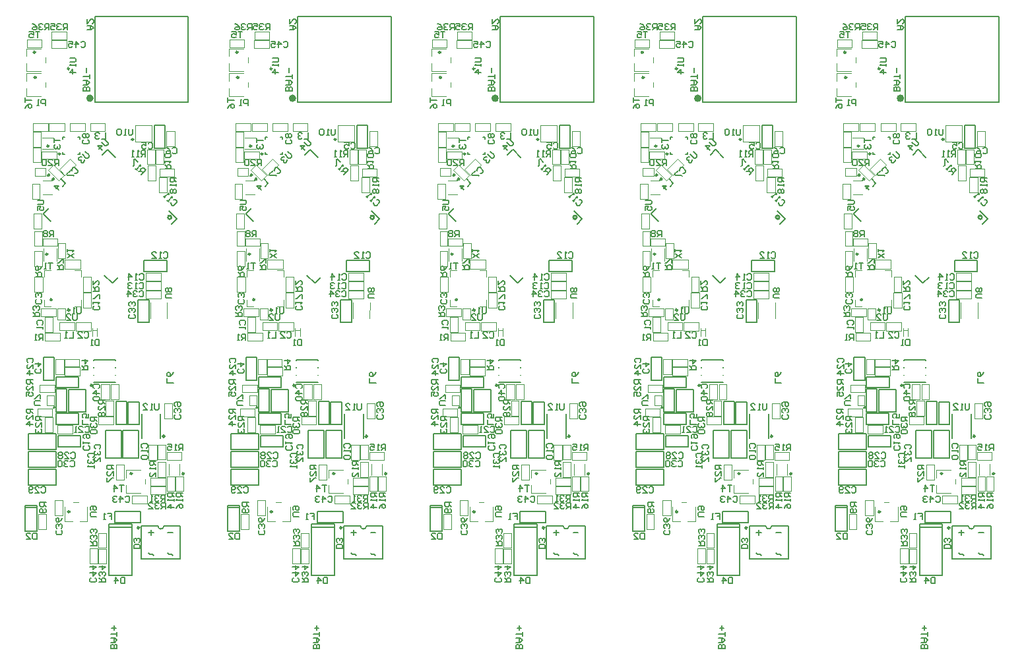
<source format=gbo>
G04*
G04 #@! TF.GenerationSoftware,Altium Limited,Altium Designer,19.1.8 (144)*
G04*
G04 Layer_Color=32896*
%FSAX25Y25*%
%MOIN*%
G70*
G01*
G75*
%ADD14C,0.01181*%
%ADD15C,0.00787*%
%ADD16C,0.01575*%
%ADD17C,0.01968*%
%ADD66C,0.00598*%
%ADD68C,0.00984*%
%ADD72C,0.00394*%
%ADD75C,0.00591*%
%ADD156C,0.01000*%
%ADD157C,0.00197*%
D14*
X0057350Y0163779D02*
G03*
X0057350Y0163779I-0000223J0000000D01*
G01*
X0159712D02*
G03*
X0159712Y0163779I-0000223J0000000D01*
G01*
X0262074D02*
G03*
X0262074Y0163779I-0000223J0000000D01*
G01*
X0364436D02*
G03*
X0364436Y0163779I-0000223J0000000D01*
G01*
X0466798D02*
G03*
X0466798Y0163779I-0000223J0000000D01*
G01*
D15*
X0109777Y0103740D02*
G03*
X0112664Y0103740I0001444J0000000D01*
G01*
X0107841Y0306419D02*
X0113341D01*
Y0294919D02*
Y0306419D01*
X0107841Y0294919D02*
X0113341D01*
X0107841D02*
Y0306419D01*
X0125118Y0318347D02*
Y0361654D01*
X0077874Y0318347D02*
X0125118D01*
X0077874Y0361654D02*
X0125118D01*
X0077874Y0318347D02*
Y0361654D01*
X0100101Y0138343D02*
Y0152343D01*
X0092101Y0138343D02*
X0100101D01*
X0092101D02*
Y0152343D01*
X0100101D01*
X0091321Y0138304D02*
Y0152304D01*
X0083321Y0138304D02*
X0091321D01*
X0083321D02*
Y0152304D01*
X0091321D01*
X0085118Y0103189D02*
X0096535D01*
X0085039Y0078780D02*
Y0104725D01*
Y0078780D02*
X0096614D01*
Y0104725D01*
X0085039D02*
X0096614D01*
X0087831Y0111339D02*
X0100831D01*
Y0106886D02*
Y0111339D01*
X0087835Y0105433D02*
X0100831D01*
Y0106886D01*
X0087835Y0105433D02*
Y0111335D01*
X0048669Y0101165D02*
Y0114165D01*
X0042669Y0101165D02*
X0048669D01*
X0042669D02*
Y0114165D01*
Y0113165D02*
X0048669D01*
X0042669Y0114165D02*
X0048669D01*
X0101378Y0087205D02*
X0121063D01*
Y0103740D01*
X0101378Y0094029D02*
Y0103740D01*
Y0087205D02*
Y0094029D01*
Y0103740D02*
X0109777D01*
X0112664D02*
X0121063D01*
X0105250Y0206691D02*
Y0218191D01*
X0099750D02*
X0105250D01*
X0099750Y0206691D02*
Y0218191D01*
Y0206691D02*
X0105250D01*
X0102675Y0238065D02*
X0114175D01*
X0102675Y0232565D02*
Y0238065D01*
Y0232565D02*
X0114175D01*
Y0238065D01*
X0086644Y0226690D02*
X0086866D01*
X0089678Y0229502D01*
X0082746Y0230588D02*
X0086644Y0226690D01*
X0051873Y0261573D02*
X0055631Y0257814D01*
X0051873Y0261573D02*
Y0261684D01*
X0054657Y0264468D01*
X0081716Y0291583D02*
X0084250Y0294116D01*
X0084417D01*
X0088231Y0290302D01*
X0115373Y0263215D02*
X0119382Y0259206D01*
Y0259151D02*
Y0259206D01*
X0116765Y0256534D02*
X0119382Y0259151D01*
X0061622Y0300591D02*
X0062606D01*
X0061622Y0299606D02*
Y0300591D01*
X0070284Y0299606D02*
Y0300591D01*
X0069299D02*
X0070284D01*
X0069299Y0291929D02*
X0070284D01*
Y0292914D01*
X0061622Y0291929D02*
X0062606D01*
X0061622D02*
Y0292914D01*
X0111101Y0148020D02*
Y0160619D01*
X0101652Y0148020D02*
Y0160619D01*
X0094689Y0155144D02*
Y0166644D01*
Y0155144D02*
X0100189D01*
Y0166644D01*
X0094689D02*
X0100189D01*
X0088469Y0155223D02*
Y0166723D01*
Y0155223D02*
X0093969D01*
Y0166723D01*
X0088469D02*
X0093969D01*
X0051856Y0189136D02*
X0057356D01*
Y0177636D02*
Y0189136D01*
X0051856Y0177636D02*
X0057356D01*
X0051856D02*
Y0189136D01*
X0069687Y0173785D02*
Y0179286D01*
X0058187Y0173785D02*
X0069687D01*
X0058187D02*
Y0179286D01*
X0069687D01*
X0064646Y0161575D02*
X0073307D01*
Y0172992D01*
X0064646D02*
X0073307D01*
X0064646Y0161575D02*
Y0172992D01*
X0058148Y0155282D02*
Y0160782D01*
X0069648D01*
Y0155282D02*
Y0160782D01*
X0058148Y0155282D02*
X0069648D01*
X0058156Y0161533D02*
X0063656D01*
X0058156D02*
Y0173033D01*
X0063656D01*
Y0161533D02*
Y0173033D01*
X0059171Y0143904D02*
Y0149404D01*
X0070671D01*
Y0143904D02*
Y0149404D01*
X0059171Y0143904D02*
X0070671D01*
X0044221Y0142575D02*
Y0150575D01*
Y0142575D02*
X0058220D01*
Y0150575D01*
X0044221D02*
X0058220D01*
X0044221Y0124616D02*
Y0132616D01*
Y0124616D02*
X0058220D01*
Y0132616D01*
X0044221D02*
X0058220D01*
X0044221Y0133671D02*
Y0141671D01*
Y0133671D02*
X0058220D01*
Y0141671D01*
X0044221D02*
X0058220D01*
X0104921Y0100591D02*
X0107545D01*
X0106233Y0099279D02*
Y0101903D01*
X0114764Y0100591D02*
X0117388D01*
X0104921Y0090224D02*
X0105577Y0089568D01*
X0106889D01*
X0107545Y0088912D01*
X0114764Y0090224D02*
X0115420Y0089568D01*
X0116732D01*
X0117388Y0088912D01*
X0212139Y0103740D02*
G03*
X0215026Y0103740I0001444J0000000D01*
G01*
X0210203Y0306419D02*
X0215703D01*
Y0294919D02*
Y0306419D01*
X0210203Y0294919D02*
X0215703D01*
X0210203D02*
Y0306419D01*
X0227480Y0318347D02*
Y0361654D01*
X0180236Y0318347D02*
X0227480D01*
X0180236Y0361654D02*
X0227480D01*
X0180236Y0318347D02*
Y0361654D01*
X0202463Y0138343D02*
Y0152343D01*
X0194463Y0138343D02*
X0202463D01*
X0194463D02*
Y0152343D01*
X0202463D01*
X0193684Y0138304D02*
Y0152304D01*
X0185684Y0138304D02*
X0193684D01*
X0185684D02*
Y0152304D01*
X0193684D01*
X0187480Y0103189D02*
X0198898D01*
X0187402Y0078780D02*
Y0104725D01*
Y0078780D02*
X0198976D01*
Y0104725D01*
X0187402D02*
X0198976D01*
X0190193Y0111339D02*
X0203193D01*
Y0106886D02*
Y0111339D01*
X0190197Y0105433D02*
X0203193D01*
Y0106886D01*
X0190197Y0105433D02*
Y0111335D01*
X0151031Y0101165D02*
Y0114165D01*
X0145031Y0101165D02*
X0151031D01*
X0145031D02*
Y0114165D01*
Y0113165D02*
X0151031D01*
X0145031Y0114165D02*
X0151031D01*
X0203740Y0087205D02*
X0223425D01*
Y0103740D01*
X0203740Y0094029D02*
Y0103740D01*
Y0087205D02*
Y0094029D01*
Y0103740D02*
X0212139D01*
X0215026D02*
X0223425D01*
X0207612Y0206691D02*
Y0218191D01*
X0202112D02*
X0207612D01*
X0202112Y0206691D02*
Y0218191D01*
Y0206691D02*
X0207612D01*
X0205037Y0238065D02*
X0216537D01*
X0205037Y0232565D02*
Y0238065D01*
Y0232565D02*
X0216537D01*
Y0238065D01*
X0189006Y0226690D02*
X0189229D01*
X0192040Y0229502D01*
X0185108Y0230588D02*
X0189006Y0226690D01*
X0154235Y0261573D02*
X0157993Y0257814D01*
X0154235Y0261573D02*
Y0261684D01*
X0157019Y0264468D01*
X0184079Y0291583D02*
X0186612Y0294116D01*
X0186779D01*
X0190593Y0290302D01*
X0217736Y0263215D02*
X0221744Y0259206D01*
Y0259151D02*
Y0259206D01*
X0219128Y0256534D02*
X0221744Y0259151D01*
X0163984Y0300591D02*
X0164969D01*
X0163984Y0299606D02*
Y0300591D01*
X0172646Y0299606D02*
Y0300591D01*
X0171661D02*
X0172646D01*
X0171661Y0291929D02*
X0172646D01*
Y0292914D01*
X0163984Y0291929D02*
X0164969D01*
X0163984D02*
Y0292914D01*
X0213463Y0148020D02*
Y0160619D01*
X0204014Y0148020D02*
Y0160619D01*
X0197052Y0155144D02*
Y0166644D01*
Y0155144D02*
X0202552D01*
Y0166644D01*
X0197052D02*
X0202552D01*
X0190831Y0155223D02*
Y0166723D01*
Y0155223D02*
X0196331D01*
Y0166723D01*
X0190831D02*
X0196331D01*
X0154218Y0189136D02*
X0159719D01*
Y0177636D02*
Y0189136D01*
X0154218Y0177636D02*
X0159719D01*
X0154218D02*
Y0189136D01*
X0172049Y0173785D02*
Y0179286D01*
X0160549Y0173785D02*
X0172049D01*
X0160549D02*
Y0179286D01*
X0172049D01*
X0167008Y0161575D02*
X0175669D01*
Y0172992D01*
X0167008D02*
X0175669D01*
X0167008Y0161575D02*
Y0172992D01*
X0160510Y0155282D02*
Y0160782D01*
X0172010D01*
Y0155282D02*
Y0160782D01*
X0160510Y0155282D02*
X0172010D01*
X0160518Y0161533D02*
X0166018D01*
X0160518D02*
Y0173033D01*
X0166018D01*
Y0161533D02*
Y0173033D01*
X0161533Y0143904D02*
Y0149404D01*
X0173033D01*
Y0143904D02*
Y0149404D01*
X0161533Y0143904D02*
X0173033D01*
X0146583Y0142575D02*
Y0150575D01*
Y0142575D02*
X0160583D01*
Y0150575D01*
X0146583D02*
X0160583D01*
X0146583Y0124616D02*
Y0132616D01*
Y0124616D02*
X0160583D01*
Y0132616D01*
X0146583D02*
X0160583D01*
X0146583Y0133671D02*
Y0141671D01*
Y0133671D02*
X0160583D01*
Y0141671D01*
X0146583D02*
X0160583D01*
X0207283Y0100591D02*
X0209907D01*
X0208595Y0099279D02*
Y0101903D01*
X0217126Y0100591D02*
X0219750D01*
X0207283Y0090224D02*
X0207939Y0089568D01*
X0209251D01*
X0209907Y0088912D01*
X0217126Y0090224D02*
X0217782Y0089568D01*
X0219094D01*
X0219750Y0088912D01*
X0314501Y0103740D02*
G03*
X0317389Y0103740I0001444J0000000D01*
G01*
X0312565Y0306419D02*
X0318065D01*
Y0294919D02*
Y0306419D01*
X0312565Y0294919D02*
X0318065D01*
X0312565D02*
Y0306419D01*
X0329842Y0318347D02*
Y0361654D01*
X0282598Y0318347D02*
X0329842D01*
X0282598Y0361654D02*
X0329842D01*
X0282598Y0318347D02*
Y0361654D01*
X0304825Y0138343D02*
Y0152343D01*
X0296825Y0138343D02*
X0304825D01*
X0296825D02*
Y0152343D01*
X0304825D01*
X0296046Y0138304D02*
Y0152304D01*
X0288046Y0138304D02*
X0296046D01*
X0288046D02*
Y0152304D01*
X0296046D01*
X0289843Y0103189D02*
X0301260D01*
X0289764Y0078780D02*
Y0104725D01*
Y0078780D02*
X0301339D01*
Y0104725D01*
X0289764D02*
X0301339D01*
X0292555Y0111339D02*
X0305555D01*
Y0106886D02*
Y0111339D01*
X0292559Y0105433D02*
X0305555D01*
Y0106886D01*
X0292559Y0105433D02*
Y0111335D01*
X0253394Y0101165D02*
Y0114165D01*
X0247394Y0101165D02*
X0253394D01*
X0247394D02*
Y0114165D01*
Y0113165D02*
X0253394D01*
X0247394Y0114165D02*
X0253394D01*
X0306102Y0087205D02*
X0325787D01*
Y0103740D01*
X0306102Y0094029D02*
Y0103740D01*
Y0087205D02*
Y0094029D01*
Y0103740D02*
X0314501D01*
X0317389D02*
X0325787D01*
X0309974Y0206691D02*
Y0218191D01*
X0304474D02*
X0309974D01*
X0304474Y0206691D02*
Y0218191D01*
Y0206691D02*
X0309974D01*
X0307400Y0238065D02*
X0318900D01*
X0307400Y0232565D02*
Y0238065D01*
Y0232565D02*
X0318900D01*
Y0238065D01*
X0291368Y0226690D02*
X0291591D01*
X0294403Y0229502D01*
X0287471Y0230588D02*
X0291368Y0226690D01*
X0256597Y0261573D02*
X0260356Y0257814D01*
X0256597Y0261573D02*
Y0261684D01*
X0259381Y0264468D01*
X0286441Y0291583D02*
X0288974Y0294116D01*
X0289141D01*
X0292955Y0290302D01*
X0320098Y0263215D02*
X0324107Y0259206D01*
Y0259151D02*
Y0259206D01*
X0321490Y0256534D02*
X0324107Y0259151D01*
X0266346Y0300591D02*
X0267331D01*
X0266346Y0299606D02*
Y0300591D01*
X0275008Y0299606D02*
Y0300591D01*
X0274024D02*
X0275008D01*
X0274024Y0291929D02*
X0275008D01*
Y0292914D01*
X0266346Y0291929D02*
X0267331D01*
X0266346D02*
Y0292914D01*
X0315825Y0148020D02*
Y0160619D01*
X0306376Y0148020D02*
Y0160619D01*
X0299414Y0155144D02*
Y0166644D01*
Y0155144D02*
X0304914D01*
Y0166644D01*
X0299414D02*
X0304914D01*
X0293193Y0155223D02*
Y0166723D01*
Y0155223D02*
X0298693D01*
Y0166723D01*
X0293193D02*
X0298693D01*
X0256581Y0189136D02*
X0262081D01*
Y0177636D02*
Y0189136D01*
X0256581Y0177636D02*
X0262081D01*
X0256581D02*
Y0189136D01*
X0274411Y0173785D02*
Y0179286D01*
X0262911Y0173785D02*
X0274411D01*
X0262911D02*
Y0179286D01*
X0274411D01*
X0269370Y0161575D02*
X0278031D01*
Y0172992D01*
X0269370D02*
X0278031D01*
X0269370Y0161575D02*
Y0172992D01*
X0262872Y0155282D02*
Y0160782D01*
X0274372D01*
Y0155282D02*
Y0160782D01*
X0262872Y0155282D02*
X0274372D01*
X0262880Y0161533D02*
X0268380D01*
X0262880D02*
Y0173033D01*
X0268380D01*
Y0161533D02*
Y0173033D01*
X0263896Y0143904D02*
Y0149404D01*
X0275396D01*
Y0143904D02*
Y0149404D01*
X0263896Y0143904D02*
X0275396D01*
X0248945Y0142575D02*
Y0150575D01*
Y0142575D02*
X0262945D01*
Y0150575D01*
X0248945D02*
X0262945D01*
X0248945Y0124616D02*
Y0132616D01*
Y0124616D02*
X0262945D01*
Y0132616D01*
X0248945D02*
X0262945D01*
X0248945Y0133671D02*
Y0141671D01*
Y0133671D02*
X0262945D01*
Y0141671D01*
X0248945D02*
X0262945D01*
X0309646Y0100591D02*
X0312269D01*
X0310958Y0099279D02*
Y0101903D01*
X0319488Y0100591D02*
X0322112D01*
X0309646Y0090224D02*
X0310302Y0089568D01*
X0311613D01*
X0312269Y0088912D01*
X0319488Y0090224D02*
X0320144Y0089568D01*
X0321456D01*
X0322112Y0088912D01*
X0416863Y0103740D02*
G03*
X0419751Y0103740I0001444J0000000D01*
G01*
X0414927Y0306419D02*
X0420427D01*
Y0294919D02*
Y0306419D01*
X0414927Y0294919D02*
X0420427D01*
X0414927D02*
Y0306419D01*
X0432205Y0318347D02*
Y0361654D01*
X0384961Y0318347D02*
X0432205D01*
X0384961Y0361654D02*
X0432205D01*
X0384961Y0318347D02*
Y0361654D01*
X0407187Y0138343D02*
Y0152343D01*
X0399187Y0138343D02*
X0407187D01*
X0399187D02*
Y0152343D01*
X0407187D01*
X0398408Y0138304D02*
Y0152304D01*
X0390408Y0138304D02*
X0398408D01*
X0390408D02*
Y0152304D01*
X0398408D01*
X0392205Y0103189D02*
X0403622D01*
X0392126Y0078780D02*
Y0104725D01*
Y0078780D02*
X0403701D01*
Y0104725D01*
X0392126D02*
X0403701D01*
X0394917Y0111339D02*
X0407917D01*
Y0106886D02*
Y0111339D01*
X0394921Y0105433D02*
X0407917D01*
Y0106886D01*
X0394921Y0105433D02*
Y0111335D01*
X0355756Y0101165D02*
Y0114165D01*
X0349756Y0101165D02*
X0355756D01*
X0349756D02*
Y0114165D01*
Y0113165D02*
X0355756D01*
X0349756Y0114165D02*
X0355756D01*
X0408465Y0087205D02*
X0428150D01*
Y0103740D01*
X0408465Y0094029D02*
Y0103740D01*
Y0087205D02*
Y0094029D01*
Y0103740D02*
X0416863D01*
X0419751D02*
X0428150D01*
X0412337Y0206691D02*
Y0218191D01*
X0406837D02*
X0412337D01*
X0406837Y0206691D02*
Y0218191D01*
Y0206691D02*
X0412337D01*
X0409762Y0238065D02*
X0421262D01*
X0409762Y0232565D02*
Y0238065D01*
Y0232565D02*
X0421262D01*
Y0238065D01*
X0393730Y0226690D02*
X0393953D01*
X0396765Y0229502D01*
X0389833Y0230588D02*
X0393730Y0226690D01*
X0358960Y0261573D02*
X0362718Y0257814D01*
X0358960Y0261573D02*
Y0261684D01*
X0361743Y0264468D01*
X0388803Y0291583D02*
X0391336Y0294116D01*
X0391503D01*
X0395317Y0290302D01*
X0422460Y0263215D02*
X0426469Y0259206D01*
Y0259151D02*
Y0259206D01*
X0423852Y0256534D02*
X0426469Y0259151D01*
X0368709Y0300591D02*
X0369693D01*
X0368709Y0299606D02*
Y0300591D01*
X0377370Y0299606D02*
Y0300591D01*
X0376386D02*
X0377370D01*
X0376386Y0291929D02*
X0377370D01*
Y0292914D01*
X0368709Y0291929D02*
X0369693D01*
X0368709D02*
Y0292914D01*
X0418187Y0148020D02*
Y0160619D01*
X0408739Y0148020D02*
Y0160619D01*
X0401776Y0155144D02*
Y0166644D01*
Y0155144D02*
X0407276D01*
Y0166644D01*
X0401776D02*
X0407276D01*
X0395555Y0155223D02*
Y0166723D01*
Y0155223D02*
X0401055D01*
Y0166723D01*
X0395555D02*
X0401055D01*
X0358943Y0189136D02*
X0364443D01*
Y0177636D02*
Y0189136D01*
X0358943Y0177636D02*
X0364443D01*
X0358943D02*
Y0189136D01*
X0376774Y0173785D02*
Y0179286D01*
X0365274Y0173785D02*
X0376774D01*
X0365274D02*
Y0179286D01*
X0376774D01*
X0371732Y0161575D02*
X0380394D01*
Y0172992D01*
X0371732D02*
X0380394D01*
X0371732Y0161575D02*
Y0172992D01*
X0365234Y0155282D02*
Y0160782D01*
X0376734D01*
Y0155282D02*
Y0160782D01*
X0365234Y0155282D02*
X0376734D01*
X0365242Y0161533D02*
X0370742D01*
X0365242D02*
Y0173033D01*
X0370742D01*
Y0161533D02*
Y0173033D01*
X0366258Y0143904D02*
Y0149404D01*
X0377758D01*
Y0143904D02*
Y0149404D01*
X0366258Y0143904D02*
X0377758D01*
X0351307Y0142575D02*
Y0150575D01*
Y0142575D02*
X0365307D01*
Y0150575D01*
X0351307D02*
X0365307D01*
X0351307Y0124616D02*
Y0132616D01*
Y0124616D02*
X0365307D01*
Y0132616D01*
X0351307D02*
X0365307D01*
X0351307Y0133671D02*
Y0141671D01*
Y0133671D02*
X0365307D01*
Y0141671D01*
X0351307D02*
X0365307D01*
X0412008Y0100591D02*
X0414632D01*
X0413320Y0099279D02*
Y0101903D01*
X0421850Y0100591D02*
X0424474D01*
X0412008Y0090224D02*
X0412664Y0089568D01*
X0413976D01*
X0414632Y0088912D01*
X0421850Y0090224D02*
X0422506Y0089568D01*
X0423818D01*
X0424474Y0088912D01*
X0519226Y0103740D02*
G03*
X0522113Y0103740I0001444J0000000D01*
G01*
X0517289Y0306419D02*
X0522789D01*
Y0294919D02*
Y0306419D01*
X0517289Y0294919D02*
X0522789D01*
X0517289D02*
Y0306419D01*
X0534567Y0318347D02*
Y0361654D01*
X0487323Y0318347D02*
X0534567D01*
X0487323Y0361654D02*
X0534567D01*
X0487323Y0318347D02*
Y0361654D01*
X0509550Y0138343D02*
Y0152343D01*
X0501550Y0138343D02*
X0509550D01*
X0501550D02*
Y0152343D01*
X0509550D01*
X0500770Y0138304D02*
Y0152304D01*
X0492770Y0138304D02*
X0500770D01*
X0492770D02*
Y0152304D01*
X0500770D01*
X0494567Y0103189D02*
X0505984D01*
X0494488Y0078780D02*
Y0104725D01*
Y0078780D02*
X0506063D01*
Y0104725D01*
X0494488D02*
X0506063D01*
X0497280Y0111339D02*
X0510280D01*
Y0106886D02*
Y0111339D01*
X0497283Y0105433D02*
X0510280D01*
Y0106886D01*
X0497283Y0105433D02*
Y0111335D01*
X0458118Y0101165D02*
Y0114165D01*
X0452118Y0101165D02*
X0458118D01*
X0452118D02*
Y0114165D01*
Y0113165D02*
X0458118D01*
X0452118Y0114165D02*
X0458118D01*
X0510827Y0087205D02*
X0530512D01*
Y0103740D01*
X0510827Y0094029D02*
Y0103740D01*
Y0087205D02*
Y0094029D01*
Y0103740D02*
X0519226D01*
X0522113D02*
X0530512D01*
X0514699Y0206691D02*
Y0218191D01*
X0509199D02*
X0514699D01*
X0509199Y0206691D02*
Y0218191D01*
Y0206691D02*
X0514699D01*
X0512124Y0238065D02*
X0523624D01*
X0512124Y0232565D02*
Y0238065D01*
Y0232565D02*
X0523624D01*
Y0238065D01*
X0496093Y0226690D02*
X0496315D01*
X0499127Y0229502D01*
X0492195Y0230588D02*
X0496093Y0226690D01*
X0461322Y0261573D02*
X0465080Y0257814D01*
X0461322Y0261573D02*
Y0261684D01*
X0464106Y0264468D01*
X0491165Y0291583D02*
X0493698Y0294116D01*
X0493865D01*
X0497679Y0290302D01*
X0524822Y0263215D02*
X0528831Y0259206D01*
Y0259151D02*
Y0259206D01*
X0526214Y0256534D02*
X0528831Y0259151D01*
X0471071Y0300591D02*
X0472055D01*
X0471071Y0299606D02*
Y0300591D01*
X0479732Y0299606D02*
Y0300591D01*
X0478748D02*
X0479732D01*
X0478748Y0291929D02*
X0479732D01*
Y0292914D01*
X0471071Y0291929D02*
X0472055D01*
X0471071D02*
Y0292914D01*
X0520550Y0148020D02*
Y0160619D01*
X0511101Y0148020D02*
Y0160619D01*
X0504138Y0155144D02*
Y0166644D01*
Y0155144D02*
X0509638D01*
Y0166644D01*
X0504138D02*
X0509638D01*
X0497918Y0155223D02*
Y0166723D01*
Y0155223D02*
X0503418D01*
Y0166723D01*
X0497918D02*
X0503418D01*
X0461305Y0189136D02*
X0466805D01*
Y0177636D02*
Y0189136D01*
X0461305Y0177636D02*
X0466805D01*
X0461305D02*
Y0189136D01*
X0479136Y0173785D02*
Y0179286D01*
X0467636Y0173785D02*
X0479136D01*
X0467636D02*
Y0179286D01*
X0479136D01*
X0474094Y0161575D02*
X0482756D01*
Y0172992D01*
X0474094D02*
X0482756D01*
X0474094Y0161575D02*
Y0172992D01*
X0467596Y0155282D02*
Y0160782D01*
X0479096D01*
Y0155282D02*
Y0160782D01*
X0467596Y0155282D02*
X0479096D01*
X0467604Y0161533D02*
X0473104D01*
X0467604D02*
Y0173033D01*
X0473104D01*
Y0161533D02*
Y0173033D01*
X0468620Y0143904D02*
Y0149404D01*
X0480120D01*
Y0143904D02*
Y0149404D01*
X0468620Y0143904D02*
X0480120D01*
X0453669Y0142575D02*
Y0150575D01*
Y0142575D02*
X0467669D01*
Y0150575D01*
X0453669D02*
X0467669D01*
X0453669Y0124616D02*
Y0132616D01*
Y0124616D02*
X0467669D01*
Y0132616D01*
X0453669D02*
X0467669D01*
X0453669Y0133671D02*
Y0141671D01*
Y0133671D02*
X0467669D01*
Y0141671D01*
X0453669D02*
X0467669D01*
X0514370Y0100591D02*
X0516994D01*
X0515682Y0099279D02*
Y0101903D01*
X0524213Y0100591D02*
X0526836D01*
X0514370Y0090224D02*
X0515026Y0089568D01*
X0516338D01*
X0516994Y0088912D01*
X0524213Y0090224D02*
X0524868Y0089568D01*
X0526180D01*
X0526836Y0088912D01*
D16*
X0054603Y0281345D02*
G03*
X0054603Y0281345I-0000224J0000000D01*
G01*
X0056942Y0279314D02*
G03*
X0056942Y0279314I-0000220J0000000D01*
G01*
X0156965Y0281345D02*
G03*
X0156965Y0281345I-0000224J0000000D01*
G01*
X0159304Y0279314D02*
G03*
X0159304Y0279314I-0000220J0000000D01*
G01*
X0259328Y0281345D02*
G03*
X0259328Y0281345I-0000224J0000000D01*
G01*
X0261666Y0279314D02*
G03*
X0261666Y0279314I-0000220J0000000D01*
G01*
X0361690Y0281345D02*
G03*
X0361690Y0281345I-0000224J0000000D01*
G01*
X0364029Y0279314D02*
G03*
X0364029Y0279314I-0000220J0000000D01*
G01*
X0464052Y0281345D02*
G03*
X0464052Y0281345I-0000224J0000000D01*
G01*
X0466391Y0279314D02*
G03*
X0466391Y0279314I-0000220J0000000D01*
G01*
D17*
X0076262Y0320168D02*
G03*
X0076262Y0320168I-0000880J0000000D01*
G01*
X0178624D02*
G03*
X0178624Y0320168I-0000880J0000000D01*
G01*
X0280987D02*
G03*
X0280987Y0320168I-0000880J0000000D01*
G01*
X0383349D02*
G03*
X0383349Y0320168I-0000880J0000000D01*
G01*
X0485711D02*
G03*
X0485711Y0320168I-0000880J0000000D01*
G01*
D66*
X0089074Y0041831D02*
X0085925D01*
Y0043405D01*
X0086450Y0043930D01*
X0086975D01*
X0087499Y0043405D01*
Y0041831D01*
Y0043405D01*
X0088024Y0043930D01*
X0088549D01*
X0089074Y0043405D01*
Y0041831D01*
X0085925Y0044979D02*
X0088024D01*
X0089074Y0046029D01*
X0088024Y0047078D01*
X0085925D01*
X0087499D01*
Y0044979D01*
X0089074Y0048128D02*
Y0050227D01*
Y0049178D01*
X0085925D01*
X0087499Y0051277D02*
Y0053376D01*
X0088549Y0052326D02*
X0086450D01*
X0075156Y0323858D02*
X0072008D01*
Y0325433D01*
X0072533Y0325957D01*
X0073057D01*
X0073582Y0325433D01*
Y0323858D01*
Y0325433D01*
X0074107Y0325957D01*
X0074632D01*
X0075156Y0325433D01*
Y0323858D01*
X0072008Y0327007D02*
X0074107D01*
X0075156Y0328057D01*
X0074107Y0329106D01*
X0072008D01*
X0073582D01*
Y0327007D01*
X0075156Y0330155D02*
Y0332255D01*
Y0331205D01*
X0072008D01*
X0073582Y0333304D02*
Y0335403D01*
X0073976Y0354843D02*
X0076075D01*
X0077125Y0355892D01*
X0076075Y0356942D01*
X0073976D01*
X0075551D01*
Y0354843D01*
X0073976Y0360090D02*
Y0357991D01*
X0076075Y0360090D01*
X0076600D01*
X0077125Y0359565D01*
Y0358516D01*
X0076600Y0357991D01*
X0191436Y0041831D02*
X0188287D01*
Y0043405D01*
X0188812Y0043930D01*
X0189337D01*
X0189862Y0043405D01*
Y0041831D01*
Y0043405D01*
X0190386Y0043930D01*
X0190911D01*
X0191436Y0043405D01*
Y0041831D01*
X0188287Y0044979D02*
X0190386D01*
X0191436Y0046029D01*
X0190386Y0047078D01*
X0188287D01*
X0189862D01*
Y0044979D01*
X0191436Y0048128D02*
Y0050227D01*
Y0049178D01*
X0188287D01*
X0189862Y0051277D02*
Y0053376D01*
X0190911Y0052326D02*
X0188812D01*
X0177519Y0323858D02*
X0174370D01*
Y0325433D01*
X0174895Y0325957D01*
X0175420D01*
X0175944Y0325433D01*
Y0323858D01*
Y0325433D01*
X0176469Y0325957D01*
X0176994D01*
X0177519Y0325433D01*
Y0323858D01*
X0174370Y0327007D02*
X0176469D01*
X0177519Y0328057D01*
X0176469Y0329106D01*
X0174370D01*
X0175944D01*
Y0327007D01*
X0177519Y0330155D02*
Y0332255D01*
Y0331205D01*
X0174370D01*
X0175944Y0333304D02*
Y0335403D01*
X0176339Y0354843D02*
X0178438D01*
X0179487Y0355892D01*
X0178438Y0356942D01*
X0176339D01*
X0177913D01*
Y0354843D01*
X0176339Y0360090D02*
Y0357991D01*
X0178438Y0360090D01*
X0178962D01*
X0179487Y0359565D01*
Y0358516D01*
X0178962Y0357991D01*
X0293798Y0041831D02*
X0290650D01*
Y0043405D01*
X0291174Y0043930D01*
X0291699D01*
X0292224Y0043405D01*
Y0041831D01*
Y0043405D01*
X0292749Y0043930D01*
X0293273D01*
X0293798Y0043405D01*
Y0041831D01*
X0290650Y0044979D02*
X0292749D01*
X0293798Y0046029D01*
X0292749Y0047078D01*
X0290650D01*
X0292224D01*
Y0044979D01*
X0293798Y0048128D02*
Y0050227D01*
Y0049178D01*
X0290650D01*
X0292224Y0051277D02*
Y0053376D01*
X0293273Y0052326D02*
X0291174D01*
X0279881Y0323858D02*
X0276732D01*
Y0325433D01*
X0277257Y0325957D01*
X0277782D01*
X0278307Y0325433D01*
Y0323858D01*
Y0325433D01*
X0278831Y0325957D01*
X0279356D01*
X0279881Y0325433D01*
Y0323858D01*
X0276732Y0327007D02*
X0278831D01*
X0279881Y0328057D01*
X0278831Y0329106D01*
X0276732D01*
X0278307D01*
Y0327007D01*
X0279881Y0330155D02*
Y0332255D01*
Y0331205D01*
X0276732D01*
X0278307Y0333304D02*
Y0335403D01*
X0278701Y0354843D02*
X0280800D01*
X0281849Y0355892D01*
X0280800Y0356942D01*
X0278701D01*
X0280275D01*
Y0354843D01*
X0278701Y0360090D02*
Y0357991D01*
X0280800Y0360090D01*
X0281325D01*
X0281849Y0359565D01*
Y0358516D01*
X0281325Y0357991D01*
X0396160Y0041831D02*
X0393012D01*
Y0043405D01*
X0393536Y0043930D01*
X0394061D01*
X0394586Y0043405D01*
Y0041831D01*
Y0043405D01*
X0395111Y0043930D01*
X0395636D01*
X0396160Y0043405D01*
Y0041831D01*
X0393012Y0044979D02*
X0395111D01*
X0396160Y0046029D01*
X0395111Y0047078D01*
X0393012D01*
X0394586D01*
Y0044979D01*
X0396160Y0048128D02*
Y0050227D01*
Y0049178D01*
X0393012D01*
X0394586Y0051277D02*
Y0053376D01*
X0395636Y0052326D02*
X0393536D01*
X0382243Y0323858D02*
X0379095D01*
Y0325433D01*
X0379619Y0325957D01*
X0380144D01*
X0380669Y0325433D01*
Y0323858D01*
Y0325433D01*
X0381193Y0325957D01*
X0381718D01*
X0382243Y0325433D01*
Y0323858D01*
X0379095Y0327007D02*
X0381193D01*
X0382243Y0328057D01*
X0381193Y0329106D01*
X0379095D01*
X0380669D01*
Y0327007D01*
X0382243Y0330155D02*
Y0332255D01*
Y0331205D01*
X0379095D01*
X0380669Y0333304D02*
Y0335403D01*
X0381063Y0354843D02*
X0383162D01*
X0384211Y0355892D01*
X0383162Y0356942D01*
X0381063D01*
X0382637D01*
Y0354843D01*
X0381063Y0360090D02*
Y0357991D01*
X0383162Y0360090D01*
X0383687D01*
X0384211Y0359565D01*
Y0358516D01*
X0383687Y0357991D01*
X0498523Y0041831D02*
X0495374D01*
Y0043405D01*
X0495899Y0043930D01*
X0496423D01*
X0496948Y0043405D01*
Y0041831D01*
Y0043405D01*
X0497473Y0043930D01*
X0497998D01*
X0498523Y0043405D01*
Y0041831D01*
X0495374Y0044979D02*
X0497473D01*
X0498523Y0046029D01*
X0497473Y0047078D01*
X0495374D01*
X0496948D01*
Y0044979D01*
X0498523Y0048128D02*
Y0050227D01*
Y0049178D01*
X0495374D01*
X0496948Y0051277D02*
Y0053376D01*
X0497998Y0052326D02*
X0495899D01*
X0484605Y0323858D02*
X0481457D01*
Y0325433D01*
X0481981Y0325957D01*
X0482506D01*
X0483031Y0325433D01*
Y0323858D01*
Y0325433D01*
X0483556Y0325957D01*
X0484081D01*
X0484605Y0325433D01*
Y0323858D01*
X0481457Y0327007D02*
X0483556D01*
X0484605Y0328057D01*
X0483556Y0329106D01*
X0481457D01*
X0483031D01*
Y0327007D01*
X0484605Y0330155D02*
Y0332255D01*
Y0331205D01*
X0481457D01*
X0483031Y0333304D02*
Y0335403D01*
X0483425Y0354843D02*
X0485524D01*
X0486574Y0355892D01*
X0485524Y0356942D01*
X0483425D01*
X0484999D01*
Y0354843D01*
X0483425Y0360090D02*
Y0357991D01*
X0485524Y0360090D01*
X0486049D01*
X0486574Y0359565D01*
Y0358516D01*
X0486049Y0357991D01*
D68*
X0100352Y0102953D02*
G03*
X0100352Y0102953I-0000549J0000000D01*
G01*
X0076595Y0175000D02*
G03*
X0076595Y0175000I-0000492J0000000D01*
G01*
X0048217Y0330688D02*
G03*
X0048217Y0330688I-0000492J0000000D01*
G01*
X0047815Y0343425D02*
G03*
X0047815Y0343425I-0000492J0000000D01*
G01*
X0096674Y0130393D02*
G03*
X0096674Y0130393I-0000492J0000000D01*
G01*
X0065193Y0111049D02*
G03*
X0065193Y0111049I-0000492J0000000D01*
G01*
X0202714Y0102953D02*
G03*
X0202714Y0102953I-0000549J0000000D01*
G01*
X0178957Y0175000D02*
G03*
X0178957Y0175000I-0000492J0000000D01*
G01*
X0150580Y0330688D02*
G03*
X0150580Y0330688I-0000492J0000000D01*
G01*
X0150177Y0343425D02*
G03*
X0150177Y0343425I-0000492J0000000D01*
G01*
X0199036Y0130393D02*
G03*
X0199036Y0130393I-0000492J0000000D01*
G01*
X0167555Y0111049D02*
G03*
X0167555Y0111049I-0000492J0000000D01*
G01*
X0305077Y0102953D02*
G03*
X0305077Y0102953I-0000549J0000000D01*
G01*
X0281319Y0175000D02*
G03*
X0281319Y0175000I-0000492J0000000D01*
G01*
X0252942Y0330688D02*
G03*
X0252942Y0330688I-0000492J0000000D01*
G01*
X0252539Y0343425D02*
G03*
X0252539Y0343425I-0000492J0000000D01*
G01*
X0301398Y0130393D02*
G03*
X0301398Y0130393I-0000492J0000000D01*
G01*
X0269917Y0111049D02*
G03*
X0269917Y0111049I-0000492J0000000D01*
G01*
X0407439Y0102953D02*
G03*
X0407439Y0102953I-0000549J0000000D01*
G01*
X0383681Y0175000D02*
G03*
X0383681Y0175000I-0000492J0000000D01*
G01*
X0355304Y0330688D02*
G03*
X0355304Y0330688I-0000492J0000000D01*
G01*
X0354902Y0343425D02*
G03*
X0354902Y0343425I-0000492J0000000D01*
G01*
X0403761Y0130393D02*
G03*
X0403761Y0130393I-0000492J0000000D01*
G01*
X0372280Y0111049D02*
G03*
X0372280Y0111049I-0000492J0000000D01*
G01*
X0509801Y0102953D02*
G03*
X0509801Y0102953I-0000549J0000000D01*
G01*
X0486043Y0175000D02*
G03*
X0486043Y0175000I-0000492J0000000D01*
G01*
X0457666Y0330688D02*
G03*
X0457666Y0330688I-0000492J0000000D01*
G01*
X0457264Y0343425D02*
G03*
X0457264Y0343425I-0000492J0000000D01*
G01*
X0506123Y0130393D02*
G03*
X0506123Y0130393I-0000492J0000000D01*
G01*
X0474642Y0111049D02*
G03*
X0474642Y0111049I-0000492J0000000D01*
G01*
D72*
X0098228Y0306614D02*
X0106496D01*
Y0298346D02*
Y0306614D01*
X0098228Y0298346D02*
X0106496D01*
X0098228D02*
Y0306614D01*
X0114114Y0295807D02*
Y0303484D01*
Y0295807D02*
X0118248D01*
Y0303484D01*
X0114114D02*
X0118248D01*
X0075610Y0303504D02*
Y0307441D01*
X0083091D01*
Y0303504D02*
Y0307441D01*
X0075610Y0303504D02*
X0083091D01*
X0056102Y0353740D02*
X0063583D01*
X0056102Y0349803D02*
Y0353740D01*
Y0349803D02*
X0063583D01*
Y0353740D01*
X0079350Y0084744D02*
Y0092421D01*
X0075217D02*
X0079350D01*
X0075217Y0084744D02*
Y0092421D01*
Y0084744D02*
X0079350D01*
X0085177Y0167933D02*
Y0175610D01*
X0081043D02*
X0085177D01*
X0081043Y0167933D02*
Y0175610D01*
Y0167933D02*
X0085177D01*
X0090000Y0167953D02*
Y0175433D01*
X0086063D02*
X0090000D01*
X0086063Y0167953D02*
Y0175433D01*
Y0167953D02*
X0090000D01*
X0083661Y0092756D02*
Y0100236D01*
X0079724D02*
X0083661D01*
X0079724Y0092756D02*
Y0100236D01*
Y0092756D02*
X0083661D01*
Y0084803D02*
Y0092284D01*
X0079724D02*
X0083661D01*
X0079724Y0084803D02*
Y0092284D01*
Y0084803D02*
X0083661D01*
X0049370Y0109724D02*
X0053307D01*
Y0102244D02*
Y0109724D01*
X0049370Y0102244D02*
X0053307D01*
X0049370D02*
Y0109724D01*
X0052402Y0214803D02*
X0055748D01*
X0052402D02*
Y0218150D01*
X0067559Y0214803D02*
X0070906D01*
Y0218150D01*
Y0229961D02*
Y0233307D01*
X0067559D02*
X0070906D01*
X0052402Y0229961D02*
Y0233307D01*
X0055748D01*
X0059840Y0284062D02*
X0062763Y0281139D01*
X0059840Y0284062D02*
X0065268Y0289491D01*
X0068192Y0286568D01*
X0062763Y0281139D02*
X0068192Y0286568D01*
X0046535Y0287717D02*
X0050472D01*
X0046535D02*
Y0295197D01*
X0050472D01*
Y0287717D02*
Y0295197D01*
X0054232Y0303524D02*
Y0307658D01*
X0046555Y0303524D02*
X0054232D01*
X0046555D02*
Y0307658D01*
X0054232D01*
X0073051Y0303524D02*
Y0307658D01*
X0065374Y0303524D02*
X0073051D01*
X0065374D02*
Y0307658D01*
X0073051D01*
X0046142Y0276732D02*
X0050079D01*
Y0269252D02*
Y0276732D01*
X0046142Y0269252D02*
X0050079D01*
X0046142D02*
Y0276732D01*
X0103465Y0227854D02*
Y0231988D01*
X0111142D01*
Y0227854D02*
Y0231988D01*
X0103465Y0227854D02*
X0111142D01*
X0054783Y0303524D02*
Y0307658D01*
X0062461D01*
Y0303524D02*
Y0307658D01*
X0054783Y0303524D02*
X0062461D01*
X0058465Y0289370D02*
Y0293307D01*
X0050984Y0289370D02*
X0058465D01*
X0050984D02*
Y0293307D01*
X0058465D01*
X0046535Y0303110D02*
X0050472D01*
Y0295630D02*
Y0303110D01*
X0046535Y0295630D02*
X0050472D01*
X0046535D02*
Y0303110D01*
X0051339Y0294606D02*
X0056850D01*
X0051339Y0300118D02*
X0056850D01*
X0047654Y0284774D02*
X0053054D01*
X0047654Y0280974D02*
Y0284774D01*
Y0280974D02*
X0053054D01*
Y0284774D01*
X0054192Y0283851D02*
X0059481Y0278562D01*
X0062265Y0281346D01*
X0056976Y0286635D02*
X0062265Y0281346D01*
X0054192Y0283851D02*
X0056976Y0286635D01*
X0051496Y0271516D02*
X0056221D01*
X0051496Y0278406D02*
X0056221D01*
X0046831Y0261949D02*
X0050965D01*
Y0254272D02*
Y0261949D01*
X0046831Y0254272D02*
X0050965D01*
X0046831D02*
Y0261949D01*
X0104213Y0286851D02*
X0108150D01*
X0104213D02*
Y0294331D01*
X0108150D01*
Y0286851D02*
Y0294331D01*
X0110256Y0272382D02*
X0114390D01*
X0110256D02*
Y0280059D01*
X0114390D01*
Y0272382D02*
Y0280059D01*
X0110512Y0280472D02*
Y0284409D01*
X0117992D01*
Y0280472D02*
Y0284409D01*
X0110512Y0280472D02*
X0117992D01*
X0103504Y0223327D02*
Y0227461D01*
X0111181D01*
Y0223327D02*
Y0227461D01*
X0103504Y0223327D02*
X0111181D01*
X0108622Y0286851D02*
X0112559D01*
X0108622D02*
Y0294331D01*
X0112559D01*
Y0286851D02*
Y0294331D01*
X0043204Y0321221D02*
Y0325158D01*
Y0328780D02*
Y0332717D01*
X0052953Y0325689D02*
Y0328248D01*
X0043204Y0332717D02*
X0050492D01*
X0043204Y0321221D02*
X0050492D01*
X0062146Y0180610D02*
Y0188287D01*
X0058012D02*
X0062146D01*
X0058012Y0180610D02*
Y0188287D01*
Y0180610D02*
X0062146D01*
X0056004Y0345374D02*
Y0349508D01*
X0063681D01*
Y0345374D02*
Y0349508D01*
X0056004Y0345374D02*
X0063681D01*
X0043504Y0345866D02*
Y0349803D01*
X0050984D01*
Y0345866D02*
Y0349803D01*
X0043504Y0345866D02*
X0050984D01*
X0043204Y0333819D02*
Y0337756D01*
Y0341378D02*
Y0345315D01*
X0052953Y0338287D02*
Y0340846D01*
X0043204Y0345315D02*
X0050492D01*
X0043204Y0333819D02*
X0050492D01*
X0104232Y0115059D02*
Y0119193D01*
X0096555Y0115059D02*
X0104232D01*
X0096555D02*
Y0119193D01*
X0104232D01*
X0112854Y0158327D02*
X0116988D01*
X0112854D02*
Y0166004D01*
X0116988D01*
Y0158327D02*
Y0166004D01*
X0083425Y0159606D02*
X0087362D01*
X0083425D02*
Y0167087D01*
X0087362D01*
Y0159606D02*
Y0167087D01*
X0079783Y0155122D02*
Y0159059D01*
X0087264D01*
Y0155122D02*
Y0159059D01*
X0079783Y0155122D02*
X0087264D01*
X0113543Y0124213D02*
Y0128150D01*
X0106063Y0124213D02*
X0113543D01*
X0106063D02*
Y0128150D01*
X0113543D01*
X0088543Y0127323D02*
X0092480D01*
X0088543D02*
Y0134803D01*
X0092480D01*
Y0127323D02*
Y0134803D01*
X0113543Y0119882D02*
Y0123819D01*
X0106063Y0119882D02*
X0113543D01*
X0106063D02*
Y0123819D01*
X0113543D01*
X0093558Y0120591D02*
Y0124528D01*
Y0128150D02*
Y0132087D01*
X0103307Y0125059D02*
Y0127618D01*
X0093558Y0132087D02*
X0100847D01*
X0093558Y0120591D02*
X0100847D01*
X0109606Y0128661D02*
Y0136142D01*
Y0128661D02*
X0113543D01*
Y0136142D01*
X0109606D02*
X0113543D01*
X0114134Y0141024D02*
X0121614D01*
X0114134Y0137087D02*
Y0141024D01*
Y0137087D02*
X0121614D01*
Y0141024D01*
X0109606Y0137402D02*
Y0144882D01*
Y0137402D02*
X0113543D01*
Y0144882D01*
X0109606D02*
X0113543D01*
X0105059Y0137264D02*
Y0144941D01*
Y0137264D02*
X0109193D01*
Y0144941D01*
X0105059D02*
X0109193D01*
X0115158Y0129646D02*
Y0135158D01*
X0120669Y0129646D02*
Y0135158D01*
X0122638Y0121417D02*
Y0128898D01*
X0118701D02*
X0122638D01*
X0118701Y0121417D02*
Y0128898D01*
Y0121417D02*
X0122638D01*
X0051457Y0249331D02*
X0058937D01*
X0051457Y0245394D02*
Y0249331D01*
Y0245394D02*
X0058937D01*
Y0249331D01*
X0076083Y0214114D02*
Y0221791D01*
X0071949D02*
X0076083D01*
X0071949Y0214114D02*
Y0221791D01*
Y0214114D02*
X0076083D01*
X0075984Y0222244D02*
Y0229725D01*
X0072047D02*
X0075984D01*
X0072047Y0222244D02*
Y0229725D01*
Y0222244D02*
X0075984D01*
X0066168Y0238583D02*
X0070499D01*
X0062625D02*
X0066168D01*
X0062625Y0233858D02*
Y0238583D01*
Y0233858D02*
X0070499D01*
Y0238583D01*
X0059134Y0239213D02*
Y0246693D01*
Y0239213D02*
X0063071D01*
Y0246693D01*
X0059134D02*
X0063071D01*
X0058583Y0237874D02*
Y0244302D01*
X0051890Y0237864D02*
Y0244291D01*
X0118307Y0121417D02*
Y0128898D01*
X0114370D02*
X0118307D01*
X0114370Y0121417D02*
Y0128898D01*
Y0121417D02*
X0118307D01*
X0047402Y0245394D02*
Y0252874D01*
Y0245394D02*
X0051339D01*
Y0252874D01*
X0047402D02*
X0051339D01*
Y0235236D02*
Y0242717D01*
X0047402D02*
X0051339D01*
X0047402Y0235236D02*
Y0242717D01*
Y0235236D02*
X0051339D01*
X0051555Y0222303D02*
Y0229980D01*
X0047421D02*
X0051555D01*
X0047421Y0222303D02*
Y0229980D01*
Y0222303D02*
X0051555D01*
X0074094Y0106117D02*
Y0113406D01*
X0062598Y0106117D02*
Y0113406D01*
X0067067Y0115866D02*
X0069626D01*
X0062598Y0106117D02*
X0066535D01*
X0070157D02*
X0074094D01*
X0057579Y0109036D02*
Y0116713D01*
Y0109036D02*
X0061713D01*
Y0116713D01*
X0057579D02*
X0061713D01*
X0104646Y0278543D02*
Y0286024D01*
Y0278543D02*
X0108583D01*
Y0286024D01*
X0104646D02*
X0108583D01*
X0103465Y0218799D02*
X0111142D01*
Y0222933D01*
X0103465D02*
X0111142D01*
X0103465Y0218799D02*
Y0222933D01*
X0105945Y0208819D02*
Y0216693D01*
X0114409Y0208819D02*
X0114429Y0216693D01*
X0062835Y0208071D02*
Y0213977D01*
X0058898Y0208071D02*
Y0213977D01*
X0062835D01*
X0058898Y0208071D02*
X0062835D01*
X0050669Y0209843D02*
X0058150D01*
Y0213780D01*
X0050669D02*
X0058150D01*
X0050669Y0209843D02*
Y0213780D01*
X0052500Y0201791D02*
Y0209469D01*
Y0201791D02*
X0056634D01*
Y0209469D01*
X0052500D02*
X0056634D01*
X0060118Y0202756D02*
Y0206693D01*
X0067598D01*
Y0202756D02*
Y0206693D01*
X0060118Y0202756D02*
X0067598D01*
X0068130Y0202658D02*
X0075807D01*
Y0206791D01*
X0068130D02*
X0075807D01*
X0068130Y0202658D02*
Y0206791D01*
X0052756Y0197520D02*
X0060236D01*
Y0201457D01*
X0052756D02*
X0060236D01*
X0052756Y0197520D02*
Y0201457D01*
X0079094Y0202763D02*
Y0203976D01*
X0076732Y0202756D02*
Y0203937D01*
Y0200000D02*
Y0202763D01*
X0079094Y0200000D02*
Y0202763D01*
X0077913D02*
X0079094D01*
X0076732D02*
X0079094D01*
X0062598Y0188307D02*
X0070079D01*
X0062598Y0184370D02*
Y0188307D01*
Y0184370D02*
X0070079D01*
Y0188307D01*
X0062579Y0184036D02*
X0070256D01*
X0062579Y0179902D02*
Y0184036D01*
Y0179902D02*
X0070256D01*
Y0184036D01*
X0058957Y0154744D02*
X0066634D01*
X0058957Y0150610D02*
Y0154744D01*
Y0150610D02*
X0066634D01*
Y0154744D01*
X0050079Y0175315D02*
X0057559D01*
X0050079Y0171378D02*
Y0175315D01*
Y0171378D02*
X0057559D01*
Y0175315D01*
X0048819Y0159173D02*
X0056299D01*
Y0163110D01*
X0048819D02*
X0056299D01*
X0048819Y0159173D02*
Y0163110D01*
X0056457Y0151260D02*
Y0158740D01*
X0052520D02*
X0056457D01*
X0052520Y0151260D02*
Y0158740D01*
Y0151260D02*
X0056457D01*
X0200590Y0306614D02*
X0208858D01*
Y0298346D02*
Y0306614D01*
X0200590Y0298346D02*
X0208858D01*
X0200590D02*
Y0306614D01*
X0216476Y0295807D02*
Y0303484D01*
Y0295807D02*
X0220610D01*
Y0303484D01*
X0216476D02*
X0220610D01*
X0177972Y0303504D02*
Y0307441D01*
X0185453D01*
Y0303504D02*
Y0307441D01*
X0177972Y0303504D02*
X0185453D01*
X0158465Y0353740D02*
X0165945D01*
X0158465Y0349803D02*
Y0353740D01*
Y0349803D02*
X0165945D01*
Y0353740D01*
X0181713Y0084744D02*
Y0092421D01*
X0177579D02*
X0181713D01*
X0177579Y0084744D02*
Y0092421D01*
Y0084744D02*
X0181713D01*
X0187539Y0167933D02*
Y0175610D01*
X0183405D02*
X0187539D01*
X0183405Y0167933D02*
Y0175610D01*
Y0167933D02*
X0187539D01*
X0192362Y0167953D02*
Y0175433D01*
X0188425D02*
X0192362D01*
X0188425Y0167953D02*
Y0175433D01*
Y0167953D02*
X0192362D01*
X0186024Y0092756D02*
Y0100236D01*
X0182087D02*
X0186024D01*
X0182087Y0092756D02*
Y0100236D01*
Y0092756D02*
X0186024D01*
Y0084803D02*
Y0092284D01*
X0182087D02*
X0186024D01*
X0182087Y0084803D02*
Y0092284D01*
Y0084803D02*
X0186024D01*
X0151732Y0109724D02*
X0155669D01*
Y0102244D02*
Y0109724D01*
X0151732Y0102244D02*
X0155669D01*
X0151732D02*
Y0109724D01*
X0154764Y0214803D02*
X0158110D01*
X0154764D02*
Y0218150D01*
X0169921Y0214803D02*
X0173268D01*
Y0218150D01*
Y0229961D02*
Y0233307D01*
X0169921D02*
X0173268D01*
X0154764Y0229961D02*
Y0233307D01*
X0158110D01*
X0162202Y0284062D02*
X0165125Y0281139D01*
X0162202Y0284062D02*
X0167631Y0289491D01*
X0170554Y0286568D01*
X0165125Y0281139D02*
X0170554Y0286568D01*
X0148898Y0287717D02*
X0152835D01*
X0148898D02*
Y0295197D01*
X0152835D01*
Y0287717D02*
Y0295197D01*
X0156595Y0303524D02*
Y0307658D01*
X0148917Y0303524D02*
X0156595D01*
X0148917D02*
Y0307658D01*
X0156595D01*
X0175413Y0303524D02*
Y0307658D01*
X0167736Y0303524D02*
X0175413D01*
X0167736D02*
Y0307658D01*
X0175413D01*
X0148504Y0276732D02*
X0152441D01*
Y0269252D02*
Y0276732D01*
X0148504Y0269252D02*
X0152441D01*
X0148504D02*
Y0276732D01*
X0205827Y0227854D02*
Y0231988D01*
X0213504D01*
Y0227854D02*
Y0231988D01*
X0205827Y0227854D02*
X0213504D01*
X0157146Y0303524D02*
Y0307658D01*
X0164823D01*
Y0303524D02*
Y0307658D01*
X0157146Y0303524D02*
X0164823D01*
X0160827Y0289370D02*
Y0293307D01*
X0153347Y0289370D02*
X0160827D01*
X0153347D02*
Y0293307D01*
X0160827D01*
X0148898Y0303110D02*
X0152835D01*
Y0295630D02*
Y0303110D01*
X0148898Y0295630D02*
X0152835D01*
X0148898D02*
Y0303110D01*
X0153701Y0294606D02*
X0159213D01*
X0153701Y0300118D02*
X0159213D01*
X0150016Y0284774D02*
X0155417D01*
X0150016Y0280974D02*
Y0284774D01*
Y0280974D02*
X0155417D01*
Y0284774D01*
X0156554Y0283851D02*
X0161843Y0278562D01*
X0164627Y0281346D01*
X0159338Y0286635D02*
X0164627Y0281346D01*
X0156554Y0283851D02*
X0159338Y0286635D01*
X0153858Y0271516D02*
X0158583D01*
X0153858Y0278406D02*
X0158583D01*
X0149193Y0261949D02*
X0153327D01*
Y0254272D02*
Y0261949D01*
X0149193Y0254272D02*
X0153327D01*
X0149193D02*
Y0261949D01*
X0206575Y0286851D02*
X0210512D01*
X0206575D02*
Y0294331D01*
X0210512D01*
Y0286851D02*
Y0294331D01*
X0212618Y0272382D02*
X0216752D01*
X0212618D02*
Y0280059D01*
X0216752D01*
Y0272382D02*
Y0280059D01*
X0212874Y0280472D02*
Y0284409D01*
X0220354D01*
Y0280472D02*
Y0284409D01*
X0212874Y0280472D02*
X0220354D01*
X0205866Y0223327D02*
Y0227461D01*
X0213543D01*
Y0223327D02*
Y0227461D01*
X0205866Y0223327D02*
X0213543D01*
X0210984Y0286851D02*
X0214921D01*
X0210984D02*
Y0294331D01*
X0214921D01*
Y0286851D02*
Y0294331D01*
X0145566Y0321221D02*
Y0325158D01*
Y0328780D02*
Y0332717D01*
X0155315Y0325689D02*
Y0328248D01*
X0145566Y0332717D02*
X0152854D01*
X0145566Y0321221D02*
X0152854D01*
X0164508Y0180610D02*
Y0188287D01*
X0160374D02*
X0164508D01*
X0160374Y0180610D02*
Y0188287D01*
Y0180610D02*
X0164508D01*
X0158366Y0345374D02*
Y0349508D01*
X0166043D01*
Y0345374D02*
Y0349508D01*
X0158366Y0345374D02*
X0166043D01*
X0145866Y0345866D02*
Y0349803D01*
X0153347D01*
Y0345866D02*
Y0349803D01*
X0145866Y0345866D02*
X0153347D01*
X0145566Y0333819D02*
Y0337756D01*
Y0341378D02*
Y0345315D01*
X0155315Y0338287D02*
Y0340846D01*
X0145566Y0345315D02*
X0152854D01*
X0145566Y0333819D02*
X0152854D01*
X0206594Y0115059D02*
Y0119193D01*
X0198917Y0115059D02*
X0206594D01*
X0198917D02*
Y0119193D01*
X0206594D01*
X0215216Y0158327D02*
X0219350D01*
X0215216D02*
Y0166004D01*
X0219350D01*
Y0158327D02*
Y0166004D01*
X0185787Y0159606D02*
X0189724D01*
X0185787D02*
Y0167087D01*
X0189724D01*
Y0159606D02*
Y0167087D01*
X0182146Y0155122D02*
Y0159059D01*
X0189626D01*
Y0155122D02*
Y0159059D01*
X0182146Y0155122D02*
X0189626D01*
X0215905Y0124213D02*
Y0128150D01*
X0208425Y0124213D02*
X0215905D01*
X0208425D02*
Y0128150D01*
X0215905D01*
X0190905Y0127323D02*
X0194843D01*
X0190905D02*
Y0134803D01*
X0194843D01*
Y0127323D02*
Y0134803D01*
X0215905Y0119882D02*
Y0123819D01*
X0208425Y0119882D02*
X0215905D01*
X0208425D02*
Y0123819D01*
X0215905D01*
X0195920Y0120591D02*
Y0124528D01*
Y0128150D02*
Y0132087D01*
X0205669Y0125059D02*
Y0127618D01*
X0195920Y0132087D02*
X0203209D01*
X0195920Y0120591D02*
X0203209D01*
X0211969Y0128661D02*
Y0136142D01*
Y0128661D02*
X0215906D01*
Y0136142D01*
X0211969D02*
X0215906D01*
X0216496Y0141024D02*
X0223976D01*
X0216496Y0137087D02*
Y0141024D01*
Y0137087D02*
X0223976D01*
Y0141024D01*
X0211969Y0137402D02*
Y0144882D01*
Y0137402D02*
X0215906D01*
Y0144882D01*
X0211969D02*
X0215906D01*
X0207421Y0137264D02*
Y0144941D01*
Y0137264D02*
X0211555D01*
Y0144941D01*
X0207421D02*
X0211555D01*
X0217520Y0129646D02*
Y0135158D01*
X0223032Y0129646D02*
Y0135158D01*
X0225000Y0121417D02*
Y0128898D01*
X0221063D02*
X0225000D01*
X0221063Y0121417D02*
Y0128898D01*
Y0121417D02*
X0225000D01*
X0153819Y0249331D02*
X0161299D01*
X0153819Y0245394D02*
Y0249331D01*
Y0245394D02*
X0161299D01*
Y0249331D01*
X0178445Y0214114D02*
Y0221791D01*
X0174311D02*
X0178445D01*
X0174311Y0214114D02*
Y0221791D01*
Y0214114D02*
X0178445D01*
X0178347Y0222244D02*
Y0229725D01*
X0174409D02*
X0178347D01*
X0174409Y0222244D02*
Y0229725D01*
Y0222244D02*
X0178347D01*
X0168530Y0238583D02*
X0172861D01*
X0164987D02*
X0168530D01*
X0164987Y0233858D02*
Y0238583D01*
Y0233858D02*
X0172861D01*
Y0238583D01*
X0161496Y0239213D02*
Y0246693D01*
Y0239213D02*
X0165433D01*
Y0246693D01*
X0161496D02*
X0165433D01*
X0160945Y0237874D02*
Y0244302D01*
X0154252Y0237864D02*
Y0244291D01*
X0220669Y0121417D02*
Y0128898D01*
X0216732D02*
X0220669D01*
X0216732Y0121417D02*
Y0128898D01*
Y0121417D02*
X0220669D01*
X0149764Y0245394D02*
Y0252874D01*
Y0245394D02*
X0153701D01*
Y0252874D01*
X0149764D02*
X0153701D01*
Y0235236D02*
Y0242717D01*
X0149764D02*
X0153701D01*
X0149764Y0235236D02*
Y0242717D01*
Y0235236D02*
X0153701D01*
X0153917Y0222303D02*
Y0229980D01*
X0149784D02*
X0153917D01*
X0149784Y0222303D02*
Y0229980D01*
Y0222303D02*
X0153917D01*
X0176457Y0106117D02*
Y0113406D01*
X0164960Y0106117D02*
Y0113406D01*
X0169429Y0115866D02*
X0171988D01*
X0164960Y0106117D02*
X0168897D01*
X0172520D02*
X0176457D01*
X0159941Y0109036D02*
Y0116713D01*
Y0109036D02*
X0164075D01*
Y0116713D01*
X0159941D02*
X0164075D01*
X0207008Y0278543D02*
Y0286024D01*
Y0278543D02*
X0210945D01*
Y0286024D01*
X0207008D02*
X0210945D01*
X0205827Y0218799D02*
X0213504D01*
Y0222933D01*
X0205827D02*
X0213504D01*
X0205827Y0218799D02*
Y0222933D01*
X0208307Y0208819D02*
Y0216693D01*
X0216772Y0208819D02*
X0216791Y0216693D01*
X0165197Y0208071D02*
Y0213977D01*
X0161260Y0208071D02*
Y0213977D01*
X0165197D01*
X0161260Y0208071D02*
X0165197D01*
X0153032Y0209843D02*
X0160512D01*
Y0213780D01*
X0153032D02*
X0160512D01*
X0153032Y0209843D02*
Y0213780D01*
X0154862Y0201791D02*
Y0209469D01*
Y0201791D02*
X0158996D01*
Y0209469D01*
X0154862D02*
X0158996D01*
X0162480Y0202756D02*
Y0206693D01*
X0169961D01*
Y0202756D02*
Y0206693D01*
X0162480Y0202756D02*
X0169961D01*
X0170492Y0202658D02*
X0178169D01*
Y0206791D01*
X0170492D02*
X0178169D01*
X0170492Y0202658D02*
Y0206791D01*
X0155118Y0197520D02*
X0162598D01*
Y0201457D01*
X0155118D02*
X0162598D01*
X0155118Y0197520D02*
Y0201457D01*
X0181457Y0202763D02*
Y0203976D01*
X0179095Y0202756D02*
Y0203937D01*
Y0200000D02*
Y0202763D01*
X0181457Y0200000D02*
Y0202763D01*
X0180276D02*
X0181457D01*
X0179095D02*
X0181457D01*
X0164961Y0188307D02*
X0172441D01*
X0164961Y0184370D02*
Y0188307D01*
Y0184370D02*
X0172441D01*
Y0188307D01*
X0164941Y0184036D02*
X0172618D01*
X0164941Y0179902D02*
Y0184036D01*
Y0179902D02*
X0172618D01*
Y0184036D01*
X0161319Y0154744D02*
X0168996D01*
X0161319Y0150610D02*
Y0154744D01*
Y0150610D02*
X0168996D01*
Y0154744D01*
X0152441Y0175315D02*
X0159921D01*
X0152441Y0171378D02*
Y0175315D01*
Y0171378D02*
X0159921D01*
Y0175315D01*
X0151181Y0159173D02*
X0158661D01*
Y0163110D01*
X0151181D02*
X0158661D01*
X0151181Y0159173D02*
Y0163110D01*
X0158819Y0151260D02*
Y0158740D01*
X0154882D02*
X0158819D01*
X0154882Y0151260D02*
Y0158740D01*
Y0151260D02*
X0158819D01*
X0302953Y0306614D02*
X0311220D01*
Y0298346D02*
Y0306614D01*
X0302953Y0298346D02*
X0311220D01*
X0302953D02*
Y0306614D01*
X0318839Y0295807D02*
Y0303484D01*
Y0295807D02*
X0322972D01*
Y0303484D01*
X0318839D02*
X0322972D01*
X0280335Y0303504D02*
Y0307441D01*
X0287815D01*
Y0303504D02*
Y0307441D01*
X0280335Y0303504D02*
X0287815D01*
X0260827Y0353740D02*
X0268307D01*
X0260827Y0349803D02*
Y0353740D01*
Y0349803D02*
X0268307D01*
Y0353740D01*
X0284075Y0084744D02*
Y0092421D01*
X0279941D02*
X0284075D01*
X0279941Y0084744D02*
Y0092421D01*
Y0084744D02*
X0284075D01*
X0289901Y0167933D02*
Y0175610D01*
X0285768D02*
X0289901D01*
X0285768Y0167933D02*
Y0175610D01*
Y0167933D02*
X0289901D01*
X0294724Y0167953D02*
Y0175433D01*
X0290787D02*
X0294724D01*
X0290787Y0167953D02*
Y0175433D01*
Y0167953D02*
X0294724D01*
X0288386Y0092756D02*
Y0100236D01*
X0284449D02*
X0288386D01*
X0284449Y0092756D02*
Y0100236D01*
Y0092756D02*
X0288386D01*
Y0084803D02*
Y0092284D01*
X0284449D02*
X0288386D01*
X0284449Y0084803D02*
Y0092284D01*
Y0084803D02*
X0288386D01*
X0254095Y0109724D02*
X0258032D01*
Y0102244D02*
Y0109724D01*
X0254095Y0102244D02*
X0258032D01*
X0254095D02*
Y0109724D01*
X0257126Y0214803D02*
X0260472D01*
X0257126D02*
Y0218150D01*
X0272283Y0214803D02*
X0275630D01*
Y0218150D01*
Y0229961D02*
Y0233307D01*
X0272283D02*
X0275630D01*
X0257126Y0229961D02*
Y0233307D01*
X0260472D01*
X0264564Y0284062D02*
X0267487Y0281139D01*
X0264564Y0284062D02*
X0269993Y0289491D01*
X0272916Y0286568D01*
X0267487Y0281139D02*
X0272916Y0286568D01*
X0251260Y0287717D02*
X0255197D01*
X0251260D02*
Y0295197D01*
X0255197D01*
Y0287717D02*
Y0295197D01*
X0258957Y0303524D02*
Y0307658D01*
X0251279Y0303524D02*
X0258957D01*
X0251279D02*
Y0307658D01*
X0258957D01*
X0277776Y0303524D02*
Y0307658D01*
X0270098Y0303524D02*
X0277776D01*
X0270098D02*
Y0307658D01*
X0277776D01*
X0250866Y0276732D02*
X0254803D01*
Y0269252D02*
Y0276732D01*
X0250866Y0269252D02*
X0254803D01*
X0250866D02*
Y0276732D01*
X0308189Y0227854D02*
Y0231988D01*
X0315866D01*
Y0227854D02*
Y0231988D01*
X0308189Y0227854D02*
X0315866D01*
X0259508Y0303524D02*
Y0307658D01*
X0267185D01*
Y0303524D02*
Y0307658D01*
X0259508Y0303524D02*
X0267185D01*
X0263189Y0289370D02*
Y0293307D01*
X0255709Y0289370D02*
X0263189D01*
X0255709D02*
Y0293307D01*
X0263189D01*
X0251260Y0303110D02*
X0255197D01*
Y0295630D02*
Y0303110D01*
X0251260Y0295630D02*
X0255197D01*
X0251260D02*
Y0303110D01*
X0256063Y0294606D02*
X0261575D01*
X0256063Y0300118D02*
X0261575D01*
X0252379Y0284774D02*
X0257779D01*
X0252379Y0280974D02*
Y0284774D01*
Y0280974D02*
X0257779D01*
Y0284774D01*
X0258916Y0283851D02*
X0264206Y0278562D01*
X0266989Y0281346D01*
X0261700Y0286635D02*
X0266989Y0281346D01*
X0258916Y0283851D02*
X0261700Y0286635D01*
X0256220Y0271516D02*
X0260945D01*
X0256220Y0278406D02*
X0260945D01*
X0251555Y0261949D02*
X0255689D01*
Y0254272D02*
Y0261949D01*
X0251555Y0254272D02*
X0255689D01*
X0251555D02*
Y0261949D01*
X0308937Y0286851D02*
X0312874D01*
X0308937D02*
Y0294331D01*
X0312874D01*
Y0286851D02*
Y0294331D01*
X0314980Y0272382D02*
X0319114D01*
X0314980D02*
Y0280059D01*
X0319114D01*
Y0272382D02*
Y0280059D01*
X0315236Y0280472D02*
Y0284409D01*
X0322716D01*
Y0280472D02*
Y0284409D01*
X0315236Y0280472D02*
X0322716D01*
X0308228Y0223327D02*
Y0227461D01*
X0315905D01*
Y0223327D02*
Y0227461D01*
X0308228Y0223327D02*
X0315905D01*
X0313346Y0286851D02*
X0317283D01*
X0313346D02*
Y0294331D01*
X0317283D01*
Y0286851D02*
Y0294331D01*
X0247928Y0321221D02*
Y0325158D01*
Y0328780D02*
Y0332717D01*
X0257677Y0325689D02*
Y0328248D01*
X0247928Y0332717D02*
X0255217D01*
X0247928Y0321221D02*
X0255217D01*
X0266870Y0180610D02*
Y0188287D01*
X0262736D02*
X0266870D01*
X0262736Y0180610D02*
Y0188287D01*
Y0180610D02*
X0266870D01*
X0260728Y0345374D02*
Y0349508D01*
X0268406D01*
Y0345374D02*
Y0349508D01*
X0260728Y0345374D02*
X0268406D01*
X0248228Y0345866D02*
Y0349803D01*
X0255709D01*
Y0345866D02*
Y0349803D01*
X0248228Y0345866D02*
X0255709D01*
X0247928Y0333819D02*
Y0337756D01*
Y0341378D02*
Y0345315D01*
X0257677Y0338287D02*
Y0340846D01*
X0247928Y0345315D02*
X0255217D01*
X0247928Y0333819D02*
X0255217D01*
X0308957Y0115059D02*
Y0119193D01*
X0301279Y0115059D02*
X0308957D01*
X0301279D02*
Y0119193D01*
X0308957D01*
X0317579Y0158327D02*
X0321713D01*
X0317579D02*
Y0166004D01*
X0321713D01*
Y0158327D02*
Y0166004D01*
X0288150Y0159606D02*
X0292087D01*
X0288150D02*
Y0167087D01*
X0292087D01*
Y0159606D02*
Y0167087D01*
X0284508Y0155122D02*
Y0159059D01*
X0291988D01*
Y0155122D02*
Y0159059D01*
X0284508Y0155122D02*
X0291988D01*
X0318268Y0124213D02*
Y0128150D01*
X0310787Y0124213D02*
X0318268D01*
X0310787D02*
Y0128150D01*
X0318268D01*
X0293268Y0127323D02*
X0297205D01*
X0293268D02*
Y0134803D01*
X0297205D01*
Y0127323D02*
Y0134803D01*
X0318268Y0119882D02*
Y0123819D01*
X0310787Y0119882D02*
X0318268D01*
X0310787D02*
Y0123819D01*
X0318268D01*
X0298283Y0120591D02*
Y0124528D01*
Y0128150D02*
Y0132087D01*
X0308032Y0125059D02*
Y0127618D01*
X0298283Y0132087D02*
X0305571D01*
X0298283Y0120591D02*
X0305571D01*
X0314331Y0128661D02*
Y0136142D01*
Y0128661D02*
X0318268D01*
Y0136142D01*
X0314331D02*
X0318268D01*
X0318858Y0141024D02*
X0326339D01*
X0318858Y0137087D02*
Y0141024D01*
Y0137087D02*
X0326339D01*
Y0141024D01*
X0314331Y0137402D02*
Y0144882D01*
Y0137402D02*
X0318268D01*
Y0144882D01*
X0314331D02*
X0318268D01*
X0309784Y0137264D02*
Y0144941D01*
Y0137264D02*
X0313917D01*
Y0144941D01*
X0309784D02*
X0313917D01*
X0319882Y0129646D02*
Y0135158D01*
X0325394Y0129646D02*
Y0135158D01*
X0327362Y0121417D02*
Y0128898D01*
X0323425D02*
X0327362D01*
X0323425Y0121417D02*
Y0128898D01*
Y0121417D02*
X0327362D01*
X0256181Y0249331D02*
X0263661D01*
X0256181Y0245394D02*
Y0249331D01*
Y0245394D02*
X0263661D01*
Y0249331D01*
X0280807Y0214114D02*
Y0221791D01*
X0276673D02*
X0280807D01*
X0276673Y0214114D02*
Y0221791D01*
Y0214114D02*
X0280807D01*
X0280709Y0222244D02*
Y0229725D01*
X0276772D02*
X0280709D01*
X0276772Y0222244D02*
Y0229725D01*
Y0222244D02*
X0280709D01*
X0270893Y0238583D02*
X0275223D01*
X0267349D02*
X0270893D01*
X0267349Y0233858D02*
Y0238583D01*
Y0233858D02*
X0275223D01*
Y0238583D01*
X0263858Y0239213D02*
Y0246693D01*
Y0239213D02*
X0267795D01*
Y0246693D01*
X0263858D02*
X0267795D01*
X0263307Y0237874D02*
Y0244302D01*
X0256614Y0237864D02*
Y0244291D01*
X0323031Y0121417D02*
Y0128898D01*
X0319094D02*
X0323031D01*
X0319094Y0121417D02*
Y0128898D01*
Y0121417D02*
X0323031D01*
X0252126Y0245394D02*
Y0252874D01*
Y0245394D02*
X0256063D01*
Y0252874D01*
X0252126D02*
X0256063D01*
Y0235236D02*
Y0242717D01*
X0252126D02*
X0256063D01*
X0252126Y0235236D02*
Y0242717D01*
Y0235236D02*
X0256063D01*
X0256279Y0222303D02*
Y0229980D01*
X0252146D02*
X0256279D01*
X0252146Y0222303D02*
Y0229980D01*
Y0222303D02*
X0256279D01*
X0278819Y0106117D02*
Y0113406D01*
X0267323Y0106117D02*
Y0113406D01*
X0271791Y0115866D02*
X0274350D01*
X0267323Y0106117D02*
X0271260D01*
X0274882D02*
X0278819D01*
X0262303Y0109036D02*
Y0116713D01*
Y0109036D02*
X0266437D01*
Y0116713D01*
X0262303D02*
X0266437D01*
X0309370Y0278543D02*
Y0286024D01*
Y0278543D02*
X0313307D01*
Y0286024D01*
X0309370D02*
X0313307D01*
X0308189Y0218799D02*
X0315866D01*
Y0222933D01*
X0308189D02*
X0315866D01*
X0308189Y0218799D02*
Y0222933D01*
X0310669Y0208819D02*
Y0216693D01*
X0319134Y0208819D02*
X0319153Y0216693D01*
X0267559Y0208071D02*
Y0213977D01*
X0263622Y0208071D02*
Y0213977D01*
X0267559D01*
X0263622Y0208071D02*
X0267559D01*
X0255394Y0209843D02*
X0262874D01*
Y0213780D01*
X0255394D02*
X0262874D01*
X0255394Y0209843D02*
Y0213780D01*
X0257224Y0201791D02*
Y0209469D01*
Y0201791D02*
X0261358D01*
Y0209469D01*
X0257224D02*
X0261358D01*
X0264843Y0202756D02*
Y0206693D01*
X0272323D01*
Y0202756D02*
Y0206693D01*
X0264843Y0202756D02*
X0272323D01*
X0272854Y0202658D02*
X0280532D01*
Y0206791D01*
X0272854D02*
X0280532D01*
X0272854Y0202658D02*
Y0206791D01*
X0257480Y0197520D02*
X0264961D01*
Y0201457D01*
X0257480D02*
X0264961D01*
X0257480Y0197520D02*
Y0201457D01*
X0283819Y0202763D02*
Y0203976D01*
X0281457Y0202756D02*
Y0203937D01*
Y0200000D02*
Y0202763D01*
X0283819Y0200000D02*
Y0202763D01*
X0282638D02*
X0283819D01*
X0281457D02*
X0283819D01*
X0267323Y0188307D02*
X0274803D01*
X0267323Y0184370D02*
Y0188307D01*
Y0184370D02*
X0274803D01*
Y0188307D01*
X0267303Y0184036D02*
X0274980D01*
X0267303Y0179902D02*
Y0184036D01*
Y0179902D02*
X0274980D01*
Y0184036D01*
X0263681Y0154744D02*
X0271358D01*
X0263681Y0150610D02*
Y0154744D01*
Y0150610D02*
X0271358D01*
Y0154744D01*
X0254803Y0175315D02*
X0262283D01*
X0254803Y0171378D02*
Y0175315D01*
Y0171378D02*
X0262283D01*
Y0175315D01*
X0253543Y0159173D02*
X0261024D01*
Y0163110D01*
X0253543D02*
X0261024D01*
X0253543Y0159173D02*
Y0163110D01*
X0261181Y0151260D02*
Y0158740D01*
X0257244D02*
X0261181D01*
X0257244Y0151260D02*
Y0158740D01*
Y0151260D02*
X0261181D01*
X0405315Y0306614D02*
X0413583D01*
Y0298346D02*
Y0306614D01*
X0405315Y0298346D02*
X0413583D01*
X0405315D02*
Y0306614D01*
X0421201Y0295807D02*
Y0303484D01*
Y0295807D02*
X0425335D01*
Y0303484D01*
X0421201D02*
X0425335D01*
X0382697Y0303504D02*
Y0307441D01*
X0390177D01*
Y0303504D02*
Y0307441D01*
X0382697Y0303504D02*
X0390177D01*
X0363189Y0353740D02*
X0370669D01*
X0363189Y0349803D02*
Y0353740D01*
Y0349803D02*
X0370669D01*
Y0353740D01*
X0386437Y0084744D02*
Y0092421D01*
X0382303D02*
X0386437D01*
X0382303Y0084744D02*
Y0092421D01*
Y0084744D02*
X0386437D01*
X0392264Y0167933D02*
Y0175610D01*
X0388130D02*
X0392264D01*
X0388130Y0167933D02*
Y0175610D01*
Y0167933D02*
X0392264D01*
X0397087Y0167953D02*
Y0175433D01*
X0393150D02*
X0397087D01*
X0393150Y0167953D02*
Y0175433D01*
Y0167953D02*
X0397087D01*
X0390748Y0092756D02*
Y0100236D01*
X0386811D02*
X0390748D01*
X0386811Y0092756D02*
Y0100236D01*
Y0092756D02*
X0390748D01*
Y0084803D02*
Y0092284D01*
X0386811D02*
X0390748D01*
X0386811Y0084803D02*
Y0092284D01*
Y0084803D02*
X0390748D01*
X0356457Y0109724D02*
X0360394D01*
Y0102244D02*
Y0109724D01*
X0356457Y0102244D02*
X0360394D01*
X0356457D02*
Y0109724D01*
X0359488Y0214803D02*
X0362835D01*
X0359488D02*
Y0218150D01*
X0374646Y0214803D02*
X0377992D01*
Y0218150D01*
Y0229961D02*
Y0233307D01*
X0374646D02*
X0377992D01*
X0359488Y0229961D02*
Y0233307D01*
X0362835D01*
X0366927Y0284062D02*
X0369850Y0281139D01*
X0366927Y0284062D02*
X0372355Y0289491D01*
X0375278Y0286568D01*
X0369850Y0281139D02*
X0375278Y0286568D01*
X0353622Y0287717D02*
X0357559D01*
X0353622D02*
Y0295197D01*
X0357559D01*
Y0287717D02*
Y0295197D01*
X0361319Y0303524D02*
Y0307658D01*
X0353642Y0303524D02*
X0361319D01*
X0353642D02*
Y0307658D01*
X0361319D01*
X0380138Y0303524D02*
Y0307658D01*
X0372461Y0303524D02*
X0380138D01*
X0372461D02*
Y0307658D01*
X0380138D01*
X0353228Y0276732D02*
X0357165D01*
Y0269252D02*
Y0276732D01*
X0353228Y0269252D02*
X0357165D01*
X0353228D02*
Y0276732D01*
X0410551Y0227854D02*
Y0231988D01*
X0418228D01*
Y0227854D02*
Y0231988D01*
X0410551Y0227854D02*
X0418228D01*
X0361870Y0303524D02*
Y0307658D01*
X0369547D01*
Y0303524D02*
Y0307658D01*
X0361870Y0303524D02*
X0369547D01*
X0365551Y0289370D02*
Y0293307D01*
X0358071Y0289370D02*
X0365551D01*
X0358071D02*
Y0293307D01*
X0365551D01*
X0353622Y0303110D02*
X0357559D01*
Y0295630D02*
Y0303110D01*
X0353622Y0295630D02*
X0357559D01*
X0353622D02*
Y0303110D01*
X0358425Y0294606D02*
X0363937D01*
X0358425Y0300118D02*
X0363937D01*
X0354741Y0284774D02*
X0360141D01*
X0354741Y0280974D02*
Y0284774D01*
Y0280974D02*
X0360141D01*
Y0284774D01*
X0361278Y0283851D02*
X0366568Y0278562D01*
X0369352Y0281346D01*
X0364062Y0286635D02*
X0369352Y0281346D01*
X0361278Y0283851D02*
X0364062Y0286635D01*
X0358583Y0271516D02*
X0363307D01*
X0358583Y0278406D02*
X0363307D01*
X0353917Y0261949D02*
X0358051D01*
Y0254272D02*
Y0261949D01*
X0353917Y0254272D02*
X0358051D01*
X0353917D02*
Y0261949D01*
X0411299Y0286851D02*
X0415236D01*
X0411299D02*
Y0294331D01*
X0415236D01*
Y0286851D02*
Y0294331D01*
X0417343Y0272382D02*
X0421476D01*
X0417343D02*
Y0280059D01*
X0421476D01*
Y0272382D02*
Y0280059D01*
X0417598Y0280472D02*
Y0284409D01*
X0425079D01*
Y0280472D02*
Y0284409D01*
X0417598Y0280472D02*
X0425079D01*
X0410591Y0223327D02*
Y0227461D01*
X0418268D01*
Y0223327D02*
Y0227461D01*
X0410591Y0223327D02*
X0418268D01*
X0415709Y0286851D02*
X0419646D01*
X0415709D02*
Y0294331D01*
X0419646D01*
Y0286851D02*
Y0294331D01*
X0350290Y0321221D02*
Y0325158D01*
Y0328780D02*
Y0332717D01*
X0360039Y0325689D02*
Y0328248D01*
X0350290Y0332717D02*
X0357579D01*
X0350290Y0321221D02*
X0357579D01*
X0369232Y0180610D02*
Y0188287D01*
X0365098D02*
X0369232D01*
X0365098Y0180610D02*
Y0188287D01*
Y0180610D02*
X0369232D01*
X0363090Y0345374D02*
Y0349508D01*
X0370768D01*
Y0345374D02*
Y0349508D01*
X0363090Y0345374D02*
X0370768D01*
X0350590Y0345866D02*
Y0349803D01*
X0358071D01*
Y0345866D02*
Y0349803D01*
X0350590Y0345866D02*
X0358071D01*
X0350290Y0333819D02*
Y0337756D01*
Y0341378D02*
Y0345315D01*
X0360039Y0338287D02*
Y0340846D01*
X0350290Y0345315D02*
X0357579D01*
X0350290Y0333819D02*
X0357579D01*
X0411319Y0115059D02*
Y0119193D01*
X0403642Y0115059D02*
X0411319D01*
X0403642D02*
Y0119193D01*
X0411319D01*
X0419941Y0158327D02*
X0424075D01*
X0419941D02*
Y0166004D01*
X0424075D01*
Y0158327D02*
Y0166004D01*
X0390512Y0159606D02*
X0394449D01*
X0390512D02*
Y0167087D01*
X0394449D01*
Y0159606D02*
Y0167087D01*
X0386870Y0155122D02*
Y0159059D01*
X0394350D01*
Y0155122D02*
Y0159059D01*
X0386870Y0155122D02*
X0394350D01*
X0420630Y0124213D02*
Y0128150D01*
X0413149Y0124213D02*
X0420630D01*
X0413149D02*
Y0128150D01*
X0420630D01*
X0395630Y0127323D02*
X0399567D01*
X0395630D02*
Y0134803D01*
X0399567D01*
Y0127323D02*
Y0134803D01*
X0420630Y0119882D02*
Y0123819D01*
X0413149Y0119882D02*
X0420630D01*
X0413149D02*
Y0123819D01*
X0420630D01*
X0400645Y0120591D02*
Y0124528D01*
Y0128150D02*
Y0132087D01*
X0410394Y0125059D02*
Y0127618D01*
X0400645Y0132087D02*
X0407933D01*
X0400645Y0120591D02*
X0407933D01*
X0416693Y0128661D02*
Y0136142D01*
Y0128661D02*
X0420630D01*
Y0136142D01*
X0416693D02*
X0420630D01*
X0421220Y0141024D02*
X0428701D01*
X0421220Y0137087D02*
Y0141024D01*
Y0137087D02*
X0428701D01*
Y0141024D01*
X0416693Y0137402D02*
Y0144882D01*
Y0137402D02*
X0420630D01*
Y0144882D01*
X0416693D02*
X0420630D01*
X0412146Y0137264D02*
Y0144941D01*
Y0137264D02*
X0416280D01*
Y0144941D01*
X0412146D02*
X0416280D01*
X0422244Y0129646D02*
Y0135158D01*
X0427756Y0129646D02*
Y0135158D01*
X0429724Y0121417D02*
Y0128898D01*
X0425787D02*
X0429724D01*
X0425787Y0121417D02*
Y0128898D01*
Y0121417D02*
X0429724D01*
X0358543Y0249331D02*
X0366024D01*
X0358543Y0245394D02*
Y0249331D01*
Y0245394D02*
X0366024D01*
Y0249331D01*
X0383169Y0214114D02*
Y0221791D01*
X0379035D02*
X0383169D01*
X0379035Y0214114D02*
Y0221791D01*
Y0214114D02*
X0383169D01*
X0383071Y0222244D02*
Y0229725D01*
X0379134D02*
X0383071D01*
X0379134Y0222244D02*
Y0229725D01*
Y0222244D02*
X0383071D01*
X0373255Y0238583D02*
X0377585D01*
X0369711D02*
X0373255D01*
X0369711Y0233858D02*
Y0238583D01*
Y0233858D02*
X0377585D01*
Y0238583D01*
X0366220Y0239213D02*
Y0246693D01*
Y0239213D02*
X0370157D01*
Y0246693D01*
X0366220D02*
X0370157D01*
X0365669Y0237874D02*
Y0244302D01*
X0358976Y0237864D02*
Y0244291D01*
X0425394Y0121417D02*
Y0128898D01*
X0421457D02*
X0425394D01*
X0421457Y0121417D02*
Y0128898D01*
Y0121417D02*
X0425394D01*
X0354488Y0245394D02*
Y0252874D01*
Y0245394D02*
X0358425D01*
Y0252874D01*
X0354488D02*
X0358425D01*
Y0235236D02*
Y0242717D01*
X0354488D02*
X0358425D01*
X0354488Y0235236D02*
Y0242717D01*
Y0235236D02*
X0358425D01*
X0358642Y0222303D02*
Y0229980D01*
X0354508D02*
X0358642D01*
X0354508Y0222303D02*
Y0229980D01*
Y0222303D02*
X0358642D01*
X0381181Y0106117D02*
Y0113406D01*
X0369685Y0106117D02*
Y0113406D01*
X0374153Y0115866D02*
X0376713D01*
X0369685Y0106117D02*
X0373622D01*
X0377244D02*
X0381181D01*
X0364665Y0109036D02*
Y0116713D01*
Y0109036D02*
X0368799D01*
Y0116713D01*
X0364665D02*
X0368799D01*
X0411732Y0278543D02*
Y0286024D01*
Y0278543D02*
X0415669D01*
Y0286024D01*
X0411732D02*
X0415669D01*
X0410551Y0218799D02*
X0418228D01*
Y0222933D01*
X0410551D02*
X0418228D01*
X0410551Y0218799D02*
Y0222933D01*
X0413031Y0208819D02*
Y0216693D01*
X0421496Y0208819D02*
X0421516Y0216693D01*
X0369921Y0208071D02*
Y0213977D01*
X0365984Y0208071D02*
Y0213977D01*
X0369921D01*
X0365984Y0208071D02*
X0369921D01*
X0357756Y0209843D02*
X0365236D01*
Y0213780D01*
X0357756D02*
X0365236D01*
X0357756Y0209843D02*
Y0213780D01*
X0359587Y0201791D02*
Y0209469D01*
Y0201791D02*
X0363720D01*
Y0209469D01*
X0359587D02*
X0363720D01*
X0367205Y0202756D02*
Y0206693D01*
X0374685D01*
Y0202756D02*
Y0206693D01*
X0367205Y0202756D02*
X0374685D01*
X0375217Y0202658D02*
X0382894D01*
Y0206791D01*
X0375217D02*
X0382894D01*
X0375217Y0202658D02*
Y0206791D01*
X0359842Y0197520D02*
X0367323D01*
Y0201457D01*
X0359842D02*
X0367323D01*
X0359842Y0197520D02*
Y0201457D01*
X0386181Y0202763D02*
Y0203976D01*
X0383819Y0202756D02*
Y0203937D01*
Y0200000D02*
Y0202763D01*
X0386181Y0200000D02*
Y0202763D01*
X0385000D02*
X0386181D01*
X0383819D02*
X0386181D01*
X0369685Y0188307D02*
X0377165D01*
X0369685Y0184370D02*
Y0188307D01*
Y0184370D02*
X0377165D01*
Y0188307D01*
X0369665Y0184036D02*
X0377343D01*
X0369665Y0179902D02*
Y0184036D01*
Y0179902D02*
X0377343D01*
Y0184036D01*
X0366043Y0154744D02*
X0373720D01*
X0366043Y0150610D02*
Y0154744D01*
Y0150610D02*
X0373720D01*
Y0154744D01*
X0357165Y0175315D02*
X0364646D01*
X0357165Y0171378D02*
Y0175315D01*
Y0171378D02*
X0364646D01*
Y0175315D01*
X0355906Y0159173D02*
X0363386D01*
Y0163110D01*
X0355906D02*
X0363386D01*
X0355906Y0159173D02*
Y0163110D01*
X0363543Y0151260D02*
Y0158740D01*
X0359606D02*
X0363543D01*
X0359606Y0151260D02*
Y0158740D01*
Y0151260D02*
X0363543D01*
X0507677Y0306614D02*
X0515945D01*
Y0298346D02*
Y0306614D01*
X0507677Y0298346D02*
X0515945D01*
X0507677D02*
Y0306614D01*
X0523563Y0295807D02*
Y0303484D01*
Y0295807D02*
X0527697D01*
Y0303484D01*
X0523563D02*
X0527697D01*
X0485059Y0303504D02*
Y0307441D01*
X0492539D01*
Y0303504D02*
Y0307441D01*
X0485059Y0303504D02*
X0492539D01*
X0465551Y0353740D02*
X0473032D01*
X0465551Y0349803D02*
Y0353740D01*
Y0349803D02*
X0473032D01*
Y0353740D01*
X0488799Y0084744D02*
Y0092421D01*
X0484665D02*
X0488799D01*
X0484665Y0084744D02*
Y0092421D01*
Y0084744D02*
X0488799D01*
X0494626Y0167933D02*
Y0175610D01*
X0490492D02*
X0494626D01*
X0490492Y0167933D02*
Y0175610D01*
Y0167933D02*
X0494626D01*
X0499449Y0167953D02*
Y0175433D01*
X0495512D02*
X0499449D01*
X0495512Y0167953D02*
Y0175433D01*
Y0167953D02*
X0499449D01*
X0493110Y0092756D02*
Y0100236D01*
X0489173D02*
X0493110D01*
X0489173Y0092756D02*
Y0100236D01*
Y0092756D02*
X0493110D01*
Y0084803D02*
Y0092284D01*
X0489173D02*
X0493110D01*
X0489173Y0084803D02*
Y0092284D01*
Y0084803D02*
X0493110D01*
X0458819Y0109724D02*
X0462756D01*
Y0102244D02*
Y0109724D01*
X0458819Y0102244D02*
X0462756D01*
X0458819D02*
Y0109724D01*
X0461850Y0214803D02*
X0465197D01*
X0461850D02*
Y0218150D01*
X0477008Y0214803D02*
X0480354D01*
Y0218150D01*
Y0229961D02*
Y0233307D01*
X0477008D02*
X0480354D01*
X0461850Y0229961D02*
Y0233307D01*
X0465197D01*
X0469289Y0284062D02*
X0472212Y0281139D01*
X0469289Y0284062D02*
X0474717Y0289491D01*
X0477640Y0286568D01*
X0472212Y0281139D02*
X0477640Y0286568D01*
X0455984Y0287717D02*
X0459921D01*
X0455984D02*
Y0295197D01*
X0459921D01*
Y0287717D02*
Y0295197D01*
X0463681Y0303524D02*
Y0307658D01*
X0456004Y0303524D02*
X0463681D01*
X0456004D02*
Y0307658D01*
X0463681D01*
X0482500Y0303524D02*
Y0307658D01*
X0474823Y0303524D02*
X0482500D01*
X0474823D02*
Y0307658D01*
X0482500D01*
X0455590Y0276732D02*
X0459527D01*
Y0269252D02*
Y0276732D01*
X0455590Y0269252D02*
X0459527D01*
X0455590D02*
Y0276732D01*
X0512913Y0227854D02*
Y0231988D01*
X0520590D01*
Y0227854D02*
Y0231988D01*
X0512913Y0227854D02*
X0520590D01*
X0464232Y0303524D02*
Y0307658D01*
X0471909D01*
Y0303524D02*
Y0307658D01*
X0464232Y0303524D02*
X0471909D01*
X0467913Y0289370D02*
Y0293307D01*
X0460433Y0289370D02*
X0467913D01*
X0460433D02*
Y0293307D01*
X0467913D01*
X0455984Y0303110D02*
X0459921D01*
Y0295630D02*
Y0303110D01*
X0455984Y0295630D02*
X0459921D01*
X0455984D02*
Y0303110D01*
X0460787Y0294606D02*
X0466299D01*
X0460787Y0300118D02*
X0466299D01*
X0457103Y0284774D02*
X0462503D01*
X0457103Y0280974D02*
Y0284774D01*
Y0280974D02*
X0462503D01*
Y0284774D01*
X0463640Y0283851D02*
X0468930Y0278562D01*
X0471714Y0281346D01*
X0466424Y0286635D02*
X0471714Y0281346D01*
X0463640Y0283851D02*
X0466424Y0286635D01*
X0460945Y0271516D02*
X0465669D01*
X0460945Y0278406D02*
X0465669D01*
X0456280Y0261949D02*
X0460413D01*
Y0254272D02*
Y0261949D01*
X0456280Y0254272D02*
X0460413D01*
X0456280D02*
Y0261949D01*
X0513661Y0286851D02*
X0517598D01*
X0513661D02*
Y0294331D01*
X0517598D01*
Y0286851D02*
Y0294331D01*
X0519705Y0272382D02*
X0523839D01*
X0519705D02*
Y0280059D01*
X0523839D01*
Y0272382D02*
Y0280059D01*
X0519961Y0280472D02*
Y0284409D01*
X0527441D01*
Y0280472D02*
Y0284409D01*
X0519961Y0280472D02*
X0527441D01*
X0512953Y0223327D02*
Y0227461D01*
X0520630D01*
Y0223327D02*
Y0227461D01*
X0512953Y0223327D02*
X0520630D01*
X0518071Y0286851D02*
X0522008D01*
X0518071D02*
Y0294331D01*
X0522008D01*
Y0286851D02*
Y0294331D01*
X0452653Y0321221D02*
Y0325158D01*
Y0328780D02*
Y0332717D01*
X0462402Y0325689D02*
Y0328248D01*
X0452653Y0332717D02*
X0459941D01*
X0452653Y0321221D02*
X0459941D01*
X0471594Y0180610D02*
Y0188287D01*
X0467461D02*
X0471594D01*
X0467461Y0180610D02*
Y0188287D01*
Y0180610D02*
X0471594D01*
X0465453Y0345374D02*
Y0349508D01*
X0473130D01*
Y0345374D02*
Y0349508D01*
X0465453Y0345374D02*
X0473130D01*
X0452953Y0345866D02*
Y0349803D01*
X0460433D01*
Y0345866D02*
Y0349803D01*
X0452953Y0345866D02*
X0460433D01*
X0452653Y0333819D02*
Y0337756D01*
Y0341378D02*
Y0345315D01*
X0462402Y0338287D02*
Y0340846D01*
X0452653Y0345315D02*
X0459941D01*
X0452653Y0333819D02*
X0459941D01*
X0513681Y0115059D02*
Y0119193D01*
X0506004Y0115059D02*
X0513681D01*
X0506004D02*
Y0119193D01*
X0513681D01*
X0522303Y0158327D02*
X0526437D01*
X0522303D02*
Y0166004D01*
X0526437D01*
Y0158327D02*
Y0166004D01*
X0492874Y0159606D02*
X0496811D01*
X0492874D02*
Y0167087D01*
X0496811D01*
Y0159606D02*
Y0167087D01*
X0489232Y0155122D02*
Y0159059D01*
X0496712D01*
Y0155122D02*
Y0159059D01*
X0489232Y0155122D02*
X0496712D01*
X0522992Y0124213D02*
Y0128150D01*
X0515512Y0124213D02*
X0522992D01*
X0515512D02*
Y0128150D01*
X0522992D01*
X0497992Y0127323D02*
X0501929D01*
X0497992D02*
Y0134803D01*
X0501929D01*
Y0127323D02*
Y0134803D01*
X0522992Y0119882D02*
Y0123819D01*
X0515512Y0119882D02*
X0522992D01*
X0515512D02*
Y0123819D01*
X0522992D01*
X0503007Y0120591D02*
Y0124528D01*
Y0128150D02*
Y0132087D01*
X0512756Y0125059D02*
Y0127618D01*
X0503007Y0132087D02*
X0510295D01*
X0503007Y0120591D02*
X0510295D01*
X0519055Y0128661D02*
Y0136142D01*
Y0128661D02*
X0522992D01*
Y0136142D01*
X0519055D02*
X0522992D01*
X0523583Y0141024D02*
X0531063D01*
X0523583Y0137087D02*
Y0141024D01*
Y0137087D02*
X0531063D01*
Y0141024D01*
X0519055Y0137402D02*
Y0144882D01*
Y0137402D02*
X0522992D01*
Y0144882D01*
X0519055D02*
X0522992D01*
X0514508Y0137264D02*
Y0144941D01*
Y0137264D02*
X0518642D01*
Y0144941D01*
X0514508D02*
X0518642D01*
X0524606Y0129646D02*
Y0135158D01*
X0530118Y0129646D02*
Y0135158D01*
X0532087Y0121417D02*
Y0128898D01*
X0528150D02*
X0532087D01*
X0528150Y0121417D02*
Y0128898D01*
Y0121417D02*
X0532087D01*
X0460906Y0249331D02*
X0468386D01*
X0460906Y0245394D02*
Y0249331D01*
Y0245394D02*
X0468386D01*
Y0249331D01*
X0485532Y0214114D02*
Y0221791D01*
X0481398D02*
X0485532D01*
X0481398Y0214114D02*
Y0221791D01*
Y0214114D02*
X0485532D01*
X0485433Y0222244D02*
Y0229725D01*
X0481496D02*
X0485433D01*
X0481496Y0222244D02*
Y0229725D01*
Y0222244D02*
X0485433D01*
X0475617Y0238583D02*
X0479948D01*
X0472074D02*
X0475617D01*
X0472074Y0233858D02*
Y0238583D01*
Y0233858D02*
X0479948D01*
Y0238583D01*
X0468583Y0239213D02*
Y0246693D01*
Y0239213D02*
X0472520D01*
Y0246693D01*
X0468583D02*
X0472520D01*
X0468032Y0237874D02*
Y0244302D01*
X0461339Y0237864D02*
Y0244291D01*
X0527756Y0121417D02*
Y0128898D01*
X0523819D02*
X0527756D01*
X0523819Y0121417D02*
Y0128898D01*
Y0121417D02*
X0527756D01*
X0456850Y0245394D02*
Y0252874D01*
Y0245394D02*
X0460787D01*
Y0252874D01*
X0456850D02*
X0460787D01*
Y0235236D02*
Y0242717D01*
X0456850D02*
X0460787D01*
X0456850Y0235236D02*
Y0242717D01*
Y0235236D02*
X0460787D01*
X0461004Y0222303D02*
Y0229980D01*
X0456870D02*
X0461004D01*
X0456870Y0222303D02*
Y0229980D01*
Y0222303D02*
X0461004D01*
X0483543Y0106117D02*
Y0113406D01*
X0472047Y0106117D02*
Y0113406D01*
X0476516Y0115866D02*
X0479075D01*
X0472047Y0106117D02*
X0475984D01*
X0479606D02*
X0483543D01*
X0467028Y0109036D02*
Y0116713D01*
Y0109036D02*
X0471161D01*
Y0116713D01*
X0467028D02*
X0471161D01*
X0514094Y0278543D02*
Y0286024D01*
Y0278543D02*
X0518031D01*
Y0286024D01*
X0514094D02*
X0518031D01*
X0512913Y0218799D02*
X0520590D01*
Y0222933D01*
X0512913D02*
X0520590D01*
X0512913Y0218799D02*
Y0222933D01*
X0515394Y0208819D02*
Y0216693D01*
X0523858Y0208819D02*
X0523878Y0216693D01*
X0472283Y0208071D02*
Y0213977D01*
X0468346Y0208071D02*
Y0213977D01*
X0472283D01*
X0468346Y0208071D02*
X0472283D01*
X0460118Y0209843D02*
X0467598D01*
Y0213780D01*
X0460118D02*
X0467598D01*
X0460118Y0209843D02*
Y0213780D01*
X0461949Y0201791D02*
Y0209469D01*
Y0201791D02*
X0466083D01*
Y0209469D01*
X0461949D02*
X0466083D01*
X0469567Y0202756D02*
Y0206693D01*
X0477047D01*
Y0202756D02*
Y0206693D01*
X0469567Y0202756D02*
X0477047D01*
X0477579Y0202658D02*
X0485256D01*
Y0206791D01*
X0477579D02*
X0485256D01*
X0477579Y0202658D02*
Y0206791D01*
X0462205Y0197520D02*
X0469685D01*
Y0201457D01*
X0462205D02*
X0469685D01*
X0462205Y0197520D02*
Y0201457D01*
X0488543Y0202763D02*
Y0203976D01*
X0486181Y0202756D02*
Y0203937D01*
Y0200000D02*
Y0202763D01*
X0488543Y0200000D02*
Y0202763D01*
X0487362D02*
X0488543D01*
X0486181D02*
X0488543D01*
X0472047Y0188307D02*
X0479528D01*
X0472047Y0184370D02*
Y0188307D01*
Y0184370D02*
X0479528D01*
Y0188307D01*
X0472027Y0184036D02*
X0479705D01*
X0472027Y0179902D02*
Y0184036D01*
Y0179902D02*
X0479705D01*
Y0184036D01*
X0468405Y0154744D02*
X0476083D01*
X0468405Y0150610D02*
Y0154744D01*
Y0150610D02*
X0476083D01*
Y0154744D01*
X0459527Y0175315D02*
X0467008D01*
X0459527Y0171378D02*
Y0175315D01*
Y0171378D02*
X0467008D01*
Y0175315D01*
X0458268Y0159173D02*
X0465748D01*
Y0163110D01*
X0458268D02*
X0465748D01*
X0458268Y0159173D02*
Y0163110D01*
X0465906Y0151260D02*
Y0158740D01*
X0461969D02*
X0465906D01*
X0461969Y0151260D02*
Y0158740D01*
Y0151260D02*
X0465906D01*
D75*
X0077284Y0176378D02*
X0088307D01*
X0077284Y0187796D02*
X0088307D01*
X0088307Y0176575D02*
X0088307Y0176378D01*
X0088307Y0187795D02*
X0088307Y0187599D01*
X0077284Y0187795D02*
X0077284Y0187599D01*
X0077284Y0176575D02*
X0077284Y0176378D01*
X0077284Y0180315D02*
X0077284Y0180118D01*
X0077284Y0184055D02*
X0077284Y0183859D01*
X0088307Y0180315D02*
X0088307Y0180118D01*
X0088307Y0184055D02*
X0088307Y0183859D01*
X0096929Y0304645D02*
Y0302021D01*
X0096404Y0301496D01*
X0095355D01*
X0094830Y0302021D01*
Y0304645D01*
X0093781Y0301496D02*
X0092731D01*
X0093256D01*
Y0304645D01*
X0093781Y0304120D01*
X0091157D02*
X0090632Y0304645D01*
X0089582D01*
X0089058Y0304120D01*
Y0302021D01*
X0089582Y0301496D01*
X0090632D01*
X0091157Y0302021D01*
Y0304120D01*
X0117035Y0294710D02*
X0117560Y0295235D01*
X0118609D01*
X0119134Y0294710D01*
Y0292612D01*
X0118609Y0292087D01*
X0117560D01*
X0117035Y0292612D01*
X0113886Y0295235D02*
X0114936Y0294710D01*
X0115985Y0293661D01*
Y0292612D01*
X0115461Y0292087D01*
X0114411D01*
X0113886Y0292612D01*
Y0293136D01*
X0114411Y0293661D01*
X0115985D01*
X0104830Y0297270D02*
X0105355Y0297794D01*
X0106404D01*
X0106929Y0297270D01*
Y0295170D01*
X0106404Y0294646D01*
X0105355D01*
X0104830Y0295170D01*
X0101681Y0297794D02*
X0103780D01*
Y0296220D01*
X0102731Y0296745D01*
X0102206D01*
X0101681Y0296220D01*
Y0295170D01*
X0102206Y0294646D01*
X0103256D01*
X0103780Y0295170D01*
X0052854Y0316437D02*
Y0319586D01*
X0051280D01*
X0050755Y0319061D01*
Y0318011D01*
X0051280Y0317487D01*
X0052854D01*
X0049706Y0316437D02*
X0048656D01*
X0049181D01*
Y0319586D01*
X0049706Y0319061D01*
X0077978Y0077572D02*
X0078503Y0077047D01*
Y0075997D01*
X0077978Y0075472D01*
X0075879D01*
X0075354Y0075997D01*
Y0077047D01*
X0075879Y0077572D01*
X0075354Y0080195D02*
X0078503D01*
X0076929Y0078621D01*
Y0080720D01*
X0075354Y0083344D02*
X0078503D01*
X0076929Y0081770D01*
Y0083869D01*
X0097723Y0210857D02*
X0098247Y0210332D01*
Y0209283D01*
X0097723Y0208758D01*
X0095623D01*
X0095099Y0209283D01*
Y0210332D01*
X0095623Y0210857D01*
X0097723Y0211907D02*
X0098247Y0212431D01*
Y0213481D01*
X0097723Y0214006D01*
X0097198D01*
X0096673Y0213481D01*
Y0212956D01*
Y0213481D01*
X0096148Y0214006D01*
X0095623D01*
X0095099Y0213481D01*
Y0212431D01*
X0095623Y0211907D01*
X0097723Y0215055D02*
X0098247Y0215580D01*
Y0216629D01*
X0097723Y0217154D01*
X0097198D01*
X0096673Y0216629D01*
Y0216105D01*
Y0216629D01*
X0096148Y0217154D01*
X0095623D01*
X0095099Y0216629D01*
Y0215580D01*
X0095623Y0215055D01*
X0070866Y0214408D02*
Y0211785D01*
X0070341Y0211260D01*
X0069292D01*
X0068767Y0211785D01*
Y0214408D01*
X0067718Y0211260D02*
X0066668D01*
X0067193D01*
Y0214408D01*
X0067718Y0213884D01*
X0065158Y0340551D02*
X0067782D01*
X0068307Y0340026D01*
Y0338977D01*
X0067782Y0338452D01*
X0065158D01*
X0068307Y0337403D02*
Y0336353D01*
Y0336878D01*
X0065158D01*
X0065683Y0337403D01*
X0068307Y0333205D02*
X0065158D01*
X0066733Y0334779D01*
Y0332680D01*
X0042718Y0320374D02*
Y0318275D01*
Y0319325D01*
X0045866D01*
X0042718Y0315126D02*
X0043242Y0316176D01*
X0044292Y0317226D01*
X0045341D01*
X0045866Y0316701D01*
Y0315651D01*
X0045341Y0315126D01*
X0044817D01*
X0044292Y0315651D01*
Y0317226D01*
X0050000Y0353838D02*
X0047901D01*
X0048950D01*
Y0350689D01*
X0044752Y0353838D02*
X0046851D01*
Y0352263D01*
X0045802Y0352788D01*
X0045277D01*
X0044752Y0352263D01*
Y0351214D01*
X0045277Y0350689D01*
X0046327D01*
X0046851Y0351214D01*
X0054765Y0354763D02*
Y0357911D01*
X0053190D01*
X0052666Y0357387D01*
Y0356337D01*
X0053190Y0355812D01*
X0054765D01*
X0053715D02*
X0052666Y0354763D01*
X0051616Y0357387D02*
X0051091Y0357911D01*
X0050042D01*
X0049517Y0357387D01*
Y0356862D01*
X0050042Y0356337D01*
X0050567D01*
X0050042D01*
X0049517Y0355812D01*
Y0355288D01*
X0050042Y0354763D01*
X0051091D01*
X0051616Y0355288D01*
X0046369Y0357911D02*
X0047418Y0357387D01*
X0048467Y0356337D01*
Y0355288D01*
X0047943Y0354763D01*
X0046893D01*
X0046369Y0355288D01*
Y0355812D01*
X0046893Y0356337D01*
X0048467D01*
X0063976Y0354823D02*
Y0357972D01*
X0062402D01*
X0061877Y0357447D01*
Y0356397D01*
X0062402Y0355872D01*
X0063976D01*
X0062927D02*
X0061877Y0354823D01*
X0060828Y0357447D02*
X0060303Y0357972D01*
X0059254D01*
X0058729Y0357447D01*
Y0356922D01*
X0059254Y0356397D01*
X0059778D01*
X0059254D01*
X0058729Y0355872D01*
Y0355348D01*
X0059254Y0354823D01*
X0060303D01*
X0060828Y0355348D01*
X0055580Y0357972D02*
X0057679D01*
Y0356397D01*
X0056630Y0356922D01*
X0056105D01*
X0055580Y0356397D01*
Y0355348D01*
X0056105Y0354823D01*
X0057154D01*
X0057679Y0355348D01*
X0070834Y0348490D02*
X0071359Y0349015D01*
X0072408D01*
X0072933Y0348490D01*
Y0346391D01*
X0072408Y0345866D01*
X0071359D01*
X0070834Y0346391D01*
X0068210Y0345866D02*
Y0349015D01*
X0069784Y0347441D01*
X0067685D01*
X0064537Y0349015D02*
X0066636D01*
Y0347441D01*
X0065586Y0347965D01*
X0065062D01*
X0064537Y0347441D01*
Y0346391D01*
X0065062Y0345866D01*
X0066111D01*
X0066636Y0346391D01*
X0110138Y0165747D02*
Y0163123D01*
X0109613Y0162599D01*
X0108563D01*
X0108039Y0163123D01*
Y0165747D01*
X0106989Y0162599D02*
X0105940D01*
X0106464D01*
Y0165747D01*
X0106989Y0165222D01*
X0102266Y0162599D02*
X0104365D01*
X0102266Y0164698D01*
Y0165222D01*
X0102791Y0165747D01*
X0103841D01*
X0104365Y0165222D01*
X0092480Y0124487D02*
X0090381D01*
X0091431D01*
Y0121339D01*
X0087757D02*
Y0124487D01*
X0089332Y0122913D01*
X0087233D01*
X0080118Y0075394D02*
X0083267D01*
Y0076968D01*
X0082742Y0077493D01*
X0081692D01*
X0081168Y0076968D01*
Y0075394D01*
Y0076443D02*
X0080118Y0077493D01*
X0082742Y0078542D02*
X0083267Y0079067D01*
Y0080117D01*
X0082742Y0080641D01*
X0082217D01*
X0081692Y0080117D01*
Y0079592D01*
Y0080117D01*
X0081168Y0080641D01*
X0080643D01*
X0080118Y0080117D01*
Y0079067D01*
X0080643Y0078542D01*
X0080118Y0083265D02*
X0083267D01*
X0081692Y0081691D01*
Y0083790D01*
X0075787Y0093937D02*
X0078936D01*
Y0095511D01*
X0078411Y0096036D01*
X0077362D01*
X0076837Y0095511D01*
Y0093937D01*
Y0094987D02*
X0075787Y0096036D01*
X0078411Y0097086D02*
X0078936Y0097610D01*
Y0098660D01*
X0078411Y0099185D01*
X0077886D01*
X0077362Y0098660D01*
Y0098135D01*
Y0098660D01*
X0076837Y0099185D01*
X0076312D01*
X0075787Y0098660D01*
Y0097610D01*
X0076312Y0097086D01*
X0078411Y0100234D02*
X0078936Y0100759D01*
Y0101809D01*
X0078411Y0102333D01*
X0077886D01*
X0077362Y0101809D01*
Y0101284D01*
Y0101809D01*
X0076837Y0102333D01*
X0076312D01*
X0075787Y0101809D01*
Y0100759D01*
X0076312Y0100234D01*
X0113484Y0112500D02*
Y0115649D01*
X0111910D01*
X0111385Y0115124D01*
Y0114074D01*
X0111910Y0113550D01*
X0113484D01*
X0112435D02*
X0111385Y0112500D01*
X0110336Y0115124D02*
X0109811Y0115649D01*
X0108761D01*
X0108237Y0115124D01*
Y0114599D01*
X0108761Y0114074D01*
X0109286D01*
X0108761D01*
X0108237Y0113550D01*
Y0113025D01*
X0108761Y0112500D01*
X0109811D01*
X0110336Y0113025D01*
X0105088Y0112500D02*
X0107187D01*
X0105088Y0114599D01*
Y0115124D01*
X0105613Y0115649D01*
X0106662D01*
X0107187Y0115124D01*
X0113386Y0116339D02*
Y0119487D01*
X0111811D01*
X0111287Y0118963D01*
Y0117913D01*
X0111811Y0117388D01*
X0113386D01*
X0112336D02*
X0111287Y0116339D01*
X0110237Y0118963D02*
X0109713Y0119487D01*
X0108663D01*
X0108138Y0118963D01*
Y0118438D01*
X0108663Y0117913D01*
X0109188D01*
X0108663D01*
X0108138Y0117388D01*
Y0116863D01*
X0108663Y0116339D01*
X0109713D01*
X0110237Y0116863D01*
X0107089Y0116339D02*
X0106039D01*
X0106564D01*
Y0119487D01*
X0107089Y0118963D01*
X0078839Y0158858D02*
X0075690D01*
Y0157284D01*
X0076215Y0156759D01*
X0077264D01*
X0077789Y0157284D01*
Y0158858D01*
Y0157809D02*
X0078839Y0156759D01*
X0076215Y0155710D02*
X0075690Y0155185D01*
Y0154136D01*
X0076215Y0153611D01*
X0076740D01*
X0077264Y0154136D01*
Y0154660D01*
Y0154136D01*
X0077789Y0153611D01*
X0078314D01*
X0078839Y0154136D01*
Y0155185D01*
X0078314Y0155710D01*
X0076215Y0152561D02*
X0075690Y0152036D01*
Y0150987D01*
X0076215Y0150462D01*
X0078314D01*
X0078839Y0150987D01*
Y0152036D01*
X0078314Y0152561D01*
X0076215D01*
X0082874Y0167618D02*
X0079725D01*
Y0166044D01*
X0080250Y0165519D01*
X0081300D01*
X0081824Y0166044D01*
Y0167618D01*
Y0166569D02*
X0082874Y0165519D01*
Y0162371D02*
Y0164470D01*
X0080775Y0162371D01*
X0080250D01*
X0079725Y0162895D01*
Y0163945D01*
X0080250Y0164470D01*
Y0161321D02*
X0079725Y0160796D01*
Y0159747D01*
X0080250Y0159222D01*
X0080775D01*
X0081300Y0159747D01*
X0081824Y0159222D01*
X0082349D01*
X0082874Y0159747D01*
Y0160796D01*
X0082349Y0161321D01*
X0081824D01*
X0081300Y0160796D01*
X0080775Y0161321D01*
X0080250D01*
X0081300Y0160796D02*
Y0159747D01*
X0087244Y0134567D02*
X0084096D01*
Y0132993D01*
X0084620Y0132468D01*
X0085670D01*
X0086195Y0132993D01*
Y0134567D01*
Y0133518D02*
X0087244Y0132468D01*
Y0129319D02*
Y0131418D01*
X0085145Y0129319D01*
X0084620D01*
X0084096Y0129844D01*
Y0130894D01*
X0084620Y0131418D01*
X0084096Y0128270D02*
Y0126171D01*
X0084620D01*
X0086719Y0128270D01*
X0087244D01*
X0117519Y0176299D02*
X0114370D01*
Y0178398D01*
X0117519Y0181547D02*
X0116994Y0180497D01*
X0115944Y0179448D01*
X0114895D01*
X0114370Y0179973D01*
Y0181022D01*
X0114895Y0181547D01*
X0115420D01*
X0115944Y0181022D01*
Y0179448D01*
X0084318Y0110275D02*
X0086417D01*
Y0108700D01*
X0085368D01*
X0086417D01*
Y0107126D01*
X0083269D02*
X0082219D01*
X0082744D01*
Y0110275D01*
X0083269Y0109750D01*
X0092913Y0077853D02*
Y0074705D01*
X0091339D01*
X0090814Y0075230D01*
Y0077329D01*
X0091339Y0077853D01*
X0092913D01*
X0088191Y0074705D02*
Y0077853D01*
X0089765Y0076279D01*
X0087666D01*
X0100688Y0092421D02*
X0097539D01*
Y0093996D01*
X0098064Y0094520D01*
X0100163D01*
X0100688Y0093996D01*
Y0092421D01*
X0100163Y0095570D02*
X0100688Y0096095D01*
Y0097144D01*
X0100163Y0097669D01*
X0099638D01*
X0099114Y0097144D01*
Y0096619D01*
Y0097144D01*
X0098589Y0097669D01*
X0098064D01*
X0097539Y0097144D01*
Y0096095D01*
X0098064Y0095570D01*
X0093255Y0118490D02*
X0093780Y0119015D01*
X0094830D01*
X0095354Y0118490D01*
Y0116391D01*
X0094830Y0115866D01*
X0093780D01*
X0093255Y0116391D01*
X0090631Y0115866D02*
Y0119015D01*
X0092206Y0117440D01*
X0090107D01*
X0089057Y0118490D02*
X0088532Y0119015D01*
X0087483D01*
X0086958Y0118490D01*
Y0117965D01*
X0087483Y0117440D01*
X0088008D01*
X0087483D01*
X0086958Y0116916D01*
Y0116391D01*
X0087483Y0115866D01*
X0088532D01*
X0089057Y0116391D01*
X0077593Y0173492D02*
X0077068Y0174016D01*
Y0175066D01*
X0077593Y0175591D01*
X0079692D01*
X0080216Y0175066D01*
Y0174016D01*
X0079692Y0173492D01*
X0080216Y0170868D02*
X0077068D01*
X0078642Y0172442D01*
Y0170343D01*
X0077593Y0169293D02*
X0077068Y0168769D01*
Y0167719D01*
X0077593Y0167194D01*
X0079692D01*
X0080216Y0167719D01*
Y0168769D01*
X0079692Y0169293D01*
X0077593D01*
X0120616Y0160091D02*
X0121141Y0159566D01*
Y0158517D01*
X0120616Y0157992D01*
X0118517D01*
X0117992Y0158517D01*
Y0159566D01*
X0118517Y0160091D01*
X0120616Y0161141D02*
X0121141Y0161666D01*
Y0162715D01*
X0120616Y0163240D01*
X0120091D01*
X0119566Y0162715D01*
Y0162190D01*
Y0162715D01*
X0119042Y0163240D01*
X0118517D01*
X0117992Y0162715D01*
Y0161666D01*
X0118517Y0161141D01*
Y0164289D02*
X0117992Y0164814D01*
Y0165864D01*
X0118517Y0166388D01*
X0120616D01*
X0121141Y0165864D01*
Y0164814D01*
X0120616Y0164289D01*
X0120091D01*
X0119566Y0164814D01*
Y0166388D01*
X0078124Y0142862D02*
X0077600Y0143386D01*
Y0144436D01*
X0078124Y0144961D01*
X0080223D01*
X0080748Y0144436D01*
Y0143386D01*
X0080223Y0142862D01*
X0078124Y0141812D02*
X0077600Y0141287D01*
Y0140238D01*
X0078124Y0139713D01*
X0078649D01*
X0079174Y0140238D01*
Y0140763D01*
Y0140238D01*
X0079698Y0139713D01*
X0080223D01*
X0080748Y0140238D01*
Y0141287D01*
X0080223Y0141812D01*
X0080748Y0136565D02*
Y0138663D01*
X0078649Y0136565D01*
X0078124D01*
X0077600Y0137089D01*
Y0138139D01*
X0078124Y0138663D01*
X0074935Y0138570D02*
X0074410Y0139095D01*
Y0140145D01*
X0074935Y0140669D01*
X0077034D01*
X0077559Y0140145D01*
Y0139095D01*
X0077034Y0138570D01*
X0074935Y0137521D02*
X0074410Y0136996D01*
Y0135947D01*
X0074935Y0135422D01*
X0075460D01*
X0075985Y0135947D01*
Y0136471D01*
Y0135947D01*
X0076509Y0135422D01*
X0077034D01*
X0077559Y0135947D01*
Y0136996D01*
X0077034Y0137521D01*
X0077559Y0134372D02*
Y0133323D01*
Y0133847D01*
X0074410D01*
X0074935Y0134372D01*
X0082650Y0299419D02*
X0084505Y0297563D01*
Y0296821D01*
X0083763Y0296079D01*
X0083021Y0296079D01*
X0081165Y0297934D01*
X0081536Y0293853D02*
X0079310Y0296079D01*
X0081536Y0296079D01*
X0080052Y0294595D01*
X0067164Y0239488D02*
X0064016Y0241587D01*
X0067164D02*
X0064016Y0239488D01*
Y0242637D02*
Y0243686D01*
Y0243162D01*
X0067164D01*
X0066640Y0242637D01*
X0078621Y0108622D02*
X0075997D01*
X0075472Y0109147D01*
Y0110196D01*
X0075997Y0110721D01*
X0078621D01*
X0075997Y0111771D02*
X0075472Y0112295D01*
Y0113345D01*
X0075997Y0113870D01*
X0078096D01*
X0078621Y0113345D01*
Y0112295D01*
X0078096Y0111771D01*
X0077571D01*
X0077047Y0112295D01*
Y0113870D01*
X0116672Y0219055D02*
X0114048D01*
X0113524Y0219580D01*
Y0220630D01*
X0114048Y0221154D01*
X0116672D01*
X0116147Y0222204D02*
X0116672Y0222729D01*
Y0223778D01*
X0116147Y0224303D01*
X0115623D01*
X0115098Y0223778D01*
X0114573Y0224303D01*
X0114048D01*
X0113524Y0223778D01*
Y0222729D01*
X0114048Y0222204D01*
X0114573D01*
X0115098Y0222729D01*
X0115623Y0222204D01*
X0116147D01*
X0115098Y0222729D02*
Y0223778D01*
X0050294Y0164961D02*
X0047670D01*
X0047146Y0165486D01*
Y0166535D01*
X0047670Y0167060D01*
X0050294D01*
Y0168109D02*
Y0170208D01*
X0049769D01*
X0047670Y0168109D01*
X0047146D01*
X0048899Y0268622D02*
X0051522D01*
X0052047Y0268097D01*
Y0267048D01*
X0051522Y0266523D01*
X0048899D01*
Y0263374D02*
Y0265474D01*
X0050473D01*
X0049948Y0264424D01*
Y0263899D01*
X0050473Y0263374D01*
X0051522D01*
X0052047Y0263899D01*
Y0264949D01*
X0051522Y0265474D01*
X0073049Y0293211D02*
X0074905Y0291355D01*
Y0290613D01*
X0074162Y0289871D01*
X0073420Y0289871D01*
X0071565Y0291726D01*
X0071194Y0290613D02*
X0070452Y0290613D01*
X0069710Y0289871D01*
Y0289129D01*
X0070081Y0288758D01*
X0070823D01*
X0071194Y0289129D01*
X0070823Y0288758D01*
X0070823Y0288016D01*
X0071194Y0287645D01*
X0071936Y0287645D01*
X0072678Y0288387D01*
Y0289129D01*
X0068819Y0211023D02*
Y0208399D01*
X0068294Y0207874D01*
X0067245D01*
X0066720Y0208399D01*
Y0211023D01*
X0063571Y0207874D02*
X0065670D01*
X0063571Y0209973D01*
Y0210498D01*
X0064096Y0211023D01*
X0065145D01*
X0065670Y0210498D01*
X0057284Y0299921D02*
Y0297822D01*
Y0298872D01*
X0060433D01*
X0057809Y0296773D02*
X0057284Y0296248D01*
Y0295198D01*
X0057809Y0294674D01*
X0058334D01*
X0058859Y0295198D01*
Y0295723D01*
Y0295198D01*
X0059384Y0294674D01*
X0059908D01*
X0060433Y0295198D01*
Y0296248D01*
X0059908Y0296773D01*
X0056496Y0237007D02*
X0054397D01*
X0055446D01*
Y0233858D01*
X0053347D02*
X0052298D01*
X0052823D01*
Y0237007D01*
X0053347Y0236482D01*
X0046496Y0177756D02*
X0043347D01*
Y0176182D01*
X0043872Y0175657D01*
X0044922D01*
X0045447Y0176182D01*
Y0177756D01*
Y0176707D02*
X0046496Y0175657D01*
Y0172508D02*
Y0174607D01*
X0044397Y0172508D01*
X0043872D01*
X0043347Y0173033D01*
Y0174083D01*
X0043872Y0174607D01*
X0043347Y0169360D02*
Y0171459D01*
X0044922D01*
X0044397Y0170409D01*
Y0169885D01*
X0044922Y0169360D01*
X0045971D01*
X0046496Y0169885D01*
Y0170934D01*
X0045971Y0171459D01*
X0046457Y0162992D02*
X0043308D01*
Y0161418D01*
X0043833Y0160893D01*
X0044882D01*
X0045407Y0161418D01*
Y0162992D01*
Y0161943D02*
X0046457Y0160893D01*
Y0157745D02*
Y0159844D01*
X0044358Y0157745D01*
X0043833D01*
X0043308Y0158269D01*
Y0159319D01*
X0043833Y0159844D01*
X0046457Y0155121D02*
X0043308D01*
X0044882Y0156695D01*
Y0154596D01*
X0051003Y0159173D02*
X0047855D01*
Y0157599D01*
X0048379Y0157074D01*
X0049429D01*
X0049954Y0157599D01*
Y0159173D01*
Y0158124D02*
X0051003Y0157074D01*
Y0153926D02*
Y0156025D01*
X0048904Y0153926D01*
X0048379D01*
X0047855Y0154450D01*
Y0155500D01*
X0048379Y0156025D01*
Y0152876D02*
X0047855Y0152351D01*
Y0151302D01*
X0048379Y0150777D01*
X0048904D01*
X0049429Y0151302D01*
Y0151827D01*
Y0151302D01*
X0049954Y0150777D01*
X0050478D01*
X0051003Y0151302D01*
Y0152351D01*
X0050478Y0152876D01*
X0059646Y0286063D02*
Y0289212D01*
X0058071D01*
X0057547Y0288687D01*
Y0287637D01*
X0058071Y0287113D01*
X0059646D01*
X0058596D02*
X0057547Y0286063D01*
X0054398D02*
X0056497D01*
X0054398Y0288162D01*
Y0288687D01*
X0054923Y0289212D01*
X0055972D01*
X0056497Y0288687D01*
X0053348D02*
X0052824Y0289212D01*
X0051774D01*
X0051249Y0288687D01*
Y0286588D01*
X0051774Y0286063D01*
X0052824D01*
X0053348Y0286588D01*
Y0288687D01*
X0119016Y0279921D02*
X0115867D01*
Y0278347D01*
X0116392Y0277822D01*
X0117441D01*
X0117966Y0278347D01*
Y0279921D01*
Y0278872D02*
X0119016Y0277822D01*
Y0276773D02*
Y0275723D01*
Y0276248D01*
X0115867D01*
X0116392Y0276773D01*
Y0274149D02*
X0115867Y0273624D01*
Y0272575D01*
X0116392Y0272050D01*
X0116917D01*
X0117441Y0272575D01*
X0117966Y0272050D01*
X0118491D01*
X0119016Y0272575D01*
Y0273624D01*
X0118491Y0274149D01*
X0117966D01*
X0117441Y0273624D01*
X0116917Y0274149D01*
X0116392D01*
X0117441Y0273624D02*
Y0272575D01*
X0101417Y0281614D02*
X0103644Y0283841D01*
X0102531Y0284954D01*
X0101788D01*
X0101046Y0284212D01*
X0101046Y0283470D01*
X0102160Y0282356D01*
X0101417Y0283099D02*
X0099933D01*
X0099191Y0283841D02*
X0098449Y0284583D01*
X0098820Y0284212D01*
X0101046Y0286438D01*
X0101046Y0285696D01*
X0099562Y0287922D02*
X0098078Y0289407D01*
X0097707Y0289036D01*
Y0286067D01*
X0097336Y0285696D01*
X0122244Y0120571D02*
X0119096D01*
Y0118997D01*
X0119620Y0118472D01*
X0120670D01*
X0121195Y0118997D01*
Y0120571D01*
Y0119521D02*
X0122244Y0118472D01*
Y0117422D02*
Y0116373D01*
Y0116898D01*
X0119096D01*
X0119620Y0117422D01*
X0119096Y0112699D02*
X0119620Y0113749D01*
X0120670Y0114798D01*
X0121719D01*
X0122244Y0114274D01*
Y0113224D01*
X0121719Y0112699D01*
X0121195D01*
X0120670Y0113224D01*
Y0114798D01*
X0122343Y0142028D02*
Y0145176D01*
X0120768D01*
X0120244Y0144651D01*
Y0143602D01*
X0120768Y0143077D01*
X0122343D01*
X0121293D02*
X0120244Y0142028D01*
X0119194D02*
X0118144D01*
X0118669D01*
Y0145176D01*
X0119194Y0144651D01*
X0114471Y0145176D02*
X0116570D01*
Y0143602D01*
X0115521Y0144127D01*
X0114996D01*
X0114471Y0143602D01*
Y0142552D01*
X0114996Y0142028D01*
X0116045D01*
X0116570Y0142552D01*
X0117913Y0120571D02*
X0114765D01*
Y0118997D01*
X0115290Y0118472D01*
X0116339D01*
X0116864Y0118997D01*
Y0120571D01*
Y0119521D02*
X0117913Y0118472D01*
Y0117422D02*
Y0116373D01*
Y0116898D01*
X0114765D01*
X0115290Y0117422D01*
X0117913Y0113224D02*
X0114765D01*
X0116339Y0114798D01*
Y0112699D01*
X0108661Y0136614D02*
X0105513D01*
Y0135040D01*
X0106038Y0134515D01*
X0107087D01*
X0107612Y0135040D01*
Y0136614D01*
Y0135565D02*
X0108661Y0134515D01*
Y0133466D02*
Y0132416D01*
Y0132941D01*
X0105513D01*
X0106038Y0133466D01*
X0108661Y0128743D02*
Y0130842D01*
X0106562Y0128743D01*
X0106038D01*
X0105513Y0129268D01*
Y0130317D01*
X0106038Y0130842D01*
X0103307Y0290669D02*
Y0293818D01*
X0101733D01*
X0101208Y0293293D01*
Y0292244D01*
X0101733Y0291719D01*
X0103307D01*
X0102258D02*
X0101208Y0290669D01*
X0100159D02*
X0099109D01*
X0099634D01*
Y0293818D01*
X0100159Y0293293D01*
X0097535Y0290669D02*
X0096485D01*
X0097010D01*
Y0293818D01*
X0097535Y0293293D01*
X0113142Y0284409D02*
X0116290D01*
Y0285984D01*
X0115766Y0286509D01*
X0114716D01*
X0114191Y0285984D01*
Y0284409D01*
Y0285459D02*
X0113142Y0286509D01*
Y0287558D02*
Y0288608D01*
Y0288083D01*
X0116290D01*
X0115766Y0287558D01*
Y0290182D02*
X0116290Y0290707D01*
Y0291756D01*
X0115766Y0292281D01*
X0113667D01*
X0113142Y0291756D01*
Y0290707D01*
X0113667Y0290182D01*
X0115766D01*
X0053189Y0115709D02*
X0050040D01*
Y0114134D01*
X0050565Y0113610D01*
X0051615D01*
X0052139Y0114134D01*
Y0115709D01*
Y0114659D02*
X0053189Y0113610D01*
X0052664Y0112560D02*
X0053189Y0112035D01*
Y0110986D01*
X0052664Y0110461D01*
X0050565D01*
X0050040Y0110986D01*
Y0112035D01*
X0050565Y0112560D01*
X0051090D01*
X0051615Y0112035D01*
Y0110461D01*
X0057087Y0250158D02*
Y0253306D01*
X0055512D01*
X0054988Y0252781D01*
Y0251732D01*
X0055512Y0251207D01*
X0057087D01*
X0056037D02*
X0054988Y0250158D01*
X0053938Y0252781D02*
X0053413Y0253306D01*
X0052364D01*
X0051839Y0252781D01*
Y0252257D01*
X0052364Y0251732D01*
X0051839Y0251207D01*
Y0250682D01*
X0052364Y0250158D01*
X0053413D01*
X0053938Y0250682D01*
Y0251207D01*
X0053413Y0251732D01*
X0053938Y0252257D01*
Y0252781D01*
X0053413Y0251732D02*
X0052364D01*
X0058937Y0233622D02*
X0062086D01*
Y0235196D01*
X0061561Y0235721D01*
X0060511D01*
X0059987Y0235196D01*
Y0233622D01*
Y0234672D02*
X0058937Y0235721D01*
X0062086Y0236771D02*
Y0238870D01*
X0061561D01*
X0059462Y0236771D01*
X0058937D01*
X0047860Y0229980D02*
X0051009D01*
Y0231555D01*
X0050484Y0232079D01*
X0049434D01*
X0048910Y0231555D01*
Y0229980D01*
Y0231030D02*
X0047860Y0232079D01*
X0051009Y0235228D02*
X0050484Y0234178D01*
X0049434Y0233129D01*
X0048385D01*
X0047860Y0233654D01*
Y0234703D01*
X0048385Y0235228D01*
X0048910D01*
X0049434Y0234703D01*
Y0233129D01*
X0071260Y0182776D02*
X0074408D01*
Y0184350D01*
X0073884Y0184875D01*
X0072834D01*
X0072309Y0184350D01*
Y0182776D01*
Y0183825D02*
X0071260Y0184875D01*
Y0187499D02*
X0074408D01*
X0072834Y0185924D01*
Y0188023D01*
X0046732Y0209843D02*
X0049881D01*
Y0211417D01*
X0049356Y0211942D01*
X0048307D01*
X0047782Y0211417D01*
Y0209843D01*
Y0210892D02*
X0046732Y0211942D01*
X0049356Y0212991D02*
X0049881Y0213516D01*
Y0214565D01*
X0049356Y0215090D01*
X0048831D01*
X0048307Y0214565D01*
Y0214041D01*
Y0214565D01*
X0047782Y0215090D01*
X0047257D01*
X0046732Y0214565D01*
Y0213516D01*
X0047257Y0212991D01*
X0076968Y0222599D02*
X0080117D01*
Y0224173D01*
X0079592Y0224698D01*
X0078543D01*
X0078018Y0224173D01*
Y0222599D01*
Y0223648D02*
X0076968Y0224698D01*
Y0227846D02*
Y0225747D01*
X0079068Y0227846D01*
X0079592D01*
X0080117Y0227321D01*
Y0226272D01*
X0079592Y0225747D01*
X0051693Y0197835D02*
Y0200983D01*
X0050119D01*
X0049594Y0200459D01*
Y0199409D01*
X0050119Y0198884D01*
X0051693D01*
X0050643D02*
X0049594Y0197835D01*
X0048544D02*
X0047495D01*
X0048020D01*
Y0200983D01*
X0048544Y0200459D01*
X0074704Y0155315D02*
X0071555D01*
Y0157414D01*
X0074704Y0160563D02*
Y0158464D01*
X0073129D01*
X0073654Y0159513D01*
Y0160038D01*
X0073129Y0160563D01*
X0072080D01*
X0071555Y0160038D01*
Y0158988D01*
X0072080Y0158464D01*
X0060766Y0279352D02*
X0062992Y0277126D01*
X0061508Y0275642D01*
X0059653Y0273786D02*
X0057426Y0276013D01*
X0059653Y0276013D01*
X0058168Y0274529D01*
X0083366Y0302794D02*
Y0299646D01*
X0081267D01*
X0080218Y0302270D02*
X0079693Y0302794D01*
X0078643D01*
X0078118Y0302270D01*
Y0301745D01*
X0078643Y0301220D01*
X0079168D01*
X0078643D01*
X0078118Y0300695D01*
Y0300170D01*
X0078643Y0299646D01*
X0079693D01*
X0080218Y0300170D01*
X0066969Y0202046D02*
Y0198898D01*
X0064869D01*
X0063820D02*
X0062770D01*
X0063295D01*
Y0202046D01*
X0063820Y0201522D01*
X0048465Y0100294D02*
Y0097146D01*
X0046890D01*
X0046365Y0097671D01*
Y0099770D01*
X0046890Y0100294D01*
X0048465D01*
X0043217Y0097146D02*
X0045316D01*
X0043217Y0099245D01*
Y0099770D01*
X0043742Y0100294D01*
X0044791D01*
X0045316Y0099770D01*
X0080039Y0198227D02*
Y0195079D01*
X0078465D01*
X0077940Y0195604D01*
Y0197703D01*
X0078465Y0198227D01*
X0080039D01*
X0076891Y0195079D02*
X0075841D01*
X0076366D01*
Y0198227D01*
X0076891Y0197703D01*
X0060813Y0101627D02*
X0061338Y0101102D01*
Y0100052D01*
X0060813Y0099528D01*
X0058714D01*
X0058189Y0100052D01*
Y0101102D01*
X0058714Y0101627D01*
X0060813Y0102676D02*
X0061338Y0103201D01*
Y0104251D01*
X0060813Y0104775D01*
X0060288D01*
X0059763Y0104251D01*
Y0103726D01*
Y0104251D01*
X0059238Y0104775D01*
X0058714D01*
X0058189Y0104251D01*
Y0103201D01*
X0058714Y0102676D01*
X0061338Y0107924D02*
X0060813Y0106874D01*
X0059763Y0105825D01*
X0058714D01*
X0058189Y0106350D01*
Y0107399D01*
X0058714Y0107924D01*
X0059238D01*
X0059763Y0107399D01*
Y0105825D01*
X0100322Y0222348D02*
X0100847Y0222873D01*
X0101897D01*
X0102421Y0222348D01*
Y0220249D01*
X0101897Y0219724D01*
X0100847D01*
X0100322Y0220249D01*
X0099273Y0222348D02*
X0098748Y0222873D01*
X0097698D01*
X0097174Y0222348D01*
Y0221824D01*
X0097698Y0221299D01*
X0098223D01*
X0097698D01*
X0097174Y0220774D01*
Y0220249D01*
X0097698Y0219724D01*
X0098748D01*
X0099273Y0220249D01*
X0094550Y0219724D02*
Y0222873D01*
X0096124Y0221299D01*
X0094025D01*
X0065421Y0136384D02*
X0065945Y0136908D01*
X0066995D01*
X0067520Y0136384D01*
Y0134285D01*
X0066995Y0133760D01*
X0065945D01*
X0065421Y0134285D01*
X0064371Y0136384D02*
X0063846Y0136908D01*
X0062797D01*
X0062272Y0136384D01*
Y0135859D01*
X0062797Y0135334D01*
X0063322D01*
X0062797D01*
X0062272Y0134809D01*
Y0134285D01*
X0062797Y0133760D01*
X0063846D01*
X0064371Y0134285D01*
X0061222Y0136384D02*
X0060698Y0136908D01*
X0059648D01*
X0059123Y0136384D01*
Y0134285D01*
X0059648Y0133760D01*
X0060698D01*
X0061222Y0134285D01*
Y0136384D01*
X0050755Y0123293D02*
X0051280Y0123818D01*
X0052330D01*
X0052854Y0123293D01*
Y0121194D01*
X0052330Y0120669D01*
X0051280D01*
X0050755Y0121194D01*
X0047607Y0120669D02*
X0049706D01*
X0047607Y0122768D01*
Y0123293D01*
X0048131Y0123818D01*
X0049181D01*
X0049706Y0123293D01*
X0046557Y0121194D02*
X0046032Y0120669D01*
X0044983D01*
X0044458Y0121194D01*
Y0123293D01*
X0044983Y0123818D01*
X0046032D01*
X0046557Y0123293D01*
Y0122768D01*
X0046032Y0122244D01*
X0044458D01*
X0065716Y0140616D02*
X0066241Y0141141D01*
X0067290D01*
X0067815Y0140616D01*
Y0138517D01*
X0067290Y0137992D01*
X0066241D01*
X0065716Y0138517D01*
X0062567Y0137992D02*
X0064666D01*
X0062567Y0140091D01*
Y0140616D01*
X0063092Y0141141D01*
X0064142D01*
X0064666Y0140616D01*
X0061518D02*
X0060993Y0141141D01*
X0059943D01*
X0059419Y0140616D01*
Y0140091D01*
X0059943Y0139567D01*
X0059419Y0139042D01*
Y0138517D01*
X0059943Y0137992D01*
X0060993D01*
X0061518Y0138517D01*
Y0139042D01*
X0060993Y0139567D01*
X0061518Y0140091D01*
Y0140616D01*
X0060993Y0139567D02*
X0059943D01*
X0044069Y0186562D02*
X0043544Y0187087D01*
Y0188137D01*
X0044069Y0188662D01*
X0046168D01*
X0046693Y0188137D01*
Y0187087D01*
X0046168Y0186562D01*
X0046693Y0183414D02*
Y0185513D01*
X0044594Y0183414D01*
X0044069D01*
X0043544Y0183939D01*
Y0184988D01*
X0044069Y0185513D01*
X0046693Y0180790D02*
X0043544D01*
X0045119Y0182364D01*
Y0180265D01*
X0072901Y0153707D02*
X0073426Y0154231D01*
X0074475D01*
X0075000Y0153707D01*
Y0151608D01*
X0074475Y0151083D01*
X0073426D01*
X0072901Y0151608D01*
X0069752Y0151083D02*
X0071851D01*
X0069752Y0153182D01*
Y0153707D01*
X0070277Y0154231D01*
X0071327D01*
X0071851Y0153707D01*
X0068703Y0151083D02*
X0067653D01*
X0068178D01*
Y0154231D01*
X0068703Y0153707D01*
X0074671Y0144422D02*
X0075196Y0143897D01*
Y0142848D01*
X0074671Y0142323D01*
X0072572D01*
X0072047Y0142848D01*
Y0143897D01*
X0072572Y0144422D01*
X0072047Y0145472D02*
Y0146521D01*
Y0145996D01*
X0075196D01*
X0074671Y0145472D01*
X0072572Y0148095D02*
X0072047Y0148620D01*
Y0149670D01*
X0072572Y0150194D01*
X0074671D01*
X0075196Y0149670D01*
Y0148620D01*
X0074671Y0148095D01*
X0074146D01*
X0073622Y0148620D01*
Y0150194D01*
X0079711Y0215131D02*
X0080235Y0214606D01*
Y0213556D01*
X0079711Y0213032D01*
X0077611D01*
X0077087Y0213556D01*
Y0214606D01*
X0077611Y0215131D01*
X0077087Y0216180D02*
Y0217230D01*
Y0216705D01*
X0080235D01*
X0079711Y0216180D01*
X0080235Y0218804D02*
Y0220903D01*
X0079711D01*
X0077611Y0218804D01*
X0077087D01*
X0100362Y0230970D02*
X0100886Y0231495D01*
X0101936D01*
X0102461Y0230970D01*
Y0228871D01*
X0101936Y0228346D01*
X0100886D01*
X0100362Y0228871D01*
X0099312Y0228346D02*
X0098263D01*
X0098787D01*
Y0231495D01*
X0099312Y0230970D01*
X0095114Y0228346D02*
Y0231495D01*
X0096688Y0229921D01*
X0094589D01*
X0100283Y0226403D02*
X0100808Y0226928D01*
X0101857D01*
X0102382Y0226403D01*
Y0224304D01*
X0101857Y0223780D01*
X0100808D01*
X0100283Y0224304D01*
X0099233Y0223780D02*
X0098184D01*
X0098708D01*
Y0226928D01*
X0099233Y0226403D01*
X0096609D02*
X0096085Y0226928D01*
X0095035D01*
X0094510Y0226403D01*
Y0225879D01*
X0095035Y0225354D01*
X0095560D01*
X0095035D01*
X0094510Y0224829D01*
Y0224304D01*
X0095035Y0223780D01*
X0096085D01*
X0096609Y0224304D01*
X0112507Y0241876D02*
X0113032Y0242401D01*
X0114082D01*
X0114606Y0241876D01*
Y0239777D01*
X0114082Y0239252D01*
X0113032D01*
X0112507Y0239777D01*
X0111458Y0239252D02*
X0110408D01*
X0110933D01*
Y0242401D01*
X0111458Y0241876D01*
X0106735Y0239252D02*
X0108834D01*
X0106735Y0241351D01*
Y0241876D01*
X0107260Y0242401D01*
X0108309D01*
X0108834Y0241876D01*
X0117773Y0268970D02*
X0118515D01*
X0119257Y0268228D01*
X0119257Y0267485D01*
X0117773Y0266001D01*
X0117031D01*
X0116288Y0266743D01*
X0116288Y0267485D01*
X0115175Y0267856D02*
X0114433Y0268599D01*
X0114804Y0268228D01*
X0117031Y0270454D01*
X0117031Y0269712D01*
X0113320D02*
X0112578Y0270454D01*
X0112949Y0270083D01*
X0115175Y0272309D01*
X0115175Y0271567D01*
X0101904Y0143275D02*
X0101379Y0143800D01*
Y0144849D01*
X0101904Y0145374D01*
X0104003D01*
X0104528Y0144849D01*
Y0143800D01*
X0104003Y0143275D01*
X0104528Y0142226D02*
Y0141176D01*
Y0141701D01*
X0101379D01*
X0101904Y0142226D01*
Y0139602D02*
X0101379Y0139077D01*
Y0138027D01*
X0101904Y0137503D01*
X0104003D01*
X0104528Y0138027D01*
Y0139077D01*
X0104003Y0139602D01*
X0101904D01*
X0074396Y0299186D02*
X0074920Y0298661D01*
Y0297611D01*
X0074396Y0297087D01*
X0072296D01*
X0071772Y0297611D01*
Y0298661D01*
X0072296Y0299186D01*
X0074396Y0300235D02*
X0074920Y0300760D01*
Y0301810D01*
X0074396Y0302334D01*
X0073871D01*
X0073346Y0301810D01*
X0072821Y0302334D01*
X0072296D01*
X0071772Y0301810D01*
Y0300760D01*
X0072296Y0300235D01*
X0072821D01*
X0073346Y0300760D01*
X0073871Y0300235D01*
X0074396D01*
X0073346Y0300760D02*
Y0301810D01*
X0066267Y0283560D02*
Y0284302D01*
X0067009Y0285044D01*
X0067751Y0285044D01*
X0069235Y0283560D01*
Y0282818D01*
X0068493Y0282076D01*
X0067751Y0282076D01*
X0065153Y0283189D02*
X0063669Y0281705D01*
X0064040Y0281334D01*
X0067009D01*
X0067380Y0280963D01*
X0050262Y0183300D02*
X0050786Y0182775D01*
Y0181726D01*
X0050262Y0181201D01*
X0048163D01*
X0047638Y0181726D01*
Y0182775D01*
X0048163Y0183300D01*
X0047638Y0185924D02*
X0050786D01*
X0049212Y0184350D01*
Y0186449D01*
X0050498Y0218398D02*
X0051023Y0217874D01*
Y0216824D01*
X0050498Y0216299D01*
X0048399D01*
X0047874Y0216824D01*
Y0217874D01*
X0048399Y0218398D01*
X0050498Y0219448D02*
X0051023Y0219973D01*
Y0221022D01*
X0050498Y0221547D01*
X0049973D01*
X0049448Y0221022D01*
Y0220497D01*
Y0221022D01*
X0048924Y0221547D01*
X0048399D01*
X0047874Y0221022D01*
Y0219973D01*
X0048399Y0219448D01*
X0072507Y0201561D02*
X0073032Y0202086D01*
X0074081D01*
X0074606Y0201561D01*
Y0199462D01*
X0074081Y0198937D01*
X0073032D01*
X0072507Y0199462D01*
X0069359Y0198937D02*
X0071458D01*
X0069359Y0201036D01*
Y0201561D01*
X0069883Y0202086D01*
X0070933D01*
X0071458Y0201561D01*
X0049069Y0205618D02*
X0048544Y0206142D01*
Y0207192D01*
X0049069Y0207717D01*
X0051168D01*
X0051693Y0207192D01*
Y0206142D01*
X0051168Y0205618D01*
X0051693Y0204568D02*
Y0203519D01*
Y0204043D01*
X0048544D01*
X0049069Y0204568D01*
X0179646Y0176378D02*
X0190670D01*
X0179646Y0187796D02*
X0190670D01*
X0190669Y0176575D02*
X0190670Y0176378D01*
X0190669Y0187795D02*
X0190670Y0187599D01*
X0179646Y0187795D02*
X0179646Y0187599D01*
X0179646Y0176575D02*
X0179646Y0176378D01*
X0179646Y0180315D02*
X0179646Y0180118D01*
X0179646Y0184055D02*
X0179646Y0183859D01*
X0190669Y0180315D02*
X0190670Y0180118D01*
X0190669Y0184055D02*
X0190670Y0183859D01*
X0199291Y0304645D02*
Y0302021D01*
X0198767Y0301496D01*
X0197717D01*
X0197192Y0302021D01*
Y0304645D01*
X0196143Y0301496D02*
X0195093D01*
X0195618D01*
Y0304645D01*
X0196143Y0304120D01*
X0193519D02*
X0192994Y0304645D01*
X0191945D01*
X0191420Y0304120D01*
Y0302021D01*
X0191945Y0301496D01*
X0192994D01*
X0193519Y0302021D01*
Y0304120D01*
X0219397Y0294710D02*
X0219922Y0295235D01*
X0220971D01*
X0221496Y0294710D01*
Y0292612D01*
X0220971Y0292087D01*
X0219922D01*
X0219397Y0292612D01*
X0216248Y0295235D02*
X0217298Y0294710D01*
X0218348Y0293661D01*
Y0292612D01*
X0217823Y0292087D01*
X0216773D01*
X0216248Y0292612D01*
Y0293136D01*
X0216773Y0293661D01*
X0218348D01*
X0207192Y0297270D02*
X0207717Y0297794D01*
X0208767D01*
X0209291Y0297270D01*
Y0295170D01*
X0208767Y0294646D01*
X0207717D01*
X0207192Y0295170D01*
X0204044Y0297794D02*
X0206143D01*
Y0296220D01*
X0205093Y0296745D01*
X0204568D01*
X0204044Y0296220D01*
Y0295170D01*
X0204568Y0294646D01*
X0205618D01*
X0206143Y0295170D01*
X0155217Y0316437D02*
Y0319586D01*
X0153642D01*
X0153118Y0319061D01*
Y0318011D01*
X0153642Y0317487D01*
X0155217D01*
X0152068Y0316437D02*
X0151018D01*
X0151543D01*
Y0319586D01*
X0152068Y0319061D01*
X0180340Y0077572D02*
X0180865Y0077047D01*
Y0075997D01*
X0180340Y0075472D01*
X0178241D01*
X0177717Y0075997D01*
Y0077047D01*
X0178241Y0077572D01*
X0177717Y0080195D02*
X0180865D01*
X0179291Y0078621D01*
Y0080720D01*
X0177717Y0083344D02*
X0180865D01*
X0179291Y0081770D01*
Y0083869D01*
X0200085Y0210857D02*
X0200609Y0210332D01*
Y0209283D01*
X0200085Y0208758D01*
X0197986D01*
X0197461Y0209283D01*
Y0210332D01*
X0197986Y0210857D01*
X0200085Y0211907D02*
X0200609Y0212431D01*
Y0213481D01*
X0200085Y0214006D01*
X0199560D01*
X0199035Y0213481D01*
Y0212956D01*
Y0213481D01*
X0198510Y0214006D01*
X0197986D01*
X0197461Y0213481D01*
Y0212431D01*
X0197986Y0211907D01*
X0200085Y0215055D02*
X0200609Y0215580D01*
Y0216629D01*
X0200085Y0217154D01*
X0199560D01*
X0199035Y0216629D01*
Y0216105D01*
Y0216629D01*
X0198510Y0217154D01*
X0197986D01*
X0197461Y0216629D01*
Y0215580D01*
X0197986Y0215055D01*
X0173228Y0214408D02*
Y0211785D01*
X0172704Y0211260D01*
X0171654D01*
X0171129Y0211785D01*
Y0214408D01*
X0170080Y0211260D02*
X0169030D01*
X0169555D01*
Y0214408D01*
X0170080Y0213884D01*
X0167521Y0340551D02*
X0170144D01*
X0170669Y0340026D01*
Y0338977D01*
X0170144Y0338452D01*
X0167521D01*
X0170669Y0337403D02*
Y0336353D01*
Y0336878D01*
X0167521D01*
X0168045Y0337403D01*
X0170669Y0333205D02*
X0167521D01*
X0169095Y0334779D01*
Y0332680D01*
X0145080Y0320374D02*
Y0318275D01*
Y0319325D01*
X0148228D01*
X0145080Y0315126D02*
X0145605Y0316176D01*
X0146654Y0317226D01*
X0147704D01*
X0148228Y0316701D01*
Y0315651D01*
X0147704Y0315126D01*
X0147179D01*
X0146654Y0315651D01*
Y0317226D01*
X0152362Y0353838D02*
X0150263D01*
X0151313D01*
Y0350689D01*
X0147115Y0353838D02*
X0149214D01*
Y0352263D01*
X0148164Y0352788D01*
X0147639D01*
X0147115Y0352263D01*
Y0351214D01*
X0147639Y0350689D01*
X0148689D01*
X0149214Y0351214D01*
X0157127Y0354763D02*
Y0357911D01*
X0155553D01*
X0155028Y0357387D01*
Y0356337D01*
X0155553Y0355812D01*
X0157127D01*
X0156077D02*
X0155028Y0354763D01*
X0153978Y0357387D02*
X0153454Y0357911D01*
X0152404D01*
X0151879Y0357387D01*
Y0356862D01*
X0152404Y0356337D01*
X0152929D01*
X0152404D01*
X0151879Y0355812D01*
Y0355288D01*
X0152404Y0354763D01*
X0153454D01*
X0153978Y0355288D01*
X0148731Y0357911D02*
X0149780Y0357387D01*
X0150830Y0356337D01*
Y0355288D01*
X0150305Y0354763D01*
X0149255D01*
X0148731Y0355288D01*
Y0355812D01*
X0149255Y0356337D01*
X0150830D01*
X0166339Y0354823D02*
Y0357972D01*
X0164764D01*
X0164240Y0357447D01*
Y0356397D01*
X0164764Y0355872D01*
X0166339D01*
X0165289D02*
X0164240Y0354823D01*
X0163190Y0357447D02*
X0162665Y0357972D01*
X0161616D01*
X0161091Y0357447D01*
Y0356922D01*
X0161616Y0356397D01*
X0162141D01*
X0161616D01*
X0161091Y0355872D01*
Y0355348D01*
X0161616Y0354823D01*
X0162665D01*
X0163190Y0355348D01*
X0157942Y0357972D02*
X0160041D01*
Y0356397D01*
X0158992Y0356922D01*
X0158467D01*
X0157942Y0356397D01*
Y0355348D01*
X0158467Y0354823D01*
X0159517D01*
X0160041Y0355348D01*
X0173196Y0348490D02*
X0173721Y0349015D01*
X0174770D01*
X0175295Y0348490D01*
Y0346391D01*
X0174770Y0345866D01*
X0173721D01*
X0173196Y0346391D01*
X0170572Y0345866D02*
Y0349015D01*
X0172147Y0347441D01*
X0170048D01*
X0166899Y0349015D02*
X0168998D01*
Y0347441D01*
X0167949Y0347965D01*
X0167424D01*
X0166899Y0347441D01*
Y0346391D01*
X0167424Y0345866D01*
X0168473D01*
X0168998Y0346391D01*
X0212500Y0165747D02*
Y0163123D01*
X0211975Y0162599D01*
X0210926D01*
X0210401Y0163123D01*
Y0165747D01*
X0209351Y0162599D02*
X0208302D01*
X0208827D01*
Y0165747D01*
X0209351Y0165222D01*
X0204628Y0162599D02*
X0206728D01*
X0204628Y0164698D01*
Y0165222D01*
X0205153Y0165747D01*
X0206203D01*
X0206728Y0165222D01*
X0194843Y0124487D02*
X0192744D01*
X0193793D01*
Y0121339D01*
X0190120D02*
Y0124487D01*
X0191694Y0122913D01*
X0189595D01*
X0182480Y0075394D02*
X0185629D01*
Y0076968D01*
X0185104Y0077493D01*
X0184055D01*
X0183530Y0076968D01*
Y0075394D01*
Y0076443D02*
X0182480Y0077493D01*
X0185104Y0078542D02*
X0185629Y0079067D01*
Y0080117D01*
X0185104Y0080641D01*
X0184579D01*
X0184055Y0080117D01*
Y0079592D01*
Y0080117D01*
X0183530Y0080641D01*
X0183005D01*
X0182480Y0080117D01*
Y0079067D01*
X0183005Y0078542D01*
X0182480Y0083265D02*
X0185629D01*
X0184055Y0081691D01*
Y0083790D01*
X0178150Y0093937D02*
X0181298D01*
Y0095511D01*
X0180773Y0096036D01*
X0179724D01*
X0179199Y0095511D01*
Y0093937D01*
Y0094987D02*
X0178150Y0096036D01*
X0180773Y0097086D02*
X0181298Y0097610D01*
Y0098660D01*
X0180773Y0099185D01*
X0180249D01*
X0179724Y0098660D01*
Y0098135D01*
Y0098660D01*
X0179199Y0099185D01*
X0178674D01*
X0178150Y0098660D01*
Y0097610D01*
X0178674Y0097086D01*
X0180773Y0100234D02*
X0181298Y0100759D01*
Y0101809D01*
X0180773Y0102333D01*
X0180249D01*
X0179724Y0101809D01*
Y0101284D01*
Y0101809D01*
X0179199Y0102333D01*
X0178674D01*
X0178150Y0101809D01*
Y0100759D01*
X0178674Y0100234D01*
X0215846Y0112500D02*
Y0115649D01*
X0214272D01*
X0213747Y0115124D01*
Y0114074D01*
X0214272Y0113550D01*
X0215846D01*
X0214797D02*
X0213747Y0112500D01*
X0212698Y0115124D02*
X0212173Y0115649D01*
X0211124D01*
X0210599Y0115124D01*
Y0114599D01*
X0211124Y0114074D01*
X0211648D01*
X0211124D01*
X0210599Y0113550D01*
Y0113025D01*
X0211124Y0112500D01*
X0212173D01*
X0212698Y0113025D01*
X0207450Y0112500D02*
X0209549D01*
X0207450Y0114599D01*
Y0115124D01*
X0207975Y0115649D01*
X0209025D01*
X0209549Y0115124D01*
X0215748Y0116339D02*
Y0119487D01*
X0214174D01*
X0213649Y0118963D01*
Y0117913D01*
X0214174Y0117388D01*
X0215748D01*
X0214699D02*
X0213649Y0116339D01*
X0212599Y0118963D02*
X0212075Y0119487D01*
X0211025D01*
X0210500Y0118963D01*
Y0118438D01*
X0211025Y0117913D01*
X0211550D01*
X0211025D01*
X0210500Y0117388D01*
Y0116863D01*
X0211025Y0116339D01*
X0212075D01*
X0212599Y0116863D01*
X0209451Y0116339D02*
X0208401D01*
X0208926D01*
Y0119487D01*
X0209451Y0118963D01*
X0181201Y0158858D02*
X0178052D01*
Y0157284D01*
X0178577Y0156759D01*
X0179627D01*
X0180151Y0157284D01*
Y0158858D01*
Y0157809D02*
X0181201Y0156759D01*
X0178577Y0155710D02*
X0178052Y0155185D01*
Y0154136D01*
X0178577Y0153611D01*
X0179102D01*
X0179627Y0154136D01*
Y0154660D01*
Y0154136D01*
X0180151Y0153611D01*
X0180676D01*
X0181201Y0154136D01*
Y0155185D01*
X0180676Y0155710D01*
X0178577Y0152561D02*
X0178052Y0152036D01*
Y0150987D01*
X0178577Y0150462D01*
X0180676D01*
X0181201Y0150987D01*
Y0152036D01*
X0180676Y0152561D01*
X0178577D01*
X0185236Y0167618D02*
X0182088D01*
Y0166044D01*
X0182612Y0165519D01*
X0183662D01*
X0184187Y0166044D01*
Y0167618D01*
Y0166569D02*
X0185236Y0165519D01*
Y0162371D02*
Y0164470D01*
X0183137Y0162371D01*
X0182612D01*
X0182088Y0162895D01*
Y0163945D01*
X0182612Y0164470D01*
Y0161321D02*
X0182088Y0160796D01*
Y0159747D01*
X0182612Y0159222D01*
X0183137D01*
X0183662Y0159747D01*
X0184187Y0159222D01*
X0184711D01*
X0185236Y0159747D01*
Y0160796D01*
X0184711Y0161321D01*
X0184187D01*
X0183662Y0160796D01*
X0183137Y0161321D01*
X0182612D01*
X0183662Y0160796D02*
Y0159747D01*
X0189606Y0134567D02*
X0186458D01*
Y0132993D01*
X0186983Y0132468D01*
X0188032D01*
X0188557Y0132993D01*
Y0134567D01*
Y0133518D02*
X0189606Y0132468D01*
Y0129319D02*
Y0131418D01*
X0187507Y0129319D01*
X0186983D01*
X0186458Y0129844D01*
Y0130894D01*
X0186983Y0131418D01*
X0186458Y0128270D02*
Y0126171D01*
X0186983D01*
X0189082Y0128270D01*
X0189606D01*
X0219881Y0176299D02*
X0216732D01*
Y0178398D01*
X0219881Y0181547D02*
X0219356Y0180497D01*
X0218307Y0179448D01*
X0217257D01*
X0216732Y0179973D01*
Y0181022D01*
X0217257Y0181547D01*
X0217782D01*
X0218307Y0181022D01*
Y0179448D01*
X0186680Y0110275D02*
X0188779D01*
Y0108700D01*
X0187730D01*
X0188779D01*
Y0107126D01*
X0185631D02*
X0184581D01*
X0185106D01*
Y0110275D01*
X0185631Y0109750D01*
X0195276Y0077853D02*
Y0074705D01*
X0193701D01*
X0193176Y0075230D01*
Y0077329D01*
X0193701Y0077853D01*
X0195276D01*
X0190553Y0074705D02*
Y0077853D01*
X0192127Y0076279D01*
X0190028D01*
X0203050Y0092421D02*
X0199902D01*
Y0093996D01*
X0200426Y0094520D01*
X0202525D01*
X0203050Y0093996D01*
Y0092421D01*
X0202525Y0095570D02*
X0203050Y0096095D01*
Y0097144D01*
X0202525Y0097669D01*
X0202001D01*
X0201476Y0097144D01*
Y0096619D01*
Y0097144D01*
X0200951Y0097669D01*
X0200426D01*
X0199902Y0097144D01*
Y0096095D01*
X0200426Y0095570D01*
X0195617Y0118490D02*
X0196142Y0119015D01*
X0197192D01*
X0197716Y0118490D01*
Y0116391D01*
X0197192Y0115866D01*
X0196142D01*
X0195617Y0116391D01*
X0192994Y0115866D02*
Y0119015D01*
X0194568Y0117440D01*
X0192469D01*
X0191419Y0118490D02*
X0190895Y0119015D01*
X0189845D01*
X0189320Y0118490D01*
Y0117965D01*
X0189845Y0117440D01*
X0190370D01*
X0189845D01*
X0189320Y0116916D01*
Y0116391D01*
X0189845Y0115866D01*
X0190895D01*
X0191419Y0116391D01*
X0179955Y0173492D02*
X0179430Y0174016D01*
Y0175066D01*
X0179955Y0175591D01*
X0182054D01*
X0182579Y0175066D01*
Y0174016D01*
X0182054Y0173492D01*
X0182579Y0170868D02*
X0179430D01*
X0181004Y0172442D01*
Y0170343D01*
X0179955Y0169293D02*
X0179430Y0168769D01*
Y0167719D01*
X0179955Y0167194D01*
X0182054D01*
X0182579Y0167719D01*
Y0168769D01*
X0182054Y0169293D01*
X0179955D01*
X0222978Y0160091D02*
X0223503Y0159566D01*
Y0158517D01*
X0222978Y0157992D01*
X0220879D01*
X0220354Y0158517D01*
Y0159566D01*
X0220879Y0160091D01*
X0222978Y0161141D02*
X0223503Y0161666D01*
Y0162715D01*
X0222978Y0163240D01*
X0222453D01*
X0221929Y0162715D01*
Y0162190D01*
Y0162715D01*
X0221404Y0163240D01*
X0220879D01*
X0220354Y0162715D01*
Y0161666D01*
X0220879Y0161141D01*
Y0164289D02*
X0220354Y0164814D01*
Y0165864D01*
X0220879Y0166388D01*
X0222978D01*
X0223503Y0165864D01*
Y0164814D01*
X0222978Y0164289D01*
X0222453D01*
X0221929Y0164814D01*
Y0166388D01*
X0180486Y0142862D02*
X0179962Y0143386D01*
Y0144436D01*
X0180486Y0144961D01*
X0182586D01*
X0183110Y0144436D01*
Y0143386D01*
X0182586Y0142862D01*
X0180486Y0141812D02*
X0179962Y0141287D01*
Y0140238D01*
X0180486Y0139713D01*
X0181011D01*
X0181536Y0140238D01*
Y0140763D01*
Y0140238D01*
X0182061Y0139713D01*
X0182586D01*
X0183110Y0140238D01*
Y0141287D01*
X0182586Y0141812D01*
X0183110Y0136565D02*
Y0138663D01*
X0181011Y0136565D01*
X0180486D01*
X0179962Y0137089D01*
Y0138139D01*
X0180486Y0138663D01*
X0177297Y0138570D02*
X0176773Y0139095D01*
Y0140145D01*
X0177297Y0140669D01*
X0179396D01*
X0179921Y0140145D01*
Y0139095D01*
X0179396Y0138570D01*
X0177297Y0137521D02*
X0176773Y0136996D01*
Y0135947D01*
X0177297Y0135422D01*
X0177822D01*
X0178347Y0135947D01*
Y0136471D01*
Y0135947D01*
X0178872Y0135422D01*
X0179396D01*
X0179921Y0135947D01*
Y0136996D01*
X0179396Y0137521D01*
X0179921Y0134372D02*
Y0133323D01*
Y0133847D01*
X0176773D01*
X0177297Y0134372D01*
X0185012Y0299419D02*
X0186867Y0297563D01*
Y0296821D01*
X0186125Y0296079D01*
X0185383Y0296079D01*
X0183528Y0297934D01*
X0183899Y0293853D02*
X0181672Y0296079D01*
X0183899Y0296079D01*
X0182414Y0294595D01*
X0169527Y0239488D02*
X0166378Y0241587D01*
X0169527D02*
X0166378Y0239488D01*
Y0242637D02*
Y0243686D01*
Y0243162D01*
X0169527D01*
X0169002Y0242637D01*
X0180983Y0108622D02*
X0178359D01*
X0177835Y0109147D01*
Y0110196D01*
X0178359Y0110721D01*
X0180983D01*
X0178359Y0111771D02*
X0177835Y0112295D01*
Y0113345D01*
X0178359Y0113870D01*
X0180458D01*
X0180983Y0113345D01*
Y0112295D01*
X0180458Y0111771D01*
X0179934D01*
X0179409Y0112295D01*
Y0113870D01*
X0219034Y0219055D02*
X0216411D01*
X0215886Y0219580D01*
Y0220630D01*
X0216411Y0221154D01*
X0219034D01*
X0218510Y0222204D02*
X0219034Y0222729D01*
Y0223778D01*
X0218510Y0224303D01*
X0217985D01*
X0217460Y0223778D01*
X0216935Y0224303D01*
X0216411D01*
X0215886Y0223778D01*
Y0222729D01*
X0216411Y0222204D01*
X0216935D01*
X0217460Y0222729D01*
X0217985Y0222204D01*
X0218510D01*
X0217460Y0222729D02*
Y0223778D01*
X0152656Y0164961D02*
X0150033D01*
X0149508Y0165486D01*
Y0166535D01*
X0150033Y0167060D01*
X0152656D01*
Y0168109D02*
Y0170208D01*
X0152132D01*
X0150033Y0168109D01*
X0149508D01*
X0151261Y0268622D02*
X0153885D01*
X0154409Y0268097D01*
Y0267048D01*
X0153885Y0266523D01*
X0151261D01*
Y0263374D02*
Y0265474D01*
X0152835D01*
X0152310Y0264424D01*
Y0263899D01*
X0152835Y0263374D01*
X0153885D01*
X0154409Y0263899D01*
Y0264949D01*
X0153885Y0265474D01*
X0175411Y0293211D02*
X0177267Y0291355D01*
Y0290613D01*
X0176525Y0289871D01*
X0175783Y0289871D01*
X0173927Y0291726D01*
X0173556Y0290613D02*
X0172814Y0290613D01*
X0172072Y0289871D01*
Y0289129D01*
X0172443Y0288758D01*
X0173185D01*
X0173556Y0289129D01*
X0173185Y0288758D01*
X0173185Y0288016D01*
X0173556Y0287645D01*
X0174298Y0287645D01*
X0175040Y0288387D01*
Y0289129D01*
X0171181Y0211023D02*
Y0208399D01*
X0170656Y0207874D01*
X0169607D01*
X0169082Y0208399D01*
Y0211023D01*
X0165933Y0207874D02*
X0168033D01*
X0165933Y0209973D01*
Y0210498D01*
X0166458Y0211023D01*
X0167508D01*
X0168033Y0210498D01*
X0159647Y0299921D02*
Y0297822D01*
Y0298872D01*
X0162795D01*
X0160171Y0296773D02*
X0159647Y0296248D01*
Y0295198D01*
X0160171Y0294674D01*
X0160696D01*
X0161221Y0295198D01*
Y0295723D01*
Y0295198D01*
X0161746Y0294674D01*
X0162270D01*
X0162795Y0295198D01*
Y0296248D01*
X0162270Y0296773D01*
X0158858Y0237007D02*
X0156759D01*
X0157809D01*
Y0233858D01*
X0155710D02*
X0154660D01*
X0155185D01*
Y0237007D01*
X0155710Y0236482D01*
X0148858Y0177756D02*
X0145710D01*
Y0176182D01*
X0146234Y0175657D01*
X0147284D01*
X0147809Y0176182D01*
Y0177756D01*
Y0176707D02*
X0148858Y0175657D01*
Y0172508D02*
Y0174607D01*
X0146759Y0172508D01*
X0146234D01*
X0145710Y0173033D01*
Y0174083D01*
X0146234Y0174607D01*
X0145710Y0169360D02*
Y0171459D01*
X0147284D01*
X0146759Y0170409D01*
Y0169885D01*
X0147284Y0169360D01*
X0148334D01*
X0148858Y0169885D01*
Y0170934D01*
X0148334Y0171459D01*
X0148819Y0162992D02*
X0145670D01*
Y0161418D01*
X0146195Y0160893D01*
X0147245D01*
X0147769Y0161418D01*
Y0162992D01*
Y0161943D02*
X0148819Y0160893D01*
Y0157745D02*
Y0159844D01*
X0146720Y0157745D01*
X0146195D01*
X0145670Y0158269D01*
Y0159319D01*
X0146195Y0159844D01*
X0148819Y0155121D02*
X0145670D01*
X0147245Y0156695D01*
Y0154596D01*
X0153365Y0159173D02*
X0150217D01*
Y0157599D01*
X0150742Y0157074D01*
X0151791D01*
X0152316Y0157599D01*
Y0159173D01*
Y0158124D02*
X0153365Y0157074D01*
Y0153926D02*
Y0156025D01*
X0151266Y0153926D01*
X0150742D01*
X0150217Y0154450D01*
Y0155500D01*
X0150742Y0156025D01*
Y0152876D02*
X0150217Y0152351D01*
Y0151302D01*
X0150742Y0150777D01*
X0151266D01*
X0151791Y0151302D01*
Y0151827D01*
Y0151302D01*
X0152316Y0150777D01*
X0152841D01*
X0153365Y0151302D01*
Y0152351D01*
X0152841Y0152876D01*
X0162008Y0286063D02*
Y0289212D01*
X0160434D01*
X0159909Y0288687D01*
Y0287637D01*
X0160434Y0287113D01*
X0162008D01*
X0160958D02*
X0159909Y0286063D01*
X0156760D02*
X0158859D01*
X0156760Y0288162D01*
Y0288687D01*
X0157285Y0289212D01*
X0158335D01*
X0158859Y0288687D01*
X0155711D02*
X0155186Y0289212D01*
X0154136D01*
X0153612Y0288687D01*
Y0286588D01*
X0154136Y0286063D01*
X0155186D01*
X0155711Y0286588D01*
Y0288687D01*
X0221378Y0279921D02*
X0218229D01*
Y0278347D01*
X0218754Y0277822D01*
X0219804D01*
X0220328Y0278347D01*
Y0279921D01*
Y0278872D02*
X0221378Y0277822D01*
Y0276773D02*
Y0275723D01*
Y0276248D01*
X0218229D01*
X0218754Y0276773D01*
Y0274149D02*
X0218229Y0273624D01*
Y0272575D01*
X0218754Y0272050D01*
X0219279D01*
X0219804Y0272575D01*
X0220328Y0272050D01*
X0220853D01*
X0221378Y0272575D01*
Y0273624D01*
X0220853Y0274149D01*
X0220328D01*
X0219804Y0273624D01*
X0219279Y0274149D01*
X0218754D01*
X0219804Y0273624D02*
Y0272575D01*
X0203780Y0281614D02*
X0206006Y0283841D01*
X0204893Y0284954D01*
X0204151D01*
X0203409Y0284212D01*
X0203408Y0283470D01*
X0204522Y0282356D01*
X0203780Y0283099D02*
X0202295D01*
X0201553Y0283841D02*
X0200811Y0284583D01*
X0201182Y0284212D01*
X0203408Y0286438D01*
X0203409Y0285696D01*
X0201924Y0287922D02*
X0200440Y0289407D01*
X0200069Y0289036D01*
Y0286067D01*
X0199698Y0285696D01*
X0224606Y0120571D02*
X0221458D01*
Y0118997D01*
X0221983Y0118472D01*
X0223032D01*
X0223557Y0118997D01*
Y0120571D01*
Y0119521D02*
X0224606Y0118472D01*
Y0117422D02*
Y0116373D01*
Y0116898D01*
X0221458D01*
X0221983Y0117422D01*
X0221458Y0112699D02*
X0221983Y0113749D01*
X0223032Y0114798D01*
X0224081D01*
X0224606Y0114274D01*
Y0113224D01*
X0224081Y0112699D01*
X0223557D01*
X0223032Y0113224D01*
Y0114798D01*
X0224705Y0142028D02*
Y0145176D01*
X0223130D01*
X0222606Y0144651D01*
Y0143602D01*
X0223130Y0143077D01*
X0224705D01*
X0223655D02*
X0222606Y0142028D01*
X0221556D02*
X0220507D01*
X0221031D01*
Y0145176D01*
X0221556Y0144651D01*
X0216833Y0145176D02*
X0218932D01*
Y0143602D01*
X0217883Y0144127D01*
X0217358D01*
X0216833Y0143602D01*
Y0142552D01*
X0217358Y0142028D01*
X0218408D01*
X0218932Y0142552D01*
X0220276Y0120571D02*
X0217127D01*
Y0118997D01*
X0217652Y0118472D01*
X0218701D01*
X0219226Y0118997D01*
Y0120571D01*
Y0119521D02*
X0220276Y0118472D01*
Y0117422D02*
Y0116373D01*
Y0116898D01*
X0217127D01*
X0217652Y0117422D01*
X0220276Y0113224D02*
X0217127D01*
X0218701Y0114798D01*
Y0112699D01*
X0211024Y0136614D02*
X0207875D01*
Y0135040D01*
X0208400Y0134515D01*
X0209449D01*
X0209974Y0135040D01*
Y0136614D01*
Y0135565D02*
X0211024Y0134515D01*
Y0133466D02*
Y0132416D01*
Y0132941D01*
X0207875D01*
X0208400Y0133466D01*
X0211024Y0128743D02*
Y0130842D01*
X0208925Y0128743D01*
X0208400D01*
X0207875Y0129268D01*
Y0130317D01*
X0208400Y0130842D01*
X0205669Y0290669D02*
Y0293818D01*
X0204095D01*
X0203570Y0293293D01*
Y0292244D01*
X0204095Y0291719D01*
X0205669D01*
X0204620D02*
X0203570Y0290669D01*
X0202521D02*
X0201471D01*
X0201996D01*
Y0293818D01*
X0202521Y0293293D01*
X0199897Y0290669D02*
X0198847D01*
X0199372D01*
Y0293818D01*
X0199897Y0293293D01*
X0215504Y0284409D02*
X0218653D01*
Y0285984D01*
X0218128Y0286509D01*
X0217078D01*
X0216554Y0285984D01*
Y0284409D01*
Y0285459D02*
X0215504Y0286509D01*
Y0287558D02*
Y0288608D01*
Y0288083D01*
X0218653D01*
X0218128Y0287558D01*
Y0290182D02*
X0218653Y0290707D01*
Y0291756D01*
X0218128Y0292281D01*
X0216029D01*
X0215504Y0291756D01*
Y0290707D01*
X0216029Y0290182D01*
X0218128D01*
X0155551Y0115709D02*
X0152403D01*
Y0114134D01*
X0152927Y0113610D01*
X0153977D01*
X0154502Y0114134D01*
Y0115709D01*
Y0114659D02*
X0155551Y0113610D01*
X0155026Y0112560D02*
X0155551Y0112035D01*
Y0110986D01*
X0155026Y0110461D01*
X0152927D01*
X0152403Y0110986D01*
Y0112035D01*
X0152927Y0112560D01*
X0153452D01*
X0153977Y0112035D01*
Y0110461D01*
X0159449Y0250158D02*
Y0253306D01*
X0157875D01*
X0157350Y0252781D01*
Y0251732D01*
X0157875Y0251207D01*
X0159449D01*
X0158399D02*
X0157350Y0250158D01*
X0156300Y0252781D02*
X0155775Y0253306D01*
X0154726D01*
X0154201Y0252781D01*
Y0252257D01*
X0154726Y0251732D01*
X0154201Y0251207D01*
Y0250682D01*
X0154726Y0250158D01*
X0155775D01*
X0156300Y0250682D01*
Y0251207D01*
X0155775Y0251732D01*
X0156300Y0252257D01*
Y0252781D01*
X0155775Y0251732D02*
X0154726D01*
X0161299Y0233622D02*
X0164448D01*
Y0235196D01*
X0163923Y0235721D01*
X0162873D01*
X0162349Y0235196D01*
Y0233622D01*
Y0234672D02*
X0161299Y0235721D01*
X0164448Y0236771D02*
Y0238870D01*
X0163923D01*
X0161824Y0236771D01*
X0161299D01*
X0150222Y0229980D02*
X0153371D01*
Y0231555D01*
X0152846Y0232079D01*
X0151797D01*
X0151272Y0231555D01*
Y0229980D01*
Y0231030D02*
X0150222Y0232079D01*
X0153371Y0235228D02*
X0152846Y0234178D01*
X0151797Y0233129D01*
X0150747D01*
X0150222Y0233654D01*
Y0234703D01*
X0150747Y0235228D01*
X0151272D01*
X0151797Y0234703D01*
Y0233129D01*
X0173622Y0182776D02*
X0176771D01*
Y0184350D01*
X0176246Y0184875D01*
X0175196D01*
X0174672Y0184350D01*
Y0182776D01*
Y0183825D02*
X0173622Y0184875D01*
Y0187499D02*
X0176771D01*
X0175196Y0185924D01*
Y0188023D01*
X0149094Y0209843D02*
X0152243D01*
Y0211417D01*
X0151718Y0211942D01*
X0150669D01*
X0150144Y0211417D01*
Y0209843D01*
Y0210892D02*
X0149094Y0211942D01*
X0151718Y0212991D02*
X0152243Y0213516D01*
Y0214565D01*
X0151718Y0215090D01*
X0151193D01*
X0150669Y0214565D01*
Y0214041D01*
Y0214565D01*
X0150144Y0215090D01*
X0149619D01*
X0149094Y0214565D01*
Y0213516D01*
X0149619Y0212991D01*
X0179331Y0222599D02*
X0182479D01*
Y0224173D01*
X0181955Y0224698D01*
X0180905D01*
X0180380Y0224173D01*
Y0222599D01*
Y0223648D02*
X0179331Y0224698D01*
Y0227846D02*
Y0225747D01*
X0181430Y0227846D01*
X0181955D01*
X0182479Y0227321D01*
Y0226272D01*
X0181955Y0225747D01*
X0154055Y0197835D02*
Y0200983D01*
X0152481D01*
X0151956Y0200459D01*
Y0199409D01*
X0152481Y0198884D01*
X0154055D01*
X0153006D02*
X0151956Y0197835D01*
X0150907D02*
X0149857D01*
X0150382D01*
Y0200983D01*
X0150907Y0200459D01*
X0177066Y0155315D02*
X0173917D01*
Y0157414D01*
X0177066Y0160563D02*
Y0158464D01*
X0175492D01*
X0176016Y0159513D01*
Y0160038D01*
X0175492Y0160563D01*
X0174442D01*
X0173917Y0160038D01*
Y0158988D01*
X0174442Y0158464D01*
X0163128Y0279352D02*
X0165354Y0277126D01*
X0163870Y0275642D01*
X0162015Y0273786D02*
X0159788Y0276013D01*
X0162015Y0276013D01*
X0160530Y0274529D01*
X0185728Y0302794D02*
Y0299646D01*
X0183629D01*
X0182580Y0302270D02*
X0182055Y0302794D01*
X0181006D01*
X0180481Y0302270D01*
Y0301745D01*
X0181006Y0301220D01*
X0181530D01*
X0181006D01*
X0180481Y0300695D01*
Y0300170D01*
X0181006Y0299646D01*
X0182055D01*
X0182580Y0300170D01*
X0169331Y0202046D02*
Y0198898D01*
X0167232D01*
X0166182D02*
X0165133D01*
X0165657D01*
Y0202046D01*
X0166182Y0201522D01*
X0150827Y0100294D02*
Y0097146D01*
X0149252D01*
X0148728Y0097671D01*
Y0099770D01*
X0149252Y0100294D01*
X0150827D01*
X0145579Y0097146D02*
X0147678D01*
X0145579Y0099245D01*
Y0099770D01*
X0146104Y0100294D01*
X0147153D01*
X0147678Y0099770D01*
X0182402Y0198227D02*
Y0195079D01*
X0180827D01*
X0180303Y0195604D01*
Y0197703D01*
X0180827Y0198227D01*
X0182402D01*
X0179253Y0195079D02*
X0178203D01*
X0178728D01*
Y0198227D01*
X0179253Y0197703D01*
X0163175Y0101627D02*
X0163700Y0101102D01*
Y0100052D01*
X0163175Y0099528D01*
X0161076D01*
X0160551Y0100052D01*
Y0101102D01*
X0161076Y0101627D01*
X0163175Y0102676D02*
X0163700Y0103201D01*
Y0104251D01*
X0163175Y0104775D01*
X0162650D01*
X0162126Y0104251D01*
Y0103726D01*
Y0104251D01*
X0161601Y0104775D01*
X0161076D01*
X0160551Y0104251D01*
Y0103201D01*
X0161076Y0102676D01*
X0163700Y0107924D02*
X0163175Y0106874D01*
X0162126Y0105825D01*
X0161076D01*
X0160551Y0106350D01*
Y0107399D01*
X0161076Y0107924D01*
X0161601D01*
X0162126Y0107399D01*
Y0105825D01*
X0202684Y0222348D02*
X0203209Y0222873D01*
X0204259D01*
X0204783Y0222348D01*
Y0220249D01*
X0204259Y0219724D01*
X0203209D01*
X0202684Y0220249D01*
X0201635Y0222348D02*
X0201110Y0222873D01*
X0200061D01*
X0199536Y0222348D01*
Y0221824D01*
X0200061Y0221299D01*
X0200585D01*
X0200061D01*
X0199536Y0220774D01*
Y0220249D01*
X0200061Y0219724D01*
X0201110D01*
X0201635Y0220249D01*
X0196912Y0219724D02*
Y0222873D01*
X0198486Y0221299D01*
X0196387D01*
X0167783Y0136384D02*
X0168308Y0136908D01*
X0169357D01*
X0169882Y0136384D01*
Y0134285D01*
X0169357Y0133760D01*
X0168308D01*
X0167783Y0134285D01*
X0166733Y0136384D02*
X0166209Y0136908D01*
X0165159D01*
X0164634Y0136384D01*
Y0135859D01*
X0165159Y0135334D01*
X0165684D01*
X0165159D01*
X0164634Y0134809D01*
Y0134285D01*
X0165159Y0133760D01*
X0166209D01*
X0166733Y0134285D01*
X0163585Y0136384D02*
X0163060Y0136908D01*
X0162010D01*
X0161486Y0136384D01*
Y0134285D01*
X0162010Y0133760D01*
X0163060D01*
X0163585Y0134285D01*
Y0136384D01*
X0153118Y0123293D02*
X0153642Y0123818D01*
X0154692D01*
X0155217Y0123293D01*
Y0121194D01*
X0154692Y0120669D01*
X0153642D01*
X0153118Y0121194D01*
X0149969Y0120669D02*
X0152068D01*
X0149969Y0122768D01*
Y0123293D01*
X0150494Y0123818D01*
X0151543D01*
X0152068Y0123293D01*
X0148919Y0121194D02*
X0148395Y0120669D01*
X0147345D01*
X0146820Y0121194D01*
Y0123293D01*
X0147345Y0123818D01*
X0148395D01*
X0148919Y0123293D01*
Y0122768D01*
X0148395Y0122244D01*
X0146820D01*
X0168078Y0140616D02*
X0168603Y0141141D01*
X0169652D01*
X0170177Y0140616D01*
Y0138517D01*
X0169652Y0137992D01*
X0168603D01*
X0168078Y0138517D01*
X0164929Y0137992D02*
X0167029D01*
X0164929Y0140091D01*
Y0140616D01*
X0165454Y0141141D01*
X0166504D01*
X0167029Y0140616D01*
X0163880D02*
X0163355Y0141141D01*
X0162306D01*
X0161781Y0140616D01*
Y0140091D01*
X0162306Y0139567D01*
X0161781Y0139042D01*
Y0138517D01*
X0162306Y0137992D01*
X0163355D01*
X0163880Y0138517D01*
Y0139042D01*
X0163355Y0139567D01*
X0163880Y0140091D01*
Y0140616D01*
X0163355Y0139567D02*
X0162306D01*
X0146431Y0186562D02*
X0145906Y0187087D01*
Y0188137D01*
X0146431Y0188662D01*
X0148530D01*
X0149055Y0188137D01*
Y0187087D01*
X0148530Y0186562D01*
X0149055Y0183414D02*
Y0185513D01*
X0146956Y0183414D01*
X0146431D01*
X0145906Y0183939D01*
Y0184988D01*
X0146431Y0185513D01*
X0149055Y0180790D02*
X0145906D01*
X0147481Y0182364D01*
Y0180265D01*
X0175263Y0153707D02*
X0175788Y0154231D01*
X0176837D01*
X0177362Y0153707D01*
Y0151608D01*
X0176837Y0151083D01*
X0175788D01*
X0175263Y0151608D01*
X0172115Y0151083D02*
X0174214D01*
X0172115Y0153182D01*
Y0153707D01*
X0172639Y0154231D01*
X0173689D01*
X0174214Y0153707D01*
X0171065Y0151083D02*
X0170016D01*
X0170540D01*
Y0154231D01*
X0171065Y0153707D01*
X0177033Y0144422D02*
X0177558Y0143897D01*
Y0142848D01*
X0177033Y0142323D01*
X0174934D01*
X0174409Y0142848D01*
Y0143897D01*
X0174934Y0144422D01*
X0174409Y0145472D02*
Y0146521D01*
Y0145996D01*
X0177558D01*
X0177033Y0145472D01*
X0174934Y0148095D02*
X0174409Y0148620D01*
Y0149670D01*
X0174934Y0150194D01*
X0177033D01*
X0177558Y0149670D01*
Y0148620D01*
X0177033Y0148095D01*
X0176508D01*
X0175984Y0148620D01*
Y0150194D01*
X0182073Y0215131D02*
X0182597Y0214606D01*
Y0213556D01*
X0182073Y0213032D01*
X0179974D01*
X0179449Y0213556D01*
Y0214606D01*
X0179974Y0215131D01*
X0179449Y0216180D02*
Y0217230D01*
Y0216705D01*
X0182597D01*
X0182073Y0216180D01*
X0182597Y0218804D02*
Y0220903D01*
X0182073D01*
X0179974Y0218804D01*
X0179449D01*
X0202724Y0230970D02*
X0203249Y0231495D01*
X0204298D01*
X0204823Y0230970D01*
Y0228871D01*
X0204298Y0228346D01*
X0203249D01*
X0202724Y0228871D01*
X0201674Y0228346D02*
X0200625D01*
X0201150D01*
Y0231495D01*
X0201674Y0230970D01*
X0197476Y0228346D02*
Y0231495D01*
X0199050Y0229921D01*
X0196951D01*
X0202645Y0226403D02*
X0203170Y0226928D01*
X0204219D01*
X0204744Y0226403D01*
Y0224304D01*
X0204219Y0223780D01*
X0203170D01*
X0202645Y0224304D01*
X0201595Y0223780D02*
X0200546D01*
X0201071D01*
Y0226928D01*
X0201595Y0226403D01*
X0198972D02*
X0198447Y0226928D01*
X0197397D01*
X0196873Y0226403D01*
Y0225879D01*
X0197397Y0225354D01*
X0197922D01*
X0197397D01*
X0196873Y0224829D01*
Y0224304D01*
X0197397Y0223780D01*
X0198447D01*
X0198972Y0224304D01*
X0214869Y0241876D02*
X0215394Y0242401D01*
X0216444D01*
X0216968Y0241876D01*
Y0239777D01*
X0216444Y0239252D01*
X0215394D01*
X0214869Y0239777D01*
X0213820Y0239252D02*
X0212770D01*
X0213295D01*
Y0242401D01*
X0213820Y0241876D01*
X0209097Y0239252D02*
X0211196D01*
X0209097Y0241351D01*
Y0241876D01*
X0209622Y0242401D01*
X0210671D01*
X0211196Y0241876D01*
X0220135Y0268970D02*
X0220877D01*
X0221619Y0268228D01*
X0221619Y0267485D01*
X0220135Y0266001D01*
X0219393D01*
X0218651Y0266743D01*
X0218651Y0267485D01*
X0217537Y0267856D02*
X0216795Y0268599D01*
X0217166Y0268228D01*
X0219393Y0270454D01*
X0219393Y0269712D01*
X0215682D02*
X0214940Y0270454D01*
X0215311Y0270083D01*
X0217537Y0272309D01*
X0217537Y0271567D01*
X0204266Y0143275D02*
X0203741Y0143800D01*
Y0144849D01*
X0204266Y0145374D01*
X0206365D01*
X0206890Y0144849D01*
Y0143800D01*
X0206365Y0143275D01*
X0206890Y0142226D02*
Y0141176D01*
Y0141701D01*
X0203741D01*
X0204266Y0142226D01*
Y0139602D02*
X0203741Y0139077D01*
Y0138027D01*
X0204266Y0137503D01*
X0206365D01*
X0206890Y0138027D01*
Y0139077D01*
X0206365Y0139602D01*
X0204266D01*
X0176758Y0299186D02*
X0177282Y0298661D01*
Y0297611D01*
X0176758Y0297087D01*
X0174659D01*
X0174134Y0297611D01*
Y0298661D01*
X0174659Y0299186D01*
X0176758Y0300235D02*
X0177282Y0300760D01*
Y0301810D01*
X0176758Y0302334D01*
X0176233D01*
X0175708Y0301810D01*
X0175183Y0302334D01*
X0174659D01*
X0174134Y0301810D01*
Y0300760D01*
X0174659Y0300235D01*
X0175183D01*
X0175708Y0300760D01*
X0176233Y0300235D01*
X0176758D01*
X0175708Y0300760D02*
Y0301810D01*
X0168629Y0283560D02*
Y0284302D01*
X0169371Y0285044D01*
X0170113Y0285044D01*
X0171597Y0283560D01*
Y0282818D01*
X0170855Y0282076D01*
X0170113Y0282076D01*
X0167516Y0283189D02*
X0166032Y0281705D01*
X0166402Y0281334D01*
X0169371D01*
X0169742Y0280963D01*
X0152624Y0183300D02*
X0153149Y0182775D01*
Y0181726D01*
X0152624Y0181201D01*
X0150525D01*
X0150000Y0181726D01*
Y0182775D01*
X0150525Y0183300D01*
X0150000Y0185924D02*
X0153149D01*
X0151574Y0184350D01*
Y0186449D01*
X0152860Y0218398D02*
X0153385Y0217874D01*
Y0216824D01*
X0152860Y0216299D01*
X0150761D01*
X0150236Y0216824D01*
Y0217874D01*
X0150761Y0218398D01*
X0152860Y0219448D02*
X0153385Y0219973D01*
Y0221022D01*
X0152860Y0221547D01*
X0152335D01*
X0151811Y0221022D01*
Y0220497D01*
Y0221022D01*
X0151286Y0221547D01*
X0150761D01*
X0150236Y0221022D01*
Y0219973D01*
X0150761Y0219448D01*
X0174869Y0201561D02*
X0175394Y0202086D01*
X0176444D01*
X0176969Y0201561D01*
Y0199462D01*
X0176444Y0198937D01*
X0175394D01*
X0174869Y0199462D01*
X0171721Y0198937D02*
X0173820D01*
X0171721Y0201036D01*
Y0201561D01*
X0172246Y0202086D01*
X0173295D01*
X0173820Y0201561D01*
X0151431Y0205618D02*
X0150907Y0206142D01*
Y0207192D01*
X0151431Y0207717D01*
X0153530D01*
X0154055Y0207192D01*
Y0206142D01*
X0153530Y0205618D01*
X0154055Y0204568D02*
Y0203519D01*
Y0204043D01*
X0150907D01*
X0151431Y0204568D01*
X0282008Y0176378D02*
X0293032D01*
X0282008Y0187796D02*
X0293032D01*
X0293032Y0176575D02*
X0293032Y0176378D01*
X0293032Y0187795D02*
X0293032Y0187599D01*
X0282008Y0187795D02*
X0282008Y0187599D01*
X0282008Y0176575D02*
X0282008Y0176378D01*
X0282008Y0180315D02*
X0282008Y0180118D01*
X0282008Y0184055D02*
X0282008Y0183859D01*
X0293032Y0180315D02*
X0293032Y0180118D01*
X0293032Y0184055D02*
X0293032Y0183859D01*
X0301654Y0304645D02*
Y0302021D01*
X0301129Y0301496D01*
X0300079D01*
X0299554Y0302021D01*
Y0304645D01*
X0298505Y0301496D02*
X0297455D01*
X0297980D01*
Y0304645D01*
X0298505Y0304120D01*
X0295881D02*
X0295356Y0304645D01*
X0294307D01*
X0293782Y0304120D01*
Y0302021D01*
X0294307Y0301496D01*
X0295356D01*
X0295881Y0302021D01*
Y0304120D01*
X0321759Y0294710D02*
X0322284Y0295235D01*
X0323334D01*
X0323858Y0294710D01*
Y0292612D01*
X0323334Y0292087D01*
X0322284D01*
X0321759Y0292612D01*
X0318611Y0295235D02*
X0319660Y0294710D01*
X0320710Y0293661D01*
Y0292612D01*
X0320185Y0292087D01*
X0319135D01*
X0318611Y0292612D01*
Y0293136D01*
X0319135Y0293661D01*
X0320710D01*
X0309555Y0297270D02*
X0310079Y0297794D01*
X0311129D01*
X0311653Y0297270D01*
Y0295170D01*
X0311129Y0294646D01*
X0310079D01*
X0309555Y0295170D01*
X0306406Y0297794D02*
X0308505D01*
Y0296220D01*
X0307455Y0296745D01*
X0306931D01*
X0306406Y0296220D01*
Y0295170D01*
X0306931Y0294646D01*
X0307980D01*
X0308505Y0295170D01*
X0257579Y0316437D02*
Y0319586D01*
X0256004D01*
X0255480Y0319061D01*
Y0318011D01*
X0256004Y0317487D01*
X0257579D01*
X0254430Y0316437D02*
X0253381D01*
X0253905D01*
Y0319586D01*
X0254430Y0319061D01*
X0282703Y0077572D02*
X0283227Y0077047D01*
Y0075997D01*
X0282703Y0075472D01*
X0280604D01*
X0280079Y0075997D01*
Y0077047D01*
X0280604Y0077572D01*
X0280079Y0080195D02*
X0283227D01*
X0281653Y0078621D01*
Y0080720D01*
X0280079Y0083344D02*
X0283227D01*
X0281653Y0081770D01*
Y0083869D01*
X0302447Y0210857D02*
X0302972Y0210332D01*
Y0209283D01*
X0302447Y0208758D01*
X0300348D01*
X0299823Y0209283D01*
Y0210332D01*
X0300348Y0210857D01*
X0302447Y0211907D02*
X0302972Y0212431D01*
Y0213481D01*
X0302447Y0214006D01*
X0301922D01*
X0301397Y0213481D01*
Y0212956D01*
Y0213481D01*
X0300872Y0214006D01*
X0300348D01*
X0299823Y0213481D01*
Y0212431D01*
X0300348Y0211907D01*
X0302447Y0215055D02*
X0302972Y0215580D01*
Y0216629D01*
X0302447Y0217154D01*
X0301922D01*
X0301397Y0216629D01*
Y0216105D01*
Y0216629D01*
X0300872Y0217154D01*
X0300348D01*
X0299823Y0216629D01*
Y0215580D01*
X0300348Y0215055D01*
X0275590Y0214408D02*
Y0211785D01*
X0275066Y0211260D01*
X0274016D01*
X0273492Y0211785D01*
Y0214408D01*
X0272442Y0211260D02*
X0271392D01*
X0271917D01*
Y0214408D01*
X0272442Y0213884D01*
X0269883Y0340551D02*
X0272507D01*
X0273031Y0340026D01*
Y0338977D01*
X0272507Y0338452D01*
X0269883D01*
X0273031Y0337403D02*
Y0336353D01*
Y0336878D01*
X0269883D01*
X0270408Y0337403D01*
X0273031Y0333205D02*
X0269883D01*
X0271457Y0334779D01*
Y0332680D01*
X0247442Y0320374D02*
Y0318275D01*
Y0319325D01*
X0250590D01*
X0247442Y0315126D02*
X0247967Y0316176D01*
X0249016Y0317226D01*
X0250066D01*
X0250590Y0316701D01*
Y0315651D01*
X0250066Y0315126D01*
X0249541D01*
X0249016Y0315651D01*
Y0317226D01*
X0254724Y0353838D02*
X0252625D01*
X0253675D01*
Y0350689D01*
X0249477Y0353838D02*
X0251576D01*
Y0352263D01*
X0250526Y0352788D01*
X0250002D01*
X0249477Y0352263D01*
Y0351214D01*
X0250002Y0350689D01*
X0251051D01*
X0251576Y0351214D01*
X0259489Y0354763D02*
Y0357911D01*
X0257915D01*
X0257390Y0357387D01*
Y0356337D01*
X0257915Y0355812D01*
X0259489D01*
X0258439D02*
X0257390Y0354763D01*
X0256341Y0357387D02*
X0255816Y0357911D01*
X0254766D01*
X0254241Y0357387D01*
Y0356862D01*
X0254766Y0356337D01*
X0255291D01*
X0254766D01*
X0254241Y0355812D01*
Y0355288D01*
X0254766Y0354763D01*
X0255816D01*
X0256341Y0355288D01*
X0251093Y0357911D02*
X0252142Y0357387D01*
X0253192Y0356337D01*
Y0355288D01*
X0252667Y0354763D01*
X0251618D01*
X0251093Y0355288D01*
Y0355812D01*
X0251618Y0356337D01*
X0253192D01*
X0268701Y0354823D02*
Y0357972D01*
X0267126D01*
X0266602Y0357447D01*
Y0356397D01*
X0267126Y0355872D01*
X0268701D01*
X0267651D02*
X0266602Y0354823D01*
X0265552Y0357447D02*
X0265027Y0357972D01*
X0263978D01*
X0263453Y0357447D01*
Y0356922D01*
X0263978Y0356397D01*
X0264503D01*
X0263978D01*
X0263453Y0355872D01*
Y0355348D01*
X0263978Y0354823D01*
X0265027D01*
X0265552Y0355348D01*
X0260304Y0357972D02*
X0262404D01*
Y0356397D01*
X0261354Y0356922D01*
X0260829D01*
X0260304Y0356397D01*
Y0355348D01*
X0260829Y0354823D01*
X0261879D01*
X0262404Y0355348D01*
X0275558Y0348490D02*
X0276083Y0349015D01*
X0277133D01*
X0277658Y0348490D01*
Y0346391D01*
X0277133Y0345866D01*
X0276083D01*
X0275558Y0346391D01*
X0272935Y0345866D02*
Y0349015D01*
X0274509Y0347441D01*
X0272410D01*
X0269261Y0349015D02*
X0271360D01*
Y0347441D01*
X0270311Y0347965D01*
X0269786D01*
X0269261Y0347441D01*
Y0346391D01*
X0269786Y0345866D01*
X0270835D01*
X0271360Y0346391D01*
X0314862Y0165747D02*
Y0163123D01*
X0314337Y0162599D01*
X0313288D01*
X0312763Y0163123D01*
Y0165747D01*
X0311714Y0162599D02*
X0310664D01*
X0311189D01*
Y0165747D01*
X0311714Y0165222D01*
X0306991Y0162599D02*
X0309090D01*
X0306991Y0164698D01*
Y0165222D01*
X0307516Y0165747D01*
X0308565D01*
X0309090Y0165222D01*
X0297205Y0124487D02*
X0295106D01*
X0296155D01*
Y0121339D01*
X0292482D02*
Y0124487D01*
X0294056Y0122913D01*
X0291957D01*
X0284842Y0075394D02*
X0287991D01*
Y0076968D01*
X0287466Y0077493D01*
X0286417D01*
X0285892Y0076968D01*
Y0075394D01*
Y0076443D02*
X0284842Y0077493D01*
X0287466Y0078542D02*
X0287991Y0079067D01*
Y0080117D01*
X0287466Y0080641D01*
X0286942D01*
X0286417Y0080117D01*
Y0079592D01*
Y0080117D01*
X0285892Y0080641D01*
X0285367D01*
X0284842Y0080117D01*
Y0079067D01*
X0285367Y0078542D01*
X0284842Y0083265D02*
X0287991D01*
X0286417Y0081691D01*
Y0083790D01*
X0280512Y0093937D02*
X0283660D01*
Y0095511D01*
X0283136Y0096036D01*
X0282086D01*
X0281561Y0095511D01*
Y0093937D01*
Y0094987D02*
X0280512Y0096036D01*
X0283136Y0097086D02*
X0283660Y0097610D01*
Y0098660D01*
X0283136Y0099185D01*
X0282611D01*
X0282086Y0098660D01*
Y0098135D01*
Y0098660D01*
X0281561Y0099185D01*
X0281037D01*
X0280512Y0098660D01*
Y0097610D01*
X0281037Y0097086D01*
X0283136Y0100234D02*
X0283660Y0100759D01*
Y0101809D01*
X0283136Y0102333D01*
X0282611D01*
X0282086Y0101809D01*
Y0101284D01*
Y0101809D01*
X0281561Y0102333D01*
X0281037D01*
X0280512Y0101809D01*
Y0100759D01*
X0281037Y0100234D01*
X0318209Y0112500D02*
Y0115649D01*
X0316634D01*
X0316110Y0115124D01*
Y0114074D01*
X0316634Y0113550D01*
X0318209D01*
X0317159D02*
X0316110Y0112500D01*
X0315060Y0115124D02*
X0314535Y0115649D01*
X0313486D01*
X0312961Y0115124D01*
Y0114599D01*
X0313486Y0114074D01*
X0314011D01*
X0313486D01*
X0312961Y0113550D01*
Y0113025D01*
X0313486Y0112500D01*
X0314535D01*
X0315060Y0113025D01*
X0309812Y0112500D02*
X0311912D01*
X0309812Y0114599D01*
Y0115124D01*
X0310337Y0115649D01*
X0311387D01*
X0311912Y0115124D01*
X0318110Y0116339D02*
Y0119487D01*
X0316536D01*
X0316011Y0118963D01*
Y0117913D01*
X0316536Y0117388D01*
X0318110D01*
X0317061D02*
X0316011Y0116339D01*
X0314962Y0118963D02*
X0314437Y0119487D01*
X0313387D01*
X0312863Y0118963D01*
Y0118438D01*
X0313387Y0117913D01*
X0313912D01*
X0313387D01*
X0312863Y0117388D01*
Y0116863D01*
X0313387Y0116339D01*
X0314437D01*
X0314962Y0116863D01*
X0311813Y0116339D02*
X0310764D01*
X0311288D01*
Y0119487D01*
X0311813Y0118963D01*
X0283563Y0158858D02*
X0280414D01*
Y0157284D01*
X0280939Y0156759D01*
X0281989D01*
X0282513Y0157284D01*
Y0158858D01*
Y0157809D02*
X0283563Y0156759D01*
X0280939Y0155710D02*
X0280414Y0155185D01*
Y0154136D01*
X0280939Y0153611D01*
X0281464D01*
X0281989Y0154136D01*
Y0154660D01*
Y0154136D01*
X0282513Y0153611D01*
X0283038D01*
X0283563Y0154136D01*
Y0155185D01*
X0283038Y0155710D01*
X0280939Y0152561D02*
X0280414Y0152036D01*
Y0150987D01*
X0280939Y0150462D01*
X0283038D01*
X0283563Y0150987D01*
Y0152036D01*
X0283038Y0152561D01*
X0280939D01*
X0287598Y0167618D02*
X0284450D01*
Y0166044D01*
X0284975Y0165519D01*
X0286024D01*
X0286549Y0166044D01*
Y0167618D01*
Y0166569D02*
X0287598Y0165519D01*
Y0162371D02*
Y0164470D01*
X0285499Y0162371D01*
X0284975D01*
X0284450Y0162895D01*
Y0163945D01*
X0284975Y0164470D01*
Y0161321D02*
X0284450Y0160796D01*
Y0159747D01*
X0284975Y0159222D01*
X0285499D01*
X0286024Y0159747D01*
X0286549Y0159222D01*
X0287074D01*
X0287598Y0159747D01*
Y0160796D01*
X0287074Y0161321D01*
X0286549D01*
X0286024Y0160796D01*
X0285499Y0161321D01*
X0284975D01*
X0286024Y0160796D02*
Y0159747D01*
X0291968Y0134567D02*
X0288820D01*
Y0132993D01*
X0289345Y0132468D01*
X0290394D01*
X0290919Y0132993D01*
Y0134567D01*
Y0133518D02*
X0291968Y0132468D01*
Y0129319D02*
Y0131418D01*
X0289869Y0129319D01*
X0289345D01*
X0288820Y0129844D01*
Y0130894D01*
X0289345Y0131418D01*
X0288820Y0128270D02*
Y0126171D01*
X0289345D01*
X0291444Y0128270D01*
X0291968D01*
X0322243Y0176299D02*
X0319094D01*
Y0178398D01*
X0322243Y0181547D02*
X0321718Y0180497D01*
X0320669Y0179448D01*
X0319619D01*
X0319094Y0179973D01*
Y0181022D01*
X0319619Y0181547D01*
X0320144D01*
X0320669Y0181022D01*
Y0179448D01*
X0289043Y0110275D02*
X0291142D01*
Y0108700D01*
X0290092D01*
X0291142D01*
Y0107126D01*
X0287993D02*
X0286944D01*
X0287468D01*
Y0110275D01*
X0287993Y0109750D01*
X0297638Y0077853D02*
Y0074705D01*
X0296063D01*
X0295539Y0075230D01*
Y0077329D01*
X0296063Y0077853D01*
X0297638D01*
X0292915Y0074705D02*
Y0077853D01*
X0294489Y0076279D01*
X0292390D01*
X0305412Y0092421D02*
X0302264D01*
Y0093996D01*
X0302788Y0094520D01*
X0304888D01*
X0305412Y0093996D01*
Y0092421D01*
X0304888Y0095570D02*
X0305412Y0096095D01*
Y0097144D01*
X0304888Y0097669D01*
X0304363D01*
X0303838Y0097144D01*
Y0096619D01*
Y0097144D01*
X0303313Y0097669D01*
X0302788D01*
X0302264Y0097144D01*
Y0096095D01*
X0302788Y0095570D01*
X0297980Y0118490D02*
X0298504Y0119015D01*
X0299554D01*
X0300079Y0118490D01*
Y0116391D01*
X0299554Y0115866D01*
X0298504D01*
X0297980Y0116391D01*
X0295356Y0115866D02*
Y0119015D01*
X0296930Y0117440D01*
X0294831D01*
X0293781Y0118490D02*
X0293257Y0119015D01*
X0292207D01*
X0291683Y0118490D01*
Y0117965D01*
X0292207Y0117440D01*
X0292732D01*
X0292207D01*
X0291683Y0116916D01*
Y0116391D01*
X0292207Y0115866D01*
X0293257D01*
X0293781Y0116391D01*
X0282317Y0173492D02*
X0281792Y0174016D01*
Y0175066D01*
X0282317Y0175591D01*
X0284416D01*
X0284941Y0175066D01*
Y0174016D01*
X0284416Y0173492D01*
X0284941Y0170868D02*
X0281792D01*
X0283367Y0172442D01*
Y0170343D01*
X0282317Y0169293D02*
X0281792Y0168769D01*
Y0167719D01*
X0282317Y0167194D01*
X0284416D01*
X0284941Y0167719D01*
Y0168769D01*
X0284416Y0169293D01*
X0282317D01*
X0325340Y0160091D02*
X0325865Y0159566D01*
Y0158517D01*
X0325340Y0157992D01*
X0323241D01*
X0322716Y0158517D01*
Y0159566D01*
X0323241Y0160091D01*
X0325340Y0161141D02*
X0325865Y0161666D01*
Y0162715D01*
X0325340Y0163240D01*
X0324816D01*
X0324291Y0162715D01*
Y0162190D01*
Y0162715D01*
X0323766Y0163240D01*
X0323241D01*
X0322716Y0162715D01*
Y0161666D01*
X0323241Y0161141D01*
Y0164289D02*
X0322716Y0164814D01*
Y0165864D01*
X0323241Y0166388D01*
X0325340D01*
X0325865Y0165864D01*
Y0164814D01*
X0325340Y0164289D01*
X0324816D01*
X0324291Y0164814D01*
Y0166388D01*
X0282849Y0142862D02*
X0282324Y0143386D01*
Y0144436D01*
X0282849Y0144961D01*
X0284948D01*
X0285472Y0144436D01*
Y0143386D01*
X0284948Y0142862D01*
X0282849Y0141812D02*
X0282324Y0141287D01*
Y0140238D01*
X0282849Y0139713D01*
X0283373D01*
X0283898Y0140238D01*
Y0140763D01*
Y0140238D01*
X0284423Y0139713D01*
X0284948D01*
X0285472Y0140238D01*
Y0141287D01*
X0284948Y0141812D01*
X0285472Y0136565D02*
Y0138663D01*
X0283373Y0136565D01*
X0282849D01*
X0282324Y0137089D01*
Y0138139D01*
X0282849Y0138663D01*
X0279660Y0138570D02*
X0279135Y0139095D01*
Y0140145D01*
X0279660Y0140669D01*
X0281759D01*
X0282283Y0140145D01*
Y0139095D01*
X0281759Y0138570D01*
X0279660Y0137521D02*
X0279135Y0136996D01*
Y0135947D01*
X0279660Y0135422D01*
X0280184D01*
X0280709Y0135947D01*
Y0136471D01*
Y0135947D01*
X0281234Y0135422D01*
X0281759D01*
X0282283Y0135947D01*
Y0136996D01*
X0281759Y0137521D01*
X0282283Y0134372D02*
Y0133323D01*
Y0133847D01*
X0279135D01*
X0279660Y0134372D01*
X0287374Y0299419D02*
X0289229Y0297563D01*
Y0296821D01*
X0288487Y0296079D01*
X0287745Y0296079D01*
X0285890Y0297934D01*
X0286261Y0293853D02*
X0284034Y0296079D01*
X0286261Y0296079D01*
X0284776Y0294595D01*
X0271889Y0239488D02*
X0268740Y0241587D01*
X0271889D02*
X0268740Y0239488D01*
Y0242637D02*
Y0243686D01*
Y0243162D01*
X0271889D01*
X0271364Y0242637D01*
X0283345Y0108622D02*
X0280722D01*
X0280197Y0109147D01*
Y0110196D01*
X0280722Y0110721D01*
X0283345D01*
X0280722Y0111771D02*
X0280197Y0112295D01*
Y0113345D01*
X0280722Y0113870D01*
X0282821D01*
X0283345Y0113345D01*
Y0112295D01*
X0282821Y0111771D01*
X0282296D01*
X0281771Y0112295D01*
Y0113870D01*
X0321397Y0219055D02*
X0318773D01*
X0318248Y0219580D01*
Y0220630D01*
X0318773Y0221154D01*
X0321397D01*
X0320872Y0222204D02*
X0321397Y0222729D01*
Y0223778D01*
X0320872Y0224303D01*
X0320347D01*
X0319822Y0223778D01*
X0319298Y0224303D01*
X0318773D01*
X0318248Y0223778D01*
Y0222729D01*
X0318773Y0222204D01*
X0319298D01*
X0319822Y0222729D01*
X0320347Y0222204D01*
X0320872D01*
X0319822Y0222729D02*
Y0223778D01*
X0255019Y0164961D02*
X0252395D01*
X0251870Y0165486D01*
Y0166535D01*
X0252395Y0167060D01*
X0255019D01*
Y0168109D02*
Y0170208D01*
X0254494D01*
X0252395Y0168109D01*
X0251870D01*
X0253623Y0268622D02*
X0256247D01*
X0256772Y0268097D01*
Y0267048D01*
X0256247Y0266523D01*
X0253623D01*
Y0263374D02*
Y0265474D01*
X0255197D01*
X0254673Y0264424D01*
Y0263899D01*
X0255197Y0263374D01*
X0256247D01*
X0256772Y0263899D01*
Y0264949D01*
X0256247Y0265474D01*
X0277774Y0293211D02*
X0279629Y0291355D01*
Y0290613D01*
X0278887Y0289871D01*
X0278145Y0289871D01*
X0276289Y0291726D01*
X0275918Y0290613D02*
X0275176Y0290613D01*
X0274434Y0289871D01*
Y0289129D01*
X0274805Y0288758D01*
X0275547D01*
X0275918Y0289129D01*
X0275547Y0288758D01*
X0275547Y0288016D01*
X0275918Y0287645D01*
X0276660Y0287645D01*
X0277402Y0288387D01*
Y0289129D01*
X0273543Y0211023D02*
Y0208399D01*
X0273019Y0207874D01*
X0271969D01*
X0271444Y0208399D01*
Y0211023D01*
X0268296Y0207874D02*
X0270395D01*
X0268296Y0209973D01*
Y0210498D01*
X0268820Y0211023D01*
X0269870D01*
X0270395Y0210498D01*
X0262009Y0299921D02*
Y0297822D01*
Y0298872D01*
X0265158D01*
X0262534Y0296773D02*
X0262009Y0296248D01*
Y0295198D01*
X0262534Y0294674D01*
X0263058D01*
X0263583Y0295198D01*
Y0295723D01*
Y0295198D01*
X0264108Y0294674D01*
X0264633D01*
X0265158Y0295198D01*
Y0296248D01*
X0264633Y0296773D01*
X0261220Y0237007D02*
X0259121D01*
X0260171D01*
Y0233858D01*
X0258072D02*
X0257022D01*
X0257547D01*
Y0237007D01*
X0258072Y0236482D01*
X0251220Y0177756D02*
X0248072D01*
Y0176182D01*
X0248597Y0175657D01*
X0249646D01*
X0250171Y0176182D01*
Y0177756D01*
Y0176707D02*
X0251220Y0175657D01*
Y0172508D02*
Y0174607D01*
X0249121Y0172508D01*
X0248597D01*
X0248072Y0173033D01*
Y0174083D01*
X0248597Y0174607D01*
X0248072Y0169360D02*
Y0171459D01*
X0249646D01*
X0249121Y0170409D01*
Y0169885D01*
X0249646Y0169360D01*
X0250696D01*
X0251220Y0169885D01*
Y0170934D01*
X0250696Y0171459D01*
X0251181Y0162992D02*
X0248032D01*
Y0161418D01*
X0248557Y0160893D01*
X0249607D01*
X0250132Y0161418D01*
Y0162992D01*
Y0161943D02*
X0251181Y0160893D01*
Y0157745D02*
Y0159844D01*
X0249082Y0157745D01*
X0248557D01*
X0248032Y0158269D01*
Y0159319D01*
X0248557Y0159844D01*
X0251181Y0155121D02*
X0248032D01*
X0249607Y0156695D01*
Y0154596D01*
X0255728Y0159173D02*
X0252579D01*
Y0157599D01*
X0253104Y0157074D01*
X0254153D01*
X0254678Y0157599D01*
Y0159173D01*
Y0158124D02*
X0255728Y0157074D01*
Y0153926D02*
Y0156025D01*
X0253628Y0153926D01*
X0253104D01*
X0252579Y0154450D01*
Y0155500D01*
X0253104Y0156025D01*
Y0152876D02*
X0252579Y0152351D01*
Y0151302D01*
X0253104Y0150777D01*
X0253628D01*
X0254153Y0151302D01*
Y0151827D01*
Y0151302D01*
X0254678Y0150777D01*
X0255203D01*
X0255728Y0151302D01*
Y0152351D01*
X0255203Y0152876D01*
X0264370Y0286063D02*
Y0289212D01*
X0262796D01*
X0262271Y0288687D01*
Y0287637D01*
X0262796Y0287113D01*
X0264370D01*
X0263320D02*
X0262271Y0286063D01*
X0259122D02*
X0261222D01*
X0259122Y0288162D01*
Y0288687D01*
X0259647Y0289212D01*
X0260697D01*
X0261222Y0288687D01*
X0258073D02*
X0257548Y0289212D01*
X0256499D01*
X0255974Y0288687D01*
Y0286588D01*
X0256499Y0286063D01*
X0257548D01*
X0258073Y0286588D01*
Y0288687D01*
X0323740Y0279921D02*
X0320592D01*
Y0278347D01*
X0321116Y0277822D01*
X0322166D01*
X0322691Y0278347D01*
Y0279921D01*
Y0278872D02*
X0323740Y0277822D01*
Y0276773D02*
Y0275723D01*
Y0276248D01*
X0320592D01*
X0321116Y0276773D01*
Y0274149D02*
X0320592Y0273624D01*
Y0272575D01*
X0321116Y0272050D01*
X0321641D01*
X0322166Y0272575D01*
X0322691Y0272050D01*
X0323215D01*
X0323740Y0272575D01*
Y0273624D01*
X0323215Y0274149D01*
X0322691D01*
X0322166Y0273624D01*
X0321641Y0274149D01*
X0321116D01*
X0322166Y0273624D02*
Y0272575D01*
X0306142Y0281614D02*
X0308368Y0283841D01*
X0307255Y0284954D01*
X0306513D01*
X0305771Y0284212D01*
X0305771Y0283470D01*
X0306884Y0282356D01*
X0306142Y0283099D02*
X0304658D01*
X0303915Y0283841D02*
X0303173Y0284583D01*
X0303544Y0284212D01*
X0305771Y0286438D01*
X0305771Y0285696D01*
X0304286Y0287922D02*
X0302802Y0289407D01*
X0302431Y0289036D01*
Y0286067D01*
X0302060Y0285696D01*
X0326969Y0120571D02*
X0323820D01*
Y0118997D01*
X0324345Y0118472D01*
X0325394D01*
X0325919Y0118997D01*
Y0120571D01*
Y0119521D02*
X0326969Y0118472D01*
Y0117422D02*
Y0116373D01*
Y0116898D01*
X0323820D01*
X0324345Y0117422D01*
X0323820Y0112699D02*
X0324345Y0113749D01*
X0325394Y0114798D01*
X0326444D01*
X0326969Y0114274D01*
Y0113224D01*
X0326444Y0112699D01*
X0325919D01*
X0325394Y0113224D01*
Y0114798D01*
X0327067Y0142028D02*
Y0145176D01*
X0325493D01*
X0324968Y0144651D01*
Y0143602D01*
X0325493Y0143077D01*
X0327067D01*
X0326017D02*
X0324968Y0142028D01*
X0323918D02*
X0322869D01*
X0323394D01*
Y0145176D01*
X0323918Y0144651D01*
X0319195Y0145176D02*
X0321294D01*
Y0143602D01*
X0320245Y0144127D01*
X0319720D01*
X0319195Y0143602D01*
Y0142552D01*
X0319720Y0142028D01*
X0320770D01*
X0321294Y0142552D01*
X0322638Y0120571D02*
X0319489D01*
Y0118997D01*
X0320014Y0118472D01*
X0321063D01*
X0321588Y0118997D01*
Y0120571D01*
Y0119521D02*
X0322638Y0118472D01*
Y0117422D02*
Y0116373D01*
Y0116898D01*
X0319489D01*
X0320014Y0117422D01*
X0322638Y0113224D02*
X0319489D01*
X0321063Y0114798D01*
Y0112699D01*
X0313386Y0136614D02*
X0310237D01*
Y0135040D01*
X0310762Y0134515D01*
X0311811D01*
X0312336Y0135040D01*
Y0136614D01*
Y0135565D02*
X0313386Y0134515D01*
Y0133466D02*
Y0132416D01*
Y0132941D01*
X0310237D01*
X0310762Y0133466D01*
X0313386Y0128743D02*
Y0130842D01*
X0311287Y0128743D01*
X0310762D01*
X0310237Y0129268D01*
Y0130317D01*
X0310762Y0130842D01*
X0308032Y0290669D02*
Y0293818D01*
X0306457D01*
X0305932Y0293293D01*
Y0292244D01*
X0306457Y0291719D01*
X0308032D01*
X0306982D02*
X0305932Y0290669D01*
X0304883D02*
X0303833D01*
X0304358D01*
Y0293818D01*
X0304883Y0293293D01*
X0302259Y0290669D02*
X0301209D01*
X0301734D01*
Y0293818D01*
X0302259Y0293293D01*
X0317866Y0284409D02*
X0321015D01*
Y0285984D01*
X0320490Y0286509D01*
X0319441D01*
X0318916Y0285984D01*
Y0284409D01*
Y0285459D02*
X0317866Y0286509D01*
Y0287558D02*
Y0288608D01*
Y0288083D01*
X0321015D01*
X0320490Y0287558D01*
Y0290182D02*
X0321015Y0290707D01*
Y0291756D01*
X0320490Y0292281D01*
X0318391D01*
X0317866Y0291756D01*
Y0290707D01*
X0318391Y0290182D01*
X0320490D01*
X0257913Y0115709D02*
X0254765D01*
Y0114134D01*
X0255290Y0113610D01*
X0256339D01*
X0256864Y0114134D01*
Y0115709D01*
Y0114659D02*
X0257913Y0113610D01*
X0257389Y0112560D02*
X0257913Y0112035D01*
Y0110986D01*
X0257389Y0110461D01*
X0255290D01*
X0254765Y0110986D01*
Y0112035D01*
X0255290Y0112560D01*
X0255814D01*
X0256339Y0112035D01*
Y0110461D01*
X0261811Y0250158D02*
Y0253306D01*
X0260237D01*
X0259712Y0252781D01*
Y0251732D01*
X0260237Y0251207D01*
X0261811D01*
X0260761D02*
X0259712Y0250158D01*
X0258662Y0252781D02*
X0258138Y0253306D01*
X0257088D01*
X0256563Y0252781D01*
Y0252257D01*
X0257088Y0251732D01*
X0256563Y0251207D01*
Y0250682D01*
X0257088Y0250158D01*
X0258138D01*
X0258662Y0250682D01*
Y0251207D01*
X0258138Y0251732D01*
X0258662Y0252257D01*
Y0252781D01*
X0258138Y0251732D02*
X0257088D01*
X0263661Y0233622D02*
X0266810D01*
Y0235196D01*
X0266285Y0235721D01*
X0265236D01*
X0264711Y0235196D01*
Y0233622D01*
Y0234672D02*
X0263661Y0235721D01*
X0266810Y0236771D02*
Y0238870D01*
X0266285D01*
X0264186Y0236771D01*
X0263661D01*
X0252585Y0229980D02*
X0255733D01*
Y0231555D01*
X0255208Y0232079D01*
X0254159D01*
X0253634Y0231555D01*
Y0229980D01*
Y0231030D02*
X0252585Y0232079D01*
X0255733Y0235228D02*
X0255208Y0234178D01*
X0254159Y0233129D01*
X0253109D01*
X0252585Y0233654D01*
Y0234703D01*
X0253109Y0235228D01*
X0253634D01*
X0254159Y0234703D01*
Y0233129D01*
X0275984Y0182776D02*
X0279133D01*
Y0184350D01*
X0278608Y0184875D01*
X0277558D01*
X0277034Y0184350D01*
Y0182776D01*
Y0183825D02*
X0275984Y0184875D01*
Y0187499D02*
X0279133D01*
X0277558Y0185924D01*
Y0188023D01*
X0251457Y0209843D02*
X0254605D01*
Y0211417D01*
X0254081Y0211942D01*
X0253031D01*
X0252506Y0211417D01*
Y0209843D01*
Y0210892D02*
X0251457Y0211942D01*
X0254081Y0212991D02*
X0254605Y0213516D01*
Y0214565D01*
X0254081Y0215090D01*
X0253556D01*
X0253031Y0214565D01*
Y0214041D01*
Y0214565D01*
X0252506Y0215090D01*
X0251981D01*
X0251457Y0214565D01*
Y0213516D01*
X0251981Y0212991D01*
X0281693Y0222599D02*
X0284841D01*
Y0224173D01*
X0284317Y0224698D01*
X0283267D01*
X0282742Y0224173D01*
Y0222599D01*
Y0223648D02*
X0281693Y0224698D01*
Y0227846D02*
Y0225747D01*
X0283792Y0227846D01*
X0284317D01*
X0284841Y0227321D01*
Y0226272D01*
X0284317Y0225747D01*
X0256417Y0197835D02*
Y0200983D01*
X0254843D01*
X0254318Y0200459D01*
Y0199409D01*
X0254843Y0198884D01*
X0256417D01*
X0255368D02*
X0254318Y0197835D01*
X0253269D02*
X0252219D01*
X0252744D01*
Y0200983D01*
X0253269Y0200459D01*
X0279428Y0155315D02*
X0276279D01*
Y0157414D01*
X0279428Y0160563D02*
Y0158464D01*
X0277854D01*
X0278379Y0159513D01*
Y0160038D01*
X0277854Y0160563D01*
X0276804D01*
X0276279Y0160038D01*
Y0158988D01*
X0276804Y0158464D01*
X0265490Y0279352D02*
X0267717Y0277126D01*
X0266232Y0275642D01*
X0264377Y0273786D02*
X0262151Y0276013D01*
X0264377Y0276013D01*
X0262893Y0274529D01*
X0288090Y0302794D02*
Y0299646D01*
X0285992D01*
X0284942Y0302270D02*
X0284417Y0302794D01*
X0283368D01*
X0282843Y0302270D01*
Y0301745D01*
X0283368Y0301220D01*
X0283892D01*
X0283368D01*
X0282843Y0300695D01*
Y0300170D01*
X0283368Y0299646D01*
X0284417D01*
X0284942Y0300170D01*
X0271693Y0202046D02*
Y0198898D01*
X0269594D01*
X0268544D02*
X0267495D01*
X0268020D01*
Y0202046D01*
X0268544Y0201522D01*
X0253189Y0100294D02*
Y0097146D01*
X0251615D01*
X0251090Y0097671D01*
Y0099770D01*
X0251615Y0100294D01*
X0253189D01*
X0247941Y0097146D02*
X0250040D01*
X0247941Y0099245D01*
Y0099770D01*
X0248466Y0100294D01*
X0249516D01*
X0250040Y0099770D01*
X0284764Y0198227D02*
Y0195079D01*
X0283190D01*
X0282665Y0195604D01*
Y0197703D01*
X0283190Y0198227D01*
X0284764D01*
X0281615Y0195079D02*
X0280566D01*
X0281090D01*
Y0198227D01*
X0281615Y0197703D01*
X0265537Y0101627D02*
X0266062Y0101102D01*
Y0100052D01*
X0265537Y0099528D01*
X0263438D01*
X0262913Y0100052D01*
Y0101102D01*
X0263438Y0101627D01*
X0265537Y0102676D02*
X0266062Y0103201D01*
Y0104251D01*
X0265537Y0104775D01*
X0265012D01*
X0264488Y0104251D01*
Y0103726D01*
Y0104251D01*
X0263963Y0104775D01*
X0263438D01*
X0262913Y0104251D01*
Y0103201D01*
X0263438Y0102676D01*
X0266062Y0107924D02*
X0265537Y0106874D01*
X0264488Y0105825D01*
X0263438D01*
X0262913Y0106350D01*
Y0107399D01*
X0263438Y0107924D01*
X0263963D01*
X0264488Y0107399D01*
Y0105825D01*
X0305047Y0222348D02*
X0305571Y0222873D01*
X0306621D01*
X0307146Y0222348D01*
Y0220249D01*
X0306621Y0219724D01*
X0305571D01*
X0305047Y0220249D01*
X0303997Y0222348D02*
X0303472Y0222873D01*
X0302423D01*
X0301898Y0222348D01*
Y0221824D01*
X0302423Y0221299D01*
X0302947D01*
X0302423D01*
X0301898Y0220774D01*
Y0220249D01*
X0302423Y0219724D01*
X0303472D01*
X0303997Y0220249D01*
X0299274Y0219724D02*
Y0222873D01*
X0300849Y0221299D01*
X0298749D01*
X0270145Y0136384D02*
X0270670Y0136908D01*
X0271719D01*
X0272244Y0136384D01*
Y0134285D01*
X0271719Y0133760D01*
X0270670D01*
X0270145Y0134285D01*
X0269095Y0136384D02*
X0268571Y0136908D01*
X0267521D01*
X0266996Y0136384D01*
Y0135859D01*
X0267521Y0135334D01*
X0268046D01*
X0267521D01*
X0266996Y0134809D01*
Y0134285D01*
X0267521Y0133760D01*
X0268571D01*
X0269095Y0134285D01*
X0265947Y0136384D02*
X0265422Y0136908D01*
X0264373D01*
X0263848Y0136384D01*
Y0134285D01*
X0264373Y0133760D01*
X0265422D01*
X0265947Y0134285D01*
Y0136384D01*
X0255480Y0123293D02*
X0256004Y0123818D01*
X0257054D01*
X0257579Y0123293D01*
Y0121194D01*
X0257054Y0120669D01*
X0256004D01*
X0255480Y0121194D01*
X0252331Y0120669D02*
X0254430D01*
X0252331Y0122768D01*
Y0123293D01*
X0252856Y0123818D01*
X0253905D01*
X0254430Y0123293D01*
X0251281Y0121194D02*
X0250757Y0120669D01*
X0249707D01*
X0249183Y0121194D01*
Y0123293D01*
X0249707Y0123818D01*
X0250757D01*
X0251281Y0123293D01*
Y0122768D01*
X0250757Y0122244D01*
X0249183D01*
X0270440Y0140616D02*
X0270965Y0141141D01*
X0272015D01*
X0272539Y0140616D01*
Y0138517D01*
X0272015Y0137992D01*
X0270965D01*
X0270440Y0138517D01*
X0267292Y0137992D02*
X0269391D01*
X0267292Y0140091D01*
Y0140616D01*
X0267816Y0141141D01*
X0268866D01*
X0269391Y0140616D01*
X0266242D02*
X0265717Y0141141D01*
X0264668D01*
X0264143Y0140616D01*
Y0140091D01*
X0264668Y0139567D01*
X0264143Y0139042D01*
Y0138517D01*
X0264668Y0137992D01*
X0265717D01*
X0266242Y0138517D01*
Y0139042D01*
X0265717Y0139567D01*
X0266242Y0140091D01*
Y0140616D01*
X0265717Y0139567D02*
X0264668D01*
X0248794Y0186562D02*
X0248269Y0187087D01*
Y0188137D01*
X0248794Y0188662D01*
X0250892D01*
X0251417Y0188137D01*
Y0187087D01*
X0250892Y0186562D01*
X0251417Y0183414D02*
Y0185513D01*
X0249318Y0183414D01*
X0248794D01*
X0248269Y0183939D01*
Y0184988D01*
X0248794Y0185513D01*
X0251417Y0180790D02*
X0248269D01*
X0249843Y0182364D01*
Y0180265D01*
X0277625Y0153707D02*
X0278150Y0154231D01*
X0279200D01*
X0279724Y0153707D01*
Y0151608D01*
X0279200Y0151083D01*
X0278150D01*
X0277625Y0151608D01*
X0274477Y0151083D02*
X0276576D01*
X0274477Y0153182D01*
Y0153707D01*
X0275002Y0154231D01*
X0276051D01*
X0276576Y0153707D01*
X0273427Y0151083D02*
X0272378D01*
X0272902D01*
Y0154231D01*
X0273427Y0153707D01*
X0279396Y0144422D02*
X0279920Y0143897D01*
Y0142848D01*
X0279396Y0142323D01*
X0277296D01*
X0276772Y0142848D01*
Y0143897D01*
X0277296Y0144422D01*
X0276772Y0145472D02*
Y0146521D01*
Y0145996D01*
X0279920D01*
X0279396Y0145472D01*
X0277296Y0148095D02*
X0276772Y0148620D01*
Y0149670D01*
X0277296Y0150194D01*
X0279396D01*
X0279920Y0149670D01*
Y0148620D01*
X0279396Y0148095D01*
X0278871D01*
X0278346Y0148620D01*
Y0150194D01*
X0284435Y0215131D02*
X0284960Y0214606D01*
Y0213556D01*
X0284435Y0213032D01*
X0282336D01*
X0281811Y0213556D01*
Y0214606D01*
X0282336Y0215131D01*
X0281811Y0216180D02*
Y0217230D01*
Y0216705D01*
X0284960D01*
X0284435Y0216180D01*
X0284960Y0218804D02*
Y0220903D01*
X0284435D01*
X0282336Y0218804D01*
X0281811D01*
X0305086Y0230970D02*
X0305611Y0231495D01*
X0306660D01*
X0307185Y0230970D01*
Y0228871D01*
X0306660Y0228346D01*
X0305611D01*
X0305086Y0228871D01*
X0304036Y0228346D02*
X0302987D01*
X0303512D01*
Y0231495D01*
X0304036Y0230970D01*
X0299838Y0228346D02*
Y0231495D01*
X0301413Y0229921D01*
X0299313D01*
X0305007Y0226403D02*
X0305532Y0226928D01*
X0306581D01*
X0307106Y0226403D01*
Y0224304D01*
X0306581Y0223780D01*
X0305532D01*
X0305007Y0224304D01*
X0303958Y0223780D02*
X0302908D01*
X0303433D01*
Y0226928D01*
X0303958Y0226403D01*
X0301334D02*
X0300809Y0226928D01*
X0299760D01*
X0299235Y0226403D01*
Y0225879D01*
X0299760Y0225354D01*
X0300284D01*
X0299760D01*
X0299235Y0224829D01*
Y0224304D01*
X0299760Y0223780D01*
X0300809D01*
X0301334Y0224304D01*
X0317232Y0241876D02*
X0317756Y0242401D01*
X0318806D01*
X0319331Y0241876D01*
Y0239777D01*
X0318806Y0239252D01*
X0317756D01*
X0317232Y0239777D01*
X0316182Y0239252D02*
X0315133D01*
X0315657D01*
Y0242401D01*
X0316182Y0241876D01*
X0311459Y0239252D02*
X0313558D01*
X0311459Y0241351D01*
Y0241876D01*
X0311984Y0242401D01*
X0313034D01*
X0313558Y0241876D01*
X0322497Y0268970D02*
X0323239D01*
X0323981Y0268228D01*
X0323981Y0267485D01*
X0322497Y0266001D01*
X0321755D01*
X0321013Y0266743D01*
X0321013Y0267485D01*
X0319900Y0267856D02*
X0319157Y0268599D01*
X0319529Y0268228D01*
X0321755Y0270454D01*
X0321755Y0269712D01*
X0318044D02*
X0317302Y0270454D01*
X0317673Y0270083D01*
X0319900Y0272309D01*
X0319900Y0271567D01*
X0306628Y0143275D02*
X0306103Y0143800D01*
Y0144849D01*
X0306628Y0145374D01*
X0308727D01*
X0309252Y0144849D01*
Y0143800D01*
X0308727Y0143275D01*
X0309252Y0142226D02*
Y0141176D01*
Y0141701D01*
X0306103D01*
X0306628Y0142226D01*
Y0139602D02*
X0306103Y0139077D01*
Y0138027D01*
X0306628Y0137503D01*
X0308727D01*
X0309252Y0138027D01*
Y0139077D01*
X0308727Y0139602D01*
X0306628D01*
X0279120Y0299186D02*
X0279645Y0298661D01*
Y0297611D01*
X0279120Y0297087D01*
X0277021D01*
X0276496Y0297611D01*
Y0298661D01*
X0277021Y0299186D01*
X0279120Y0300235D02*
X0279645Y0300760D01*
Y0301810D01*
X0279120Y0302334D01*
X0278595D01*
X0278070Y0301810D01*
X0277546Y0302334D01*
X0277021D01*
X0276496Y0301810D01*
Y0300760D01*
X0277021Y0300235D01*
X0277546D01*
X0278070Y0300760D01*
X0278595Y0300235D01*
X0279120D01*
X0278070Y0300760D02*
Y0301810D01*
X0270991Y0283560D02*
Y0284302D01*
X0271733Y0285044D01*
X0272475Y0285044D01*
X0273960Y0283560D01*
Y0282818D01*
X0273218Y0282076D01*
X0272475Y0282076D01*
X0269878Y0283189D02*
X0268394Y0281705D01*
X0268765Y0281334D01*
X0271733D01*
X0272104Y0280963D01*
X0254986Y0183300D02*
X0255511Y0182775D01*
Y0181726D01*
X0254986Y0181201D01*
X0252887D01*
X0252362Y0181726D01*
Y0182775D01*
X0252887Y0183300D01*
X0252362Y0185924D02*
X0255511D01*
X0253937Y0184350D01*
Y0186449D01*
X0255222Y0218398D02*
X0255747Y0217874D01*
Y0216824D01*
X0255222Y0216299D01*
X0253123D01*
X0252598Y0216824D01*
Y0217874D01*
X0253123Y0218398D01*
X0255222Y0219448D02*
X0255747Y0219973D01*
Y0221022D01*
X0255222Y0221547D01*
X0254697D01*
X0254173Y0221022D01*
Y0220497D01*
Y0221022D01*
X0253648Y0221547D01*
X0253123D01*
X0252598Y0221022D01*
Y0219973D01*
X0253123Y0219448D01*
X0277232Y0201561D02*
X0277756Y0202086D01*
X0278806D01*
X0279331Y0201561D01*
Y0199462D01*
X0278806Y0198937D01*
X0277756D01*
X0277232Y0199462D01*
X0274083Y0198937D02*
X0276182D01*
X0274083Y0201036D01*
Y0201561D01*
X0274608Y0202086D01*
X0275657D01*
X0276182Y0201561D01*
X0253794Y0205618D02*
X0253269Y0206142D01*
Y0207192D01*
X0253794Y0207717D01*
X0255892D01*
X0256417Y0207192D01*
Y0206142D01*
X0255892Y0205618D01*
X0256417Y0204568D02*
Y0203519D01*
Y0204043D01*
X0253269D01*
X0253794Y0204568D01*
X0384371Y0176378D02*
X0395394D01*
X0384371Y0187796D02*
X0395394D01*
X0395394Y0176575D02*
X0395394Y0176378D01*
X0395394Y0187795D02*
X0395394Y0187599D01*
X0384370Y0187795D02*
X0384370Y0187599D01*
X0384370Y0176575D02*
X0384370Y0176378D01*
X0384370Y0180315D02*
X0384370Y0180118D01*
X0384370Y0184055D02*
X0384370Y0183859D01*
X0395394Y0180315D02*
X0395394Y0180118D01*
X0395394Y0184055D02*
X0395394Y0183859D01*
X0404016Y0304645D02*
Y0302021D01*
X0403491Y0301496D01*
X0402441D01*
X0401917Y0302021D01*
Y0304645D01*
X0400867Y0301496D02*
X0399818D01*
X0400342D01*
Y0304645D01*
X0400867Y0304120D01*
X0398243D02*
X0397719Y0304645D01*
X0396669D01*
X0396144Y0304120D01*
Y0302021D01*
X0396669Y0301496D01*
X0397719D01*
X0398243Y0302021D01*
Y0304120D01*
X0424121Y0294710D02*
X0424646Y0295235D01*
X0425696D01*
X0426220Y0294710D01*
Y0292612D01*
X0425696Y0292087D01*
X0424646D01*
X0424121Y0292612D01*
X0420973Y0295235D02*
X0422022Y0294710D01*
X0423072Y0293661D01*
Y0292612D01*
X0422547Y0292087D01*
X0421497D01*
X0420973Y0292612D01*
Y0293136D01*
X0421497Y0293661D01*
X0423072D01*
X0411917Y0297270D02*
X0412441Y0297794D01*
X0413491D01*
X0414016Y0297270D01*
Y0295170D01*
X0413491Y0294646D01*
X0412441D01*
X0411917Y0295170D01*
X0408768Y0297794D02*
X0410867D01*
Y0296220D01*
X0409818Y0296745D01*
X0409293D01*
X0408768Y0296220D01*
Y0295170D01*
X0409293Y0294646D01*
X0410342D01*
X0410867Y0295170D01*
X0359941Y0316437D02*
Y0319586D01*
X0358367D01*
X0357842Y0319061D01*
Y0318011D01*
X0358367Y0317487D01*
X0359941D01*
X0356792Y0316437D02*
X0355743D01*
X0356267D01*
Y0319586D01*
X0356792Y0319061D01*
X0385065Y0077572D02*
X0385590Y0077047D01*
Y0075997D01*
X0385065Y0075472D01*
X0382966D01*
X0382441Y0075997D01*
Y0077047D01*
X0382966Y0077572D01*
X0382441Y0080195D02*
X0385590D01*
X0384015Y0078621D01*
Y0080720D01*
X0382441Y0083344D02*
X0385590D01*
X0384015Y0081770D01*
Y0083869D01*
X0404809Y0210857D02*
X0405334Y0210332D01*
Y0209283D01*
X0404809Y0208758D01*
X0402710D01*
X0402185Y0209283D01*
Y0210332D01*
X0402710Y0210857D01*
X0404809Y0211907D02*
X0405334Y0212431D01*
Y0213481D01*
X0404809Y0214006D01*
X0404284D01*
X0403759Y0213481D01*
Y0212956D01*
Y0213481D01*
X0403235Y0214006D01*
X0402710D01*
X0402185Y0213481D01*
Y0212431D01*
X0402710Y0211907D01*
X0404809Y0215055D02*
X0405334Y0215580D01*
Y0216629D01*
X0404809Y0217154D01*
X0404284D01*
X0403759Y0216629D01*
Y0216105D01*
Y0216629D01*
X0403235Y0217154D01*
X0402710D01*
X0402185Y0216629D01*
Y0215580D01*
X0402710Y0215055D01*
X0377953Y0214408D02*
Y0211785D01*
X0377428Y0211260D01*
X0376378D01*
X0375854Y0211785D01*
Y0214408D01*
X0374804Y0211260D02*
X0373755D01*
X0374279D01*
Y0214408D01*
X0374804Y0213884D01*
X0372245Y0340551D02*
X0374869D01*
X0375394Y0340026D01*
Y0338977D01*
X0374869Y0338452D01*
X0372245D01*
X0375394Y0337403D02*
Y0336353D01*
Y0336878D01*
X0372245D01*
X0372770Y0337403D01*
X0375394Y0333205D02*
X0372245D01*
X0373819Y0334779D01*
Y0332680D01*
X0349804Y0320374D02*
Y0318275D01*
Y0319325D01*
X0352953D01*
X0349804Y0315126D02*
X0350329Y0316176D01*
X0351378Y0317226D01*
X0352428D01*
X0352953Y0316701D01*
Y0315651D01*
X0352428Y0315126D01*
X0351903D01*
X0351378Y0315651D01*
Y0317226D01*
X0357087Y0353838D02*
X0354988D01*
X0356037D01*
Y0350689D01*
X0351839Y0353838D02*
X0353938D01*
Y0352263D01*
X0352888Y0352788D01*
X0352364D01*
X0351839Y0352263D01*
Y0351214D01*
X0352364Y0350689D01*
X0353413D01*
X0353938Y0351214D01*
X0361851Y0354763D02*
Y0357911D01*
X0360277D01*
X0359752Y0357387D01*
Y0356337D01*
X0360277Y0355812D01*
X0361851D01*
X0360802D02*
X0359752Y0354763D01*
X0358703Y0357387D02*
X0358178Y0357911D01*
X0357128D01*
X0356604Y0357387D01*
Y0356862D01*
X0357128Y0356337D01*
X0357653D01*
X0357128D01*
X0356604Y0355812D01*
Y0355288D01*
X0357128Y0354763D01*
X0358178D01*
X0358703Y0355288D01*
X0353455Y0357911D02*
X0354505Y0357387D01*
X0355554Y0356337D01*
Y0355288D01*
X0355029Y0354763D01*
X0353980D01*
X0353455Y0355288D01*
Y0355812D01*
X0353980Y0356337D01*
X0355554D01*
X0371063Y0354823D02*
Y0357972D01*
X0369489D01*
X0368964Y0357447D01*
Y0356397D01*
X0369489Y0355872D01*
X0371063D01*
X0370013D02*
X0368964Y0354823D01*
X0367914Y0357447D02*
X0367390Y0357972D01*
X0366340D01*
X0365815Y0357447D01*
Y0356922D01*
X0366340Y0356397D01*
X0366865D01*
X0366340D01*
X0365815Y0355872D01*
Y0355348D01*
X0366340Y0354823D01*
X0367390D01*
X0367914Y0355348D01*
X0362667Y0357972D02*
X0364766D01*
Y0356397D01*
X0363716Y0356922D01*
X0363192D01*
X0362667Y0356397D01*
Y0355348D01*
X0363192Y0354823D01*
X0364241D01*
X0364766Y0355348D01*
X0377921Y0348490D02*
X0378445Y0349015D01*
X0379495D01*
X0380020Y0348490D01*
Y0346391D01*
X0379495Y0345866D01*
X0378445D01*
X0377921Y0346391D01*
X0375297Y0345866D02*
Y0349015D01*
X0376871Y0347441D01*
X0374772D01*
X0371623Y0349015D02*
X0373723D01*
Y0347441D01*
X0372673Y0347965D01*
X0372148D01*
X0371623Y0347441D01*
Y0346391D01*
X0372148Y0345866D01*
X0373198D01*
X0373723Y0346391D01*
X0417224Y0165747D02*
Y0163123D01*
X0416700Y0162599D01*
X0415650D01*
X0415125Y0163123D01*
Y0165747D01*
X0414076Y0162599D02*
X0413026D01*
X0413551D01*
Y0165747D01*
X0414076Y0165222D01*
X0409353Y0162599D02*
X0411452D01*
X0409353Y0164698D01*
Y0165222D01*
X0409878Y0165747D01*
X0410927D01*
X0411452Y0165222D01*
X0399567Y0124487D02*
X0397468D01*
X0398517D01*
Y0121339D01*
X0394844D02*
Y0124487D01*
X0396418Y0122913D01*
X0394319D01*
X0387205Y0075394D02*
X0390353D01*
Y0076968D01*
X0389828Y0077493D01*
X0388779D01*
X0388254Y0076968D01*
Y0075394D01*
Y0076443D02*
X0387205Y0077493D01*
X0389828Y0078542D02*
X0390353Y0079067D01*
Y0080117D01*
X0389828Y0080641D01*
X0389304D01*
X0388779Y0080117D01*
Y0079592D01*
Y0080117D01*
X0388254Y0080641D01*
X0387729D01*
X0387205Y0080117D01*
Y0079067D01*
X0387729Y0078542D01*
X0387205Y0083265D02*
X0390353D01*
X0388779Y0081691D01*
Y0083790D01*
X0382874Y0093937D02*
X0386023D01*
Y0095511D01*
X0385498Y0096036D01*
X0384448D01*
X0383924Y0095511D01*
Y0093937D01*
Y0094987D02*
X0382874Y0096036D01*
X0385498Y0097086D02*
X0386023Y0097610D01*
Y0098660D01*
X0385498Y0099185D01*
X0384973D01*
X0384448Y0098660D01*
Y0098135D01*
Y0098660D01*
X0383924Y0099185D01*
X0383399D01*
X0382874Y0098660D01*
Y0097610D01*
X0383399Y0097086D01*
X0385498Y0100234D02*
X0386023Y0100759D01*
Y0101809D01*
X0385498Y0102333D01*
X0384973D01*
X0384448Y0101809D01*
Y0101284D01*
Y0101809D01*
X0383924Y0102333D01*
X0383399D01*
X0382874Y0101809D01*
Y0100759D01*
X0383399Y0100234D01*
X0420571Y0112500D02*
Y0115649D01*
X0418996D01*
X0418472Y0115124D01*
Y0114074D01*
X0418996Y0113550D01*
X0420571D01*
X0419521D02*
X0418472Y0112500D01*
X0417422Y0115124D02*
X0416897Y0115649D01*
X0415848D01*
X0415323Y0115124D01*
Y0114599D01*
X0415848Y0114074D01*
X0416373D01*
X0415848D01*
X0415323Y0113550D01*
Y0113025D01*
X0415848Y0112500D01*
X0416897D01*
X0417422Y0113025D01*
X0412175Y0112500D02*
X0414274D01*
X0412175Y0114599D01*
Y0115124D01*
X0412699Y0115649D01*
X0413749D01*
X0414274Y0115124D01*
X0420472Y0116339D02*
Y0119487D01*
X0418898D01*
X0418373Y0118963D01*
Y0117913D01*
X0418898Y0117388D01*
X0420472D01*
X0419423D02*
X0418373Y0116339D01*
X0417324Y0118963D02*
X0416799Y0119487D01*
X0415750D01*
X0415225Y0118963D01*
Y0118438D01*
X0415750Y0117913D01*
X0416274D01*
X0415750D01*
X0415225Y0117388D01*
Y0116863D01*
X0415750Y0116339D01*
X0416799D01*
X0417324Y0116863D01*
X0414175Y0116339D02*
X0413126D01*
X0413651D01*
Y0119487D01*
X0414175Y0118963D01*
X0385925Y0158858D02*
X0382777D01*
Y0157284D01*
X0383301Y0156759D01*
X0384351D01*
X0384876Y0157284D01*
Y0158858D01*
Y0157809D02*
X0385925Y0156759D01*
X0383301Y0155710D02*
X0382777Y0155185D01*
Y0154136D01*
X0383301Y0153611D01*
X0383826D01*
X0384351Y0154136D01*
Y0154660D01*
Y0154136D01*
X0384876Y0153611D01*
X0385400D01*
X0385925Y0154136D01*
Y0155185D01*
X0385400Y0155710D01*
X0383301Y0152561D02*
X0382777Y0152036D01*
Y0150987D01*
X0383301Y0150462D01*
X0385400D01*
X0385925Y0150987D01*
Y0152036D01*
X0385400Y0152561D01*
X0383301D01*
X0389961Y0167618D02*
X0386812D01*
Y0166044D01*
X0387337Y0165519D01*
X0388386D01*
X0388911Y0166044D01*
Y0167618D01*
Y0166569D02*
X0389961Y0165519D01*
Y0162371D02*
Y0164470D01*
X0387861Y0162371D01*
X0387337D01*
X0386812Y0162895D01*
Y0163945D01*
X0387337Y0164470D01*
Y0161321D02*
X0386812Y0160796D01*
Y0159747D01*
X0387337Y0159222D01*
X0387861D01*
X0388386Y0159747D01*
X0388911Y0159222D01*
X0389436D01*
X0389961Y0159747D01*
Y0160796D01*
X0389436Y0161321D01*
X0388911D01*
X0388386Y0160796D01*
X0387861Y0161321D01*
X0387337D01*
X0388386Y0160796D02*
Y0159747D01*
X0394331Y0134567D02*
X0391182D01*
Y0132993D01*
X0391707Y0132468D01*
X0392756D01*
X0393281Y0132993D01*
Y0134567D01*
Y0133518D02*
X0394331Y0132468D01*
Y0129319D02*
Y0131418D01*
X0392232Y0129319D01*
X0391707D01*
X0391182Y0129844D01*
Y0130894D01*
X0391707Y0131418D01*
X0391182Y0128270D02*
Y0126171D01*
X0391707D01*
X0393806Y0128270D01*
X0394331D01*
X0424605Y0176299D02*
X0421457D01*
Y0178398D01*
X0424605Y0181547D02*
X0424081Y0180497D01*
X0423031Y0179448D01*
X0421981D01*
X0421457Y0179973D01*
Y0181022D01*
X0421981Y0181547D01*
X0422506D01*
X0423031Y0181022D01*
Y0179448D01*
X0391405Y0110275D02*
X0393504D01*
Y0108700D01*
X0392454D01*
X0393504D01*
Y0107126D01*
X0390355D02*
X0389306D01*
X0389830D01*
Y0110275D01*
X0390355Y0109750D01*
X0400000Y0077853D02*
Y0074705D01*
X0398426D01*
X0397901Y0075230D01*
Y0077329D01*
X0398426Y0077853D01*
X0400000D01*
X0395277Y0074705D02*
Y0077853D01*
X0396851Y0076279D01*
X0394752D01*
X0407774Y0092421D02*
X0404626D01*
Y0093996D01*
X0405151Y0094520D01*
X0407250D01*
X0407774Y0093996D01*
Y0092421D01*
X0407250Y0095570D02*
X0407774Y0096095D01*
Y0097144D01*
X0407250Y0097669D01*
X0406725D01*
X0406200Y0097144D01*
Y0096619D01*
Y0097144D01*
X0405676Y0097669D01*
X0405151D01*
X0404626Y0097144D01*
Y0096095D01*
X0405151Y0095570D01*
X0400342Y0118490D02*
X0400867Y0119015D01*
X0401916D01*
X0402441Y0118490D01*
Y0116391D01*
X0401916Y0115866D01*
X0400867D01*
X0400342Y0116391D01*
X0397718Y0115866D02*
Y0119015D01*
X0399292Y0117440D01*
X0397193D01*
X0396144Y0118490D02*
X0395619Y0119015D01*
X0394569D01*
X0394045Y0118490D01*
Y0117965D01*
X0394569Y0117440D01*
X0395094D01*
X0394569D01*
X0394045Y0116916D01*
Y0116391D01*
X0394569Y0115866D01*
X0395619D01*
X0396144Y0116391D01*
X0384679Y0173492D02*
X0384155Y0174016D01*
Y0175066D01*
X0384679Y0175591D01*
X0386778D01*
X0387303Y0175066D01*
Y0174016D01*
X0386778Y0173492D01*
X0387303Y0170868D02*
X0384155D01*
X0385729Y0172442D01*
Y0170343D01*
X0384679Y0169293D02*
X0384155Y0168769D01*
Y0167719D01*
X0384679Y0167194D01*
X0386778D01*
X0387303Y0167719D01*
Y0168769D01*
X0386778Y0169293D01*
X0384679D01*
X0427703Y0160091D02*
X0428227Y0159566D01*
Y0158517D01*
X0427703Y0157992D01*
X0425603D01*
X0425079Y0158517D01*
Y0159566D01*
X0425603Y0160091D01*
X0427703Y0161141D02*
X0428227Y0161666D01*
Y0162715D01*
X0427703Y0163240D01*
X0427178D01*
X0426653Y0162715D01*
Y0162190D01*
Y0162715D01*
X0426128Y0163240D01*
X0425603D01*
X0425079Y0162715D01*
Y0161666D01*
X0425603Y0161141D01*
Y0164289D02*
X0425079Y0164814D01*
Y0165864D01*
X0425603Y0166388D01*
X0427703D01*
X0428227Y0165864D01*
Y0164814D01*
X0427703Y0164289D01*
X0427178D01*
X0426653Y0164814D01*
Y0166388D01*
X0385211Y0142862D02*
X0384686Y0143386D01*
Y0144436D01*
X0385211Y0144961D01*
X0387310D01*
X0387835Y0144436D01*
Y0143386D01*
X0387310Y0142862D01*
X0385211Y0141812D02*
X0384686Y0141287D01*
Y0140238D01*
X0385211Y0139713D01*
X0385736D01*
X0386260Y0140238D01*
Y0140763D01*
Y0140238D01*
X0386785Y0139713D01*
X0387310D01*
X0387835Y0140238D01*
Y0141287D01*
X0387310Y0141812D01*
X0387835Y0136565D02*
Y0138663D01*
X0385736Y0136565D01*
X0385211D01*
X0384686Y0137089D01*
Y0138139D01*
X0385211Y0138663D01*
X0382022Y0138570D02*
X0381497Y0139095D01*
Y0140145D01*
X0382022Y0140669D01*
X0384121D01*
X0384646Y0140145D01*
Y0139095D01*
X0384121Y0138570D01*
X0382022Y0137521D02*
X0381497Y0136996D01*
Y0135947D01*
X0382022Y0135422D01*
X0382547D01*
X0383071Y0135947D01*
Y0136471D01*
Y0135947D01*
X0383596Y0135422D01*
X0384121D01*
X0384646Y0135947D01*
Y0136996D01*
X0384121Y0137521D01*
X0384646Y0134372D02*
Y0133323D01*
Y0133847D01*
X0381497D01*
X0382022Y0134372D01*
X0389736Y0299419D02*
X0391592Y0297563D01*
Y0296821D01*
X0390849Y0296079D01*
X0390107Y0296079D01*
X0388252Y0297934D01*
X0388623Y0293853D02*
X0386397Y0296079D01*
X0388623Y0296079D01*
X0387139Y0294595D01*
X0374251Y0239488D02*
X0371102Y0241587D01*
X0374251D02*
X0371102Y0239488D01*
Y0242637D02*
Y0243686D01*
Y0243162D01*
X0374251D01*
X0373726Y0242637D01*
X0385708Y0108622D02*
X0383084D01*
X0382559Y0109147D01*
Y0110196D01*
X0383084Y0110721D01*
X0385708D01*
X0383084Y0111771D02*
X0382559Y0112295D01*
Y0113345D01*
X0383084Y0113870D01*
X0385183D01*
X0385708Y0113345D01*
Y0112295D01*
X0385183Y0111771D01*
X0384658D01*
X0384133Y0112295D01*
Y0113870D01*
X0423759Y0219055D02*
X0421135D01*
X0420610Y0219580D01*
Y0220630D01*
X0421135Y0221154D01*
X0423759D01*
X0423234Y0222204D02*
X0423759Y0222729D01*
Y0223778D01*
X0423234Y0224303D01*
X0422709D01*
X0422185Y0223778D01*
X0421660Y0224303D01*
X0421135D01*
X0420610Y0223778D01*
Y0222729D01*
X0421135Y0222204D01*
X0421660D01*
X0422185Y0222729D01*
X0422709Y0222204D01*
X0423234D01*
X0422185Y0222729D02*
Y0223778D01*
X0357381Y0164961D02*
X0354757D01*
X0354232Y0165486D01*
Y0166535D01*
X0354757Y0167060D01*
X0357381D01*
Y0168109D02*
Y0170208D01*
X0356856D01*
X0354757Y0168109D01*
X0354232D01*
X0355985Y0268622D02*
X0358609D01*
X0359134Y0268097D01*
Y0267048D01*
X0358609Y0266523D01*
X0355985D01*
Y0263374D02*
Y0265474D01*
X0357559D01*
X0357035Y0264424D01*
Y0263899D01*
X0357559Y0263374D01*
X0358609D01*
X0359134Y0263899D01*
Y0264949D01*
X0358609Y0265474D01*
X0380136Y0293211D02*
X0381991Y0291355D01*
Y0290613D01*
X0381249Y0289871D01*
X0380507Y0289871D01*
X0378651Y0291726D01*
X0378280Y0290613D02*
X0377538Y0290613D01*
X0376796Y0289871D01*
Y0289129D01*
X0377167Y0288758D01*
X0377909D01*
X0378280Y0289129D01*
X0377909Y0288758D01*
X0377909Y0288016D01*
X0378280Y0287645D01*
X0379023Y0287645D01*
X0379765Y0288387D01*
Y0289129D01*
X0375905Y0211023D02*
Y0208399D01*
X0375381Y0207874D01*
X0374331D01*
X0373806Y0208399D01*
Y0211023D01*
X0370658Y0207874D02*
X0372757D01*
X0370658Y0209973D01*
Y0210498D01*
X0371183Y0211023D01*
X0372232D01*
X0372757Y0210498D01*
X0364371Y0299921D02*
Y0297822D01*
Y0298872D01*
X0367520D01*
X0364896Y0296773D02*
X0364371Y0296248D01*
Y0295198D01*
X0364896Y0294674D01*
X0365421D01*
X0365945Y0295198D01*
Y0295723D01*
Y0295198D01*
X0366470Y0294674D01*
X0366995D01*
X0367520Y0295198D01*
Y0296248D01*
X0366995Y0296773D01*
X0363583Y0237007D02*
X0361484D01*
X0362533D01*
Y0233858D01*
X0360434D02*
X0359384D01*
X0359909D01*
Y0237007D01*
X0360434Y0236482D01*
X0353583Y0177756D02*
X0350434D01*
Y0176182D01*
X0350959Y0175657D01*
X0352008D01*
X0352533Y0176182D01*
Y0177756D01*
Y0176707D02*
X0353583Y0175657D01*
Y0172508D02*
Y0174607D01*
X0351484Y0172508D01*
X0350959D01*
X0350434Y0173033D01*
Y0174083D01*
X0350959Y0174607D01*
X0350434Y0169360D02*
Y0171459D01*
X0352008D01*
X0351484Y0170409D01*
Y0169885D01*
X0352008Y0169360D01*
X0353058D01*
X0353583Y0169885D01*
Y0170934D01*
X0353058Y0171459D01*
X0353543Y0162992D02*
X0350395D01*
Y0161418D01*
X0350919Y0160893D01*
X0351969D01*
X0352494Y0161418D01*
Y0162992D01*
Y0161943D02*
X0353543Y0160893D01*
Y0157745D02*
Y0159844D01*
X0351444Y0157745D01*
X0350919D01*
X0350395Y0158269D01*
Y0159319D01*
X0350919Y0159844D01*
X0353543Y0155121D02*
X0350395D01*
X0351969Y0156695D01*
Y0154596D01*
X0358090Y0159173D02*
X0354941D01*
Y0157599D01*
X0355466Y0157074D01*
X0356515D01*
X0357040Y0157599D01*
Y0159173D01*
Y0158124D02*
X0358090Y0157074D01*
Y0153926D02*
Y0156025D01*
X0355991Y0153926D01*
X0355466D01*
X0354941Y0154450D01*
Y0155500D01*
X0355466Y0156025D01*
Y0152876D02*
X0354941Y0152351D01*
Y0151302D01*
X0355466Y0150777D01*
X0355991D01*
X0356515Y0151302D01*
Y0151827D01*
Y0151302D01*
X0357040Y0150777D01*
X0357565D01*
X0358090Y0151302D01*
Y0152351D01*
X0357565Y0152876D01*
X0366732Y0286063D02*
Y0289212D01*
X0365158D01*
X0364633Y0288687D01*
Y0287637D01*
X0365158Y0287113D01*
X0366732D01*
X0365683D02*
X0364633Y0286063D01*
X0361485D02*
X0363584D01*
X0361485Y0288162D01*
Y0288687D01*
X0362009Y0289212D01*
X0363059D01*
X0363584Y0288687D01*
X0360435D02*
X0359910Y0289212D01*
X0358861D01*
X0358336Y0288687D01*
Y0286588D01*
X0358861Y0286063D01*
X0359910D01*
X0360435Y0286588D01*
Y0288687D01*
X0426102Y0279921D02*
X0422954D01*
Y0278347D01*
X0423479Y0277822D01*
X0424528D01*
X0425053Y0278347D01*
Y0279921D01*
Y0278872D02*
X0426102Y0277822D01*
Y0276773D02*
Y0275723D01*
Y0276248D01*
X0422954D01*
X0423479Y0276773D01*
Y0274149D02*
X0422954Y0273624D01*
Y0272575D01*
X0423479Y0272050D01*
X0424003D01*
X0424528Y0272575D01*
X0425053Y0272050D01*
X0425578D01*
X0426102Y0272575D01*
Y0273624D01*
X0425578Y0274149D01*
X0425053D01*
X0424528Y0273624D01*
X0424003Y0274149D01*
X0423479D01*
X0424528Y0273624D02*
Y0272575D01*
X0408504Y0281614D02*
X0410730Y0283841D01*
X0409617Y0284954D01*
X0408875D01*
X0408133Y0284212D01*
X0408133Y0283470D01*
X0409246Y0282356D01*
X0408504Y0283099D02*
X0407020D01*
X0406278Y0283841D02*
X0405535Y0284583D01*
X0405906Y0284212D01*
X0408133Y0286438D01*
X0408133Y0285696D01*
X0406649Y0287922D02*
X0405164Y0289407D01*
X0404793Y0289036D01*
Y0286067D01*
X0404422Y0285696D01*
X0429331Y0120571D02*
X0426182D01*
Y0118997D01*
X0426707Y0118472D01*
X0427756D01*
X0428281Y0118997D01*
Y0120571D01*
Y0119521D02*
X0429331Y0118472D01*
Y0117422D02*
Y0116373D01*
Y0116898D01*
X0426182D01*
X0426707Y0117422D01*
X0426182Y0112699D02*
X0426707Y0113749D01*
X0427756Y0114798D01*
X0428806D01*
X0429331Y0114274D01*
Y0113224D01*
X0428806Y0112699D01*
X0428281D01*
X0427756Y0113224D01*
Y0114798D01*
X0429429Y0142028D02*
Y0145176D01*
X0427855D01*
X0427330Y0144651D01*
Y0143602D01*
X0427855Y0143077D01*
X0429429D01*
X0428380D02*
X0427330Y0142028D01*
X0426280D02*
X0425231D01*
X0425756D01*
Y0145176D01*
X0426280Y0144651D01*
X0421558Y0145176D02*
X0423657D01*
Y0143602D01*
X0422607Y0144127D01*
X0422082D01*
X0421558Y0143602D01*
Y0142552D01*
X0422082Y0142028D01*
X0423132D01*
X0423657Y0142552D01*
X0425000Y0120571D02*
X0421851D01*
Y0118997D01*
X0422376Y0118472D01*
X0423426D01*
X0423950Y0118997D01*
Y0120571D01*
Y0119521D02*
X0425000Y0118472D01*
Y0117422D02*
Y0116373D01*
Y0116898D01*
X0421851D01*
X0422376Y0117422D01*
X0425000Y0113224D02*
X0421851D01*
X0423426Y0114798D01*
Y0112699D01*
X0415748Y0136614D02*
X0412599D01*
Y0135040D01*
X0413124Y0134515D01*
X0414174D01*
X0414699Y0135040D01*
Y0136614D01*
Y0135565D02*
X0415748Y0134515D01*
Y0133466D02*
Y0132416D01*
Y0132941D01*
X0412599D01*
X0413124Y0133466D01*
X0415748Y0128743D02*
Y0130842D01*
X0413649Y0128743D01*
X0413124D01*
X0412599Y0129268D01*
Y0130317D01*
X0413124Y0130842D01*
X0410394Y0290669D02*
Y0293818D01*
X0408819D01*
X0408295Y0293293D01*
Y0292244D01*
X0408819Y0291719D01*
X0410394D01*
X0409344D02*
X0408295Y0290669D01*
X0407245D02*
X0406195D01*
X0406720D01*
Y0293818D01*
X0407245Y0293293D01*
X0404621Y0290669D02*
X0403572D01*
X0404097D01*
Y0293818D01*
X0404621Y0293293D01*
X0420228Y0284409D02*
X0423377D01*
Y0285984D01*
X0422852Y0286509D01*
X0421803D01*
X0421278Y0285984D01*
Y0284409D01*
Y0285459D02*
X0420228Y0286509D01*
Y0287558D02*
Y0288608D01*
Y0288083D01*
X0423377D01*
X0422852Y0287558D01*
Y0290182D02*
X0423377Y0290707D01*
Y0291756D01*
X0422852Y0292281D01*
X0420753D01*
X0420228Y0291756D01*
Y0290707D01*
X0420753Y0290182D01*
X0422852D01*
X0360276Y0115709D02*
X0357127D01*
Y0114134D01*
X0357652Y0113610D01*
X0358701D01*
X0359226Y0114134D01*
Y0115709D01*
Y0114659D02*
X0360276Y0113610D01*
X0359751Y0112560D02*
X0360276Y0112035D01*
Y0110986D01*
X0359751Y0110461D01*
X0357652D01*
X0357127Y0110986D01*
Y0112035D01*
X0357652Y0112560D01*
X0358176D01*
X0358701Y0112035D01*
Y0110461D01*
X0364173Y0250158D02*
Y0253306D01*
X0362599D01*
X0362074Y0252781D01*
Y0251732D01*
X0362599Y0251207D01*
X0364173D01*
X0363124D02*
X0362074Y0250158D01*
X0361025Y0252781D02*
X0360500Y0253306D01*
X0359450D01*
X0358926Y0252781D01*
Y0252257D01*
X0359450Y0251732D01*
X0358926Y0251207D01*
Y0250682D01*
X0359450Y0250158D01*
X0360500D01*
X0361025Y0250682D01*
Y0251207D01*
X0360500Y0251732D01*
X0361025Y0252257D01*
Y0252781D01*
X0360500Y0251732D02*
X0359450D01*
X0366024Y0233622D02*
X0369172D01*
Y0235196D01*
X0368647Y0235721D01*
X0367598D01*
X0367073Y0235196D01*
Y0233622D01*
Y0234672D02*
X0366024Y0235721D01*
X0369172Y0236771D02*
Y0238870D01*
X0368647D01*
X0366548Y0236771D01*
X0366024D01*
X0354947Y0229980D02*
X0358095D01*
Y0231555D01*
X0357571Y0232079D01*
X0356521D01*
X0355996Y0231555D01*
Y0229980D01*
Y0231030D02*
X0354947Y0232079D01*
X0358095Y0235228D02*
X0357571Y0234178D01*
X0356521Y0233129D01*
X0355471D01*
X0354947Y0233654D01*
Y0234703D01*
X0355471Y0235228D01*
X0355996D01*
X0356521Y0234703D01*
Y0233129D01*
X0378346Y0182776D02*
X0381495D01*
Y0184350D01*
X0380970Y0184875D01*
X0379921D01*
X0379396Y0184350D01*
Y0182776D01*
Y0183825D02*
X0378346Y0184875D01*
Y0187499D02*
X0381495D01*
X0379921Y0185924D01*
Y0188023D01*
X0353819Y0209843D02*
X0356967D01*
Y0211417D01*
X0356443Y0211942D01*
X0355393D01*
X0354868Y0211417D01*
Y0209843D01*
Y0210892D02*
X0353819Y0211942D01*
X0356443Y0212991D02*
X0356967Y0213516D01*
Y0214565D01*
X0356443Y0215090D01*
X0355918D01*
X0355393Y0214565D01*
Y0214041D01*
Y0214565D01*
X0354868Y0215090D01*
X0354344D01*
X0353819Y0214565D01*
Y0213516D01*
X0354344Y0212991D01*
X0384055Y0222599D02*
X0387204D01*
Y0224173D01*
X0386679Y0224698D01*
X0385629D01*
X0385105Y0224173D01*
Y0222599D01*
Y0223648D02*
X0384055Y0224698D01*
Y0227846D02*
Y0225747D01*
X0386154Y0227846D01*
X0386679D01*
X0387204Y0227321D01*
Y0226272D01*
X0386679Y0225747D01*
X0358780Y0197835D02*
Y0200983D01*
X0357205D01*
X0356680Y0200459D01*
Y0199409D01*
X0357205Y0198884D01*
X0358780D01*
X0357730D02*
X0356680Y0197835D01*
X0355631D02*
X0354581D01*
X0355106D01*
Y0200983D01*
X0355631Y0200459D01*
X0381790Y0155315D02*
X0378642D01*
Y0157414D01*
X0381790Y0160563D02*
Y0158464D01*
X0380216D01*
X0380741Y0159513D01*
Y0160038D01*
X0380216Y0160563D01*
X0379167D01*
X0378642Y0160038D01*
Y0158988D01*
X0379167Y0158464D01*
X0367852Y0279352D02*
X0370079Y0277126D01*
X0368594Y0275642D01*
X0366739Y0273786D02*
X0364513Y0276013D01*
X0366739Y0276013D01*
X0365255Y0274529D01*
X0390453Y0302794D02*
Y0299646D01*
X0388354D01*
X0387304Y0302270D02*
X0386779Y0302794D01*
X0385730D01*
X0385205Y0302270D01*
Y0301745D01*
X0385730Y0301220D01*
X0386255D01*
X0385730D01*
X0385205Y0300695D01*
Y0300170D01*
X0385730Y0299646D01*
X0386779D01*
X0387304Y0300170D01*
X0374055Y0202046D02*
Y0198898D01*
X0371956D01*
X0370906D02*
X0369857D01*
X0370382D01*
Y0202046D01*
X0370906Y0201522D01*
X0355551Y0100294D02*
Y0097146D01*
X0353977D01*
X0353452Y0097671D01*
Y0099770D01*
X0353977Y0100294D01*
X0355551D01*
X0350304Y0097146D02*
X0352403D01*
X0350304Y0099245D01*
Y0099770D01*
X0350828Y0100294D01*
X0351878D01*
X0352403Y0099770D01*
X0387126Y0198227D02*
Y0195079D01*
X0385552D01*
X0385027Y0195604D01*
Y0197703D01*
X0385552Y0198227D01*
X0387126D01*
X0383977Y0195079D02*
X0382928D01*
X0383453D01*
Y0198227D01*
X0383977Y0197703D01*
X0367899Y0101627D02*
X0368424Y0101102D01*
Y0100052D01*
X0367899Y0099528D01*
X0365800D01*
X0365276Y0100052D01*
Y0101102D01*
X0365800Y0101627D01*
X0367899Y0102676D02*
X0368424Y0103201D01*
Y0104251D01*
X0367899Y0104775D01*
X0367375D01*
X0366850Y0104251D01*
Y0103726D01*
Y0104251D01*
X0366325Y0104775D01*
X0365800D01*
X0365276Y0104251D01*
Y0103201D01*
X0365800Y0102676D01*
X0368424Y0107924D02*
X0367899Y0106874D01*
X0366850Y0105825D01*
X0365800D01*
X0365276Y0106350D01*
Y0107399D01*
X0365800Y0107924D01*
X0366325D01*
X0366850Y0107399D01*
Y0105825D01*
X0407409Y0222348D02*
X0407934Y0222873D01*
X0408983D01*
X0409508Y0222348D01*
Y0220249D01*
X0408983Y0219724D01*
X0407934D01*
X0407409Y0220249D01*
X0406359Y0222348D02*
X0405834Y0222873D01*
X0404785D01*
X0404260Y0222348D01*
Y0221824D01*
X0404785Y0221299D01*
X0405310D01*
X0404785D01*
X0404260Y0220774D01*
Y0220249D01*
X0404785Y0219724D01*
X0405834D01*
X0406359Y0220249D01*
X0401636Y0219724D02*
Y0222873D01*
X0403211Y0221299D01*
X0401112D01*
X0372507Y0136384D02*
X0373032Y0136908D01*
X0374081D01*
X0374606Y0136384D01*
Y0134285D01*
X0374081Y0133760D01*
X0373032D01*
X0372507Y0134285D01*
X0371458Y0136384D02*
X0370933Y0136908D01*
X0369883D01*
X0369359Y0136384D01*
Y0135859D01*
X0369883Y0135334D01*
X0370408D01*
X0369883D01*
X0369359Y0134809D01*
Y0134285D01*
X0369883Y0133760D01*
X0370933D01*
X0371458Y0134285D01*
X0368309Y0136384D02*
X0367784Y0136908D01*
X0366735D01*
X0366210Y0136384D01*
Y0134285D01*
X0366735Y0133760D01*
X0367784D01*
X0368309Y0134285D01*
Y0136384D01*
X0357842Y0123293D02*
X0358367Y0123818D01*
X0359416D01*
X0359941Y0123293D01*
Y0121194D01*
X0359416Y0120669D01*
X0358367D01*
X0357842Y0121194D01*
X0354693Y0120669D02*
X0356792D01*
X0354693Y0122768D01*
Y0123293D01*
X0355218Y0123818D01*
X0356267D01*
X0356792Y0123293D01*
X0353644Y0121194D02*
X0353119Y0120669D01*
X0352069D01*
X0351545Y0121194D01*
Y0123293D01*
X0352069Y0123818D01*
X0353119D01*
X0353644Y0123293D01*
Y0122768D01*
X0353119Y0122244D01*
X0351545D01*
X0372802Y0140616D02*
X0373327Y0141141D01*
X0374377D01*
X0374902Y0140616D01*
Y0138517D01*
X0374377Y0137992D01*
X0373327D01*
X0372802Y0138517D01*
X0369654Y0137992D02*
X0371753D01*
X0369654Y0140091D01*
Y0140616D01*
X0370179Y0141141D01*
X0371228D01*
X0371753Y0140616D01*
X0368604D02*
X0368080Y0141141D01*
X0367030D01*
X0366505Y0140616D01*
Y0140091D01*
X0367030Y0139567D01*
X0366505Y0139042D01*
Y0138517D01*
X0367030Y0137992D01*
X0368080D01*
X0368604Y0138517D01*
Y0139042D01*
X0368080Y0139567D01*
X0368604Y0140091D01*
Y0140616D01*
X0368080Y0139567D02*
X0367030D01*
X0351156Y0186562D02*
X0350631Y0187087D01*
Y0188137D01*
X0351156Y0188662D01*
X0353255D01*
X0353780Y0188137D01*
Y0187087D01*
X0353255Y0186562D01*
X0353780Y0183414D02*
Y0185513D01*
X0351680Y0183414D01*
X0351156D01*
X0350631Y0183939D01*
Y0184988D01*
X0351156Y0185513D01*
X0353780Y0180790D02*
X0350631D01*
X0352205Y0182364D01*
Y0180265D01*
X0379988Y0153707D02*
X0380512Y0154231D01*
X0381562D01*
X0382087Y0153707D01*
Y0151608D01*
X0381562Y0151083D01*
X0380512D01*
X0379988Y0151608D01*
X0376839Y0151083D02*
X0378938D01*
X0376839Y0153182D01*
Y0153707D01*
X0377364Y0154231D01*
X0378413D01*
X0378938Y0153707D01*
X0375789Y0151083D02*
X0374740D01*
X0375265D01*
Y0154231D01*
X0375789Y0153707D01*
X0381758Y0144422D02*
X0382282Y0143897D01*
Y0142848D01*
X0381758Y0142323D01*
X0379659D01*
X0379134Y0142848D01*
Y0143897D01*
X0379659Y0144422D01*
X0379134Y0145472D02*
Y0146521D01*
Y0145996D01*
X0382282D01*
X0381758Y0145472D01*
X0379659Y0148095D02*
X0379134Y0148620D01*
Y0149670D01*
X0379659Y0150194D01*
X0381758D01*
X0382282Y0149670D01*
Y0148620D01*
X0381758Y0148095D01*
X0381233D01*
X0380708Y0148620D01*
Y0150194D01*
X0386797Y0215131D02*
X0387322Y0214606D01*
Y0213556D01*
X0386797Y0213032D01*
X0384698D01*
X0384173Y0213556D01*
Y0214606D01*
X0384698Y0215131D01*
X0384173Y0216180D02*
Y0217230D01*
Y0216705D01*
X0387322D01*
X0386797Y0216180D01*
X0387322Y0218804D02*
Y0220903D01*
X0386797D01*
X0384698Y0218804D01*
X0384173D01*
X0407448Y0230970D02*
X0407973Y0231495D01*
X0409022D01*
X0409547Y0230970D01*
Y0228871D01*
X0409022Y0228346D01*
X0407973D01*
X0407448Y0228871D01*
X0406399Y0228346D02*
X0405349D01*
X0405874D01*
Y0231495D01*
X0406399Y0230970D01*
X0402201Y0228346D02*
Y0231495D01*
X0403775Y0229921D01*
X0401676D01*
X0407369Y0226403D02*
X0407894Y0226928D01*
X0408944D01*
X0409469Y0226403D01*
Y0224304D01*
X0408944Y0223780D01*
X0407894D01*
X0407369Y0224304D01*
X0406320Y0223780D02*
X0405270D01*
X0405795D01*
Y0226928D01*
X0406320Y0226403D01*
X0403696D02*
X0403171Y0226928D01*
X0402122D01*
X0401597Y0226403D01*
Y0225879D01*
X0402122Y0225354D01*
X0402646D01*
X0402122D01*
X0401597Y0224829D01*
Y0224304D01*
X0402122Y0223780D01*
X0403171D01*
X0403696Y0224304D01*
X0419594Y0241876D02*
X0420119Y0242401D01*
X0421168D01*
X0421693Y0241876D01*
Y0239777D01*
X0421168Y0239252D01*
X0420119D01*
X0419594Y0239777D01*
X0418544Y0239252D02*
X0417495D01*
X0418019D01*
Y0242401D01*
X0418544Y0241876D01*
X0413821Y0239252D02*
X0415920D01*
X0413821Y0241351D01*
Y0241876D01*
X0414346Y0242401D01*
X0415396D01*
X0415920Y0241876D01*
X0424859Y0268970D02*
X0425601D01*
X0426343Y0268228D01*
X0426343Y0267485D01*
X0424859Y0266001D01*
X0424117D01*
X0423375Y0266743D01*
X0423375Y0267485D01*
X0422262Y0267856D02*
X0421520Y0268599D01*
X0421891Y0268228D01*
X0424117Y0270454D01*
X0424117Y0269712D01*
X0420406D02*
X0419664Y0270454D01*
X0420035Y0270083D01*
X0422262Y0272309D01*
X0422262Y0271567D01*
X0408990Y0143275D02*
X0408465Y0143800D01*
Y0144849D01*
X0408990Y0145374D01*
X0411089D01*
X0411614Y0144849D01*
Y0143800D01*
X0411089Y0143275D01*
X0411614Y0142226D02*
Y0141176D01*
Y0141701D01*
X0408465D01*
X0408990Y0142226D01*
Y0139602D02*
X0408465Y0139077D01*
Y0138027D01*
X0408990Y0137503D01*
X0411089D01*
X0411614Y0138027D01*
Y0139077D01*
X0411089Y0139602D01*
X0408990D01*
X0381482Y0299186D02*
X0382007Y0298661D01*
Y0297611D01*
X0381482Y0297087D01*
X0379383D01*
X0378858Y0297611D01*
Y0298661D01*
X0379383Y0299186D01*
X0381482Y0300235D02*
X0382007Y0300760D01*
Y0301810D01*
X0381482Y0302334D01*
X0380957D01*
X0380433Y0301810D01*
X0379908Y0302334D01*
X0379383D01*
X0378858Y0301810D01*
Y0300760D01*
X0379383Y0300235D01*
X0379908D01*
X0380433Y0300760D01*
X0380957Y0300235D01*
X0381482D01*
X0380433Y0300760D02*
Y0301810D01*
X0373353Y0283560D02*
Y0284302D01*
X0374095Y0285044D01*
X0374838Y0285044D01*
X0376322Y0283560D01*
Y0282818D01*
X0375580Y0282076D01*
X0374838Y0282076D01*
X0372240Y0283189D02*
X0370756Y0281705D01*
X0371127Y0281334D01*
X0374095D01*
X0374466Y0280963D01*
X0357348Y0183300D02*
X0357873Y0182775D01*
Y0181726D01*
X0357348Y0181201D01*
X0355249D01*
X0354724Y0181726D01*
Y0182775D01*
X0355249Y0183300D01*
X0354724Y0185924D02*
X0357873D01*
X0356299Y0184350D01*
Y0186449D01*
X0357584Y0218398D02*
X0358109Y0217874D01*
Y0216824D01*
X0357584Y0216299D01*
X0355485D01*
X0354961Y0216824D01*
Y0217874D01*
X0355485Y0218398D01*
X0357584Y0219448D02*
X0358109Y0219973D01*
Y0221022D01*
X0357584Y0221547D01*
X0357060D01*
X0356535Y0221022D01*
Y0220497D01*
Y0221022D01*
X0356010Y0221547D01*
X0355485D01*
X0354961Y0221022D01*
Y0219973D01*
X0355485Y0219448D01*
X0379594Y0201561D02*
X0380119Y0202086D01*
X0381168D01*
X0381693Y0201561D01*
Y0199462D01*
X0381168Y0198937D01*
X0380119D01*
X0379594Y0199462D01*
X0376445Y0198937D02*
X0378544D01*
X0376445Y0201036D01*
Y0201561D01*
X0376970Y0202086D01*
X0378019D01*
X0378544Y0201561D01*
X0356156Y0205618D02*
X0355631Y0206142D01*
Y0207192D01*
X0356156Y0207717D01*
X0358255D01*
X0358780Y0207192D01*
Y0206142D01*
X0358255Y0205618D01*
X0358780Y0204568D02*
Y0203519D01*
Y0204043D01*
X0355631D01*
X0356156Y0204568D01*
X0486733Y0176378D02*
X0497756D01*
X0486733Y0187796D02*
X0497756D01*
X0497756Y0176575D02*
X0497756Y0176378D01*
X0497756Y0187795D02*
X0497756Y0187599D01*
X0486732Y0187795D02*
X0486732Y0187599D01*
X0486732Y0176575D02*
X0486732Y0176378D01*
X0486732Y0180315D02*
X0486732Y0180118D01*
X0486732Y0184055D02*
X0486732Y0183859D01*
X0497756Y0180315D02*
X0497756Y0180118D01*
X0497756Y0184055D02*
X0497756Y0183859D01*
X0506378Y0304645D02*
Y0302021D01*
X0505853Y0301496D01*
X0504804D01*
X0504279Y0302021D01*
Y0304645D01*
X0503229Y0301496D02*
X0502180D01*
X0502704D01*
Y0304645D01*
X0503229Y0304120D01*
X0500605D02*
X0500081Y0304645D01*
X0499031D01*
X0498506Y0304120D01*
Y0302021D01*
X0499031Y0301496D01*
X0500081D01*
X0500605Y0302021D01*
Y0304120D01*
X0526484Y0294710D02*
X0527008Y0295235D01*
X0528058D01*
X0528583Y0294710D01*
Y0292612D01*
X0528058Y0292087D01*
X0527008D01*
X0526484Y0292612D01*
X0523335Y0295235D02*
X0524384Y0294710D01*
X0525434Y0293661D01*
Y0292612D01*
X0524909Y0292087D01*
X0523860D01*
X0523335Y0292612D01*
Y0293136D01*
X0523860Y0293661D01*
X0525434D01*
X0514279Y0297270D02*
X0514804Y0297794D01*
X0515853D01*
X0516378Y0297270D01*
Y0295170D01*
X0515853Y0294646D01*
X0514804D01*
X0514279Y0295170D01*
X0511130Y0297794D02*
X0513229D01*
Y0296220D01*
X0512180Y0296745D01*
X0511655D01*
X0511130Y0296220D01*
Y0295170D01*
X0511655Y0294646D01*
X0512705D01*
X0513229Y0295170D01*
X0462303Y0316437D02*
Y0319586D01*
X0460729D01*
X0460204Y0319061D01*
Y0318011D01*
X0460729Y0317487D01*
X0462303D01*
X0459155Y0316437D02*
X0458105D01*
X0458630D01*
Y0319586D01*
X0459155Y0319061D01*
X0487427Y0077572D02*
X0487952Y0077047D01*
Y0075997D01*
X0487427Y0075472D01*
X0485328D01*
X0484803Y0075997D01*
Y0077047D01*
X0485328Y0077572D01*
X0484803Y0080195D02*
X0487952D01*
X0486377Y0078621D01*
Y0080720D01*
X0484803Y0083344D02*
X0487952D01*
X0486377Y0081770D01*
Y0083869D01*
X0507171Y0210857D02*
X0507696Y0210332D01*
Y0209283D01*
X0507171Y0208758D01*
X0505072D01*
X0504547Y0209283D01*
Y0210332D01*
X0505072Y0210857D01*
X0507171Y0211907D02*
X0507696Y0212431D01*
Y0213481D01*
X0507171Y0214006D01*
X0506646D01*
X0506122Y0213481D01*
Y0212956D01*
Y0213481D01*
X0505597Y0214006D01*
X0505072D01*
X0504547Y0213481D01*
Y0212431D01*
X0505072Y0211907D01*
X0507171Y0215055D02*
X0507696Y0215580D01*
Y0216629D01*
X0507171Y0217154D01*
X0506646D01*
X0506122Y0216629D01*
Y0216105D01*
Y0216629D01*
X0505597Y0217154D01*
X0505072D01*
X0504547Y0216629D01*
Y0215580D01*
X0505072Y0215055D01*
X0480315Y0214408D02*
Y0211785D01*
X0479790Y0211260D01*
X0478741D01*
X0478216Y0211785D01*
Y0214408D01*
X0477166Y0211260D02*
X0476117D01*
X0476642D01*
Y0214408D01*
X0477166Y0213884D01*
X0474607Y0340551D02*
X0477231D01*
X0477756Y0340026D01*
Y0338977D01*
X0477231Y0338452D01*
X0474607D01*
X0477756Y0337403D02*
Y0336353D01*
Y0336878D01*
X0474607D01*
X0475132Y0337403D01*
X0477756Y0333205D02*
X0474607D01*
X0476182Y0334779D01*
Y0332680D01*
X0452166Y0320374D02*
Y0318275D01*
Y0319325D01*
X0455315D01*
X0452166Y0315126D02*
X0452691Y0316176D01*
X0453741Y0317226D01*
X0454790D01*
X0455315Y0316701D01*
Y0315651D01*
X0454790Y0315126D01*
X0454265D01*
X0453741Y0315651D01*
Y0317226D01*
X0459449Y0353838D02*
X0457350D01*
X0458399D01*
Y0350689D01*
X0454201Y0353838D02*
X0456300D01*
Y0352263D01*
X0455251Y0352788D01*
X0454726D01*
X0454201Y0352263D01*
Y0351214D01*
X0454726Y0350689D01*
X0455775D01*
X0456300Y0351214D01*
X0464214Y0354763D02*
Y0357911D01*
X0462639D01*
X0462114Y0357387D01*
Y0356337D01*
X0462639Y0355812D01*
X0464214D01*
X0463164D02*
X0462114Y0354763D01*
X0461065Y0357387D02*
X0460540Y0357911D01*
X0459491D01*
X0458966Y0357387D01*
Y0356862D01*
X0459491Y0356337D01*
X0460015D01*
X0459491D01*
X0458966Y0355812D01*
Y0355288D01*
X0459491Y0354763D01*
X0460540D01*
X0461065Y0355288D01*
X0455817Y0357911D02*
X0456867Y0357387D01*
X0457916Y0356337D01*
Y0355288D01*
X0457392Y0354763D01*
X0456342D01*
X0455817Y0355288D01*
Y0355812D01*
X0456342Y0356337D01*
X0457916D01*
X0473425Y0354823D02*
Y0357972D01*
X0471851D01*
X0471326Y0357447D01*
Y0356397D01*
X0471851Y0355872D01*
X0473425D01*
X0472376D02*
X0471326Y0354823D01*
X0470277Y0357447D02*
X0469752Y0357972D01*
X0468702D01*
X0468178Y0357447D01*
Y0356922D01*
X0468702Y0356397D01*
X0469227D01*
X0468702D01*
X0468178Y0355872D01*
Y0355348D01*
X0468702Y0354823D01*
X0469752D01*
X0470277Y0355348D01*
X0465029Y0357972D02*
X0467128D01*
Y0356397D01*
X0466078Y0356922D01*
X0465554D01*
X0465029Y0356397D01*
Y0355348D01*
X0465554Y0354823D01*
X0466603D01*
X0467128Y0355348D01*
X0480283Y0348490D02*
X0480807Y0349015D01*
X0481857D01*
X0482382Y0348490D01*
Y0346391D01*
X0481857Y0345866D01*
X0480807D01*
X0480283Y0346391D01*
X0477659Y0345866D02*
Y0349015D01*
X0479233Y0347441D01*
X0477134D01*
X0473986Y0349015D02*
X0476085D01*
Y0347441D01*
X0475035Y0347965D01*
X0474510D01*
X0473986Y0347441D01*
Y0346391D01*
X0474510Y0345866D01*
X0475560D01*
X0476085Y0346391D01*
X0519587Y0165747D02*
Y0163123D01*
X0519062Y0162599D01*
X0518012D01*
X0517487Y0163123D01*
Y0165747D01*
X0516438Y0162599D02*
X0515388D01*
X0515913D01*
Y0165747D01*
X0516438Y0165222D01*
X0511715Y0162599D02*
X0513814D01*
X0511715Y0164698D01*
Y0165222D01*
X0512240Y0165747D01*
X0513289D01*
X0513814Y0165222D01*
X0501929Y0124487D02*
X0499830D01*
X0500880D01*
Y0121339D01*
X0497206D02*
Y0124487D01*
X0498780Y0122913D01*
X0496681D01*
X0489567Y0075394D02*
X0492716D01*
Y0076968D01*
X0492191Y0077493D01*
X0491141D01*
X0490616Y0076968D01*
Y0075394D01*
Y0076443D02*
X0489567Y0077493D01*
X0492191Y0078542D02*
X0492716Y0079067D01*
Y0080117D01*
X0492191Y0080641D01*
X0491666D01*
X0491141Y0080117D01*
Y0079592D01*
Y0080117D01*
X0490616Y0080641D01*
X0490092D01*
X0489567Y0080117D01*
Y0079067D01*
X0490092Y0078542D01*
X0489567Y0083265D02*
X0492716D01*
X0491141Y0081691D01*
Y0083790D01*
X0485236Y0093937D02*
X0488385D01*
Y0095511D01*
X0487860Y0096036D01*
X0486810D01*
X0486286Y0095511D01*
Y0093937D01*
Y0094987D02*
X0485236Y0096036D01*
X0487860Y0097086D02*
X0488385Y0097610D01*
Y0098660D01*
X0487860Y0099185D01*
X0487335D01*
X0486810Y0098660D01*
Y0098135D01*
Y0098660D01*
X0486286Y0099185D01*
X0485761D01*
X0485236Y0098660D01*
Y0097610D01*
X0485761Y0097086D01*
X0487860Y0100234D02*
X0488385Y0100759D01*
Y0101809D01*
X0487860Y0102333D01*
X0487335D01*
X0486810Y0101809D01*
Y0101284D01*
Y0101809D01*
X0486286Y0102333D01*
X0485761D01*
X0485236Y0101809D01*
Y0100759D01*
X0485761Y0100234D01*
X0522933Y0112500D02*
Y0115649D01*
X0521359D01*
X0520834Y0115124D01*
Y0114074D01*
X0521359Y0113550D01*
X0522933D01*
X0521883D02*
X0520834Y0112500D01*
X0519784Y0115124D02*
X0519260Y0115649D01*
X0518210D01*
X0517685Y0115124D01*
Y0114599D01*
X0518210Y0114074D01*
X0518735D01*
X0518210D01*
X0517685Y0113550D01*
Y0113025D01*
X0518210Y0112500D01*
X0519260D01*
X0519784Y0113025D01*
X0514537Y0112500D02*
X0516636D01*
X0514537Y0114599D01*
Y0115124D01*
X0515062Y0115649D01*
X0516111D01*
X0516636Y0115124D01*
X0522835Y0116339D02*
Y0119487D01*
X0521260D01*
X0520736Y0118963D01*
Y0117913D01*
X0521260Y0117388D01*
X0522835D01*
X0521785D02*
X0520736Y0116339D01*
X0519686Y0118963D02*
X0519161Y0119487D01*
X0518112D01*
X0517587Y0118963D01*
Y0118438D01*
X0518112Y0117913D01*
X0518637D01*
X0518112D01*
X0517587Y0117388D01*
Y0116863D01*
X0518112Y0116339D01*
X0519161D01*
X0519686Y0116863D01*
X0516537Y0116339D02*
X0515488D01*
X0516013D01*
Y0119487D01*
X0516537Y0118963D01*
X0488287Y0158858D02*
X0485139D01*
Y0157284D01*
X0485664Y0156759D01*
X0486713D01*
X0487238Y0157284D01*
Y0158858D01*
Y0157809D02*
X0488287Y0156759D01*
X0485664Y0155710D02*
X0485139Y0155185D01*
Y0154136D01*
X0485664Y0153611D01*
X0486188D01*
X0486713Y0154136D01*
Y0154660D01*
Y0154136D01*
X0487238Y0153611D01*
X0487763D01*
X0488287Y0154136D01*
Y0155185D01*
X0487763Y0155710D01*
X0485664Y0152561D02*
X0485139Y0152036D01*
Y0150987D01*
X0485664Y0150462D01*
X0487763D01*
X0488287Y0150987D01*
Y0152036D01*
X0487763Y0152561D01*
X0485664D01*
X0492323Y0167618D02*
X0489174D01*
Y0166044D01*
X0489699Y0165519D01*
X0490749D01*
X0491273Y0166044D01*
Y0167618D01*
Y0166569D02*
X0492323Y0165519D01*
Y0162371D02*
Y0164470D01*
X0490224Y0162371D01*
X0489699D01*
X0489174Y0162895D01*
Y0163945D01*
X0489699Y0164470D01*
Y0161321D02*
X0489174Y0160796D01*
Y0159747D01*
X0489699Y0159222D01*
X0490224D01*
X0490749Y0159747D01*
X0491273Y0159222D01*
X0491798D01*
X0492323Y0159747D01*
Y0160796D01*
X0491798Y0161321D01*
X0491273D01*
X0490749Y0160796D01*
X0490224Y0161321D01*
X0489699D01*
X0490749Y0160796D02*
Y0159747D01*
X0496693Y0134567D02*
X0493544D01*
Y0132993D01*
X0494069Y0132468D01*
X0495119D01*
X0495643Y0132993D01*
Y0134567D01*
Y0133518D02*
X0496693Y0132468D01*
Y0129319D02*
Y0131418D01*
X0494594Y0129319D01*
X0494069D01*
X0493544Y0129844D01*
Y0130894D01*
X0494069Y0131418D01*
X0493544Y0128270D02*
Y0126171D01*
X0494069D01*
X0496168Y0128270D01*
X0496693D01*
X0526967Y0176299D02*
X0523819D01*
Y0178398D01*
X0526967Y0181547D02*
X0526443Y0180497D01*
X0525393Y0179448D01*
X0524344D01*
X0523819Y0179973D01*
Y0181022D01*
X0524344Y0181547D01*
X0524868D01*
X0525393Y0181022D01*
Y0179448D01*
X0493767Y0110275D02*
X0495866D01*
Y0108700D01*
X0494817D01*
X0495866D01*
Y0107126D01*
X0492718D02*
X0491668D01*
X0492193D01*
Y0110275D01*
X0492718Y0109750D01*
X0502362Y0077853D02*
Y0074705D01*
X0500788D01*
X0500263Y0075230D01*
Y0077329D01*
X0500788Y0077853D01*
X0502362D01*
X0497639Y0074705D02*
Y0077853D01*
X0499214Y0076279D01*
X0497115D01*
X0510137Y0092421D02*
X0506988D01*
Y0093996D01*
X0507513Y0094520D01*
X0509612D01*
X0510137Y0093996D01*
Y0092421D01*
X0509612Y0095570D02*
X0510137Y0096095D01*
Y0097144D01*
X0509612Y0097669D01*
X0509087D01*
X0508562Y0097144D01*
Y0096619D01*
Y0097144D01*
X0508038Y0097669D01*
X0507513D01*
X0506988Y0097144D01*
Y0096095D01*
X0507513Y0095570D01*
X0502704Y0118490D02*
X0503229Y0119015D01*
X0504278D01*
X0504803Y0118490D01*
Y0116391D01*
X0504278Y0115866D01*
X0503229D01*
X0502704Y0116391D01*
X0500080Y0115866D02*
Y0119015D01*
X0501654Y0117440D01*
X0499555D01*
X0498506Y0118490D02*
X0497981Y0119015D01*
X0496932D01*
X0496407Y011849
... [24224 chars truncated]
</source>
